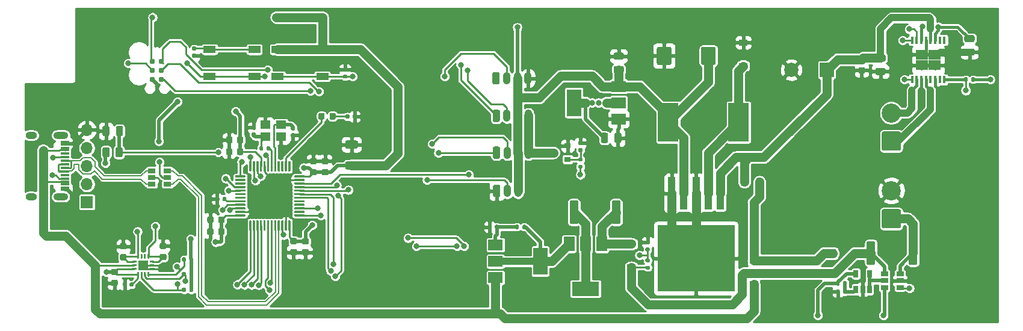
<source format=gbr>
%TF.GenerationSoftware,KiCad,Pcbnew,(5.1.9)-1*%
%TF.CreationDate,2022-06-19T13:41:10+03:00*%
%TF.ProjectId,jantteri-motor-pwr,6a616e74-7465-4726-992d-6d6f746f722d,rev?*%
%TF.SameCoordinates,Original*%
%TF.FileFunction,Copper,L1,Top*%
%TF.FilePolarity,Positive*%
%FSLAX46Y46*%
G04 Gerber Fmt 4.6, Leading zero omitted, Abs format (unit mm)*
G04 Created by KiCad (PCBNEW (5.1.9)-1) date 2022-06-19 13:41:10*
%MOMM*%
%LPD*%
G01*
G04 APERTURE LIST*
%TA.AperFunction,ComponentPad*%
%ADD10R,1.700000X1.700000*%
%TD*%
%TA.AperFunction,ComponentPad*%
%ADD11O,1.700000X1.700000*%
%TD*%
%TA.AperFunction,SMDPad,CuDef*%
%ADD12R,0.900000X1.200000*%
%TD*%
%TA.AperFunction,SMDPad,CuDef*%
%ADD13R,1.200000X0.900000*%
%TD*%
%TA.AperFunction,ComponentPad*%
%ADD14O,1.030000X1.730000*%
%TD*%
%TA.AperFunction,ConnectorPad*%
%ADD15C,0.787400*%
%TD*%
%TA.AperFunction,ComponentPad*%
%ADD16O,2.100000X1.000000*%
%TD*%
%TA.AperFunction,ComponentPad*%
%ADD17O,1.600000X1.000000*%
%TD*%
%TA.AperFunction,SMDPad,CuDef*%
%ADD18R,1.150000X0.300000*%
%TD*%
%TA.AperFunction,SMDPad,CuDef*%
%ADD19R,2.900000X5.400000*%
%TD*%
%TA.AperFunction,SMDPad,CuDef*%
%ADD20R,0.900000X0.800000*%
%TD*%
%TA.AperFunction,SMDPad,CuDef*%
%ADD21R,1.060000X0.650000*%
%TD*%
%TA.AperFunction,SMDPad,CuDef*%
%ADD22R,0.650000X1.060000*%
%TD*%
%TA.AperFunction,SMDPad,CuDef*%
%ADD23R,2.000000X1.500000*%
%TD*%
%TA.AperFunction,SMDPad,CuDef*%
%ADD24R,2.000000X3.800000*%
%TD*%
%TA.AperFunction,SMDPad,CuDef*%
%ADD25R,1.450000X1.450000*%
%TD*%
%TA.AperFunction,SMDPad,CuDef*%
%ADD26R,1.100000X4.600000*%
%TD*%
%TA.AperFunction,SMDPad,CuDef*%
%ADD27R,10.800000X9.400000*%
%TD*%
%TA.AperFunction,SMDPad,CuDef*%
%ADD28R,0.450000X1.050000*%
%TD*%
%TA.AperFunction,SMDPad,CuDef*%
%ADD29R,0.895000X1.470000*%
%TD*%
%TA.AperFunction,SMDPad,CuDef*%
%ADD30R,3.800000X2.000000*%
%TD*%
%TA.AperFunction,SMDPad,CuDef*%
%ADD31R,1.500000X2.000000*%
%TD*%
%TA.AperFunction,SMDPad,CuDef*%
%ADD32R,1.400000X1.200000*%
%TD*%
%TA.AperFunction,ComponentPad*%
%ADD33R,2.000000X2.000000*%
%TD*%
%TA.AperFunction,ComponentPad*%
%ADD34C,2.000000*%
%TD*%
%TA.AperFunction,SMDPad,CuDef*%
%ADD35R,1.700000X1.000000*%
%TD*%
%TA.AperFunction,ComponentPad*%
%ADD36C,2.700000*%
%TD*%
%TA.AperFunction,ViaPad*%
%ADD37C,0.800000*%
%TD*%
%TA.AperFunction,Conductor*%
%ADD38C,0.250000*%
%TD*%
%TA.AperFunction,Conductor*%
%ADD39C,0.500000*%
%TD*%
%TA.AperFunction,Conductor*%
%ADD40C,1.270000*%
%TD*%
%TA.AperFunction,Conductor*%
%ADD41C,0.400000*%
%TD*%
%TA.AperFunction,Conductor*%
%ADD42C,1.000000*%
%TD*%
%TA.AperFunction,Conductor*%
%ADD43C,0.200000*%
%TD*%
%TA.AperFunction,Conductor*%
%ADD44C,0.254000*%
%TD*%
%TA.AperFunction,Conductor*%
%ADD45C,0.100000*%
%TD*%
G04 APERTURE END LIST*
D10*
%TO.P,J4,1*%
%TO.N,+3V3*%
X72999600Y-129082800D03*
D11*
%TO.P,J4,2*%
%TO.N,Net-(J4-Pad2)*%
X72999600Y-126542800D03*
%TO.P,J4,3*%
%TO.N,Net-(J4-Pad3)*%
X72999600Y-124002800D03*
%TO.P,J4,4*%
%TO.N,Net-(J4-Pad4)*%
X72999600Y-121462800D03*
%TO.P,J4,5*%
%TO.N,GND*%
X72999600Y-118922800D03*
%TD*%
%TO.P,C1,1*%
%TO.N,+3V3*%
%TA.AperFunction,SMDPad,CuDef*%
G36*
G01*
X110901241Y-124511760D02*
X109601239Y-124511760D01*
G75*
G02*
X109351240Y-124261761I0J249999D01*
G01*
X109351240Y-123611759D01*
G75*
G02*
X109601239Y-123361760I249999J0D01*
G01*
X110901241Y-123361760D01*
G75*
G02*
X111151240Y-123611759I0J-249999D01*
G01*
X111151240Y-124261761D01*
G75*
G02*
X110901241Y-124511760I-249999J0D01*
G01*
G37*
%TD.AperFunction*%
%TO.P,C1,2*%
%TO.N,GND*%
%TA.AperFunction,SMDPad,CuDef*%
G36*
G01*
X110901241Y-121561760D02*
X109601239Y-121561760D01*
G75*
G02*
X109351240Y-121311761I0J249999D01*
G01*
X109351240Y-120661759D01*
G75*
G02*
X109601239Y-120411760I249999J0D01*
G01*
X110901241Y-120411760D01*
G75*
G02*
X111151240Y-120661759I0J-249999D01*
G01*
X111151240Y-121311761D01*
G75*
G02*
X110901241Y-121561760I-249999J0D01*
G01*
G37*
%TD.AperFunction*%
%TD*%
%TO.P,C2,1*%
%TO.N,+3V3*%
%TA.AperFunction,SMDPad,CuDef*%
G36*
G01*
X101842760Y-134124280D02*
X102342760Y-134124280D01*
G75*
G02*
X102567760Y-134349280I0J-225000D01*
G01*
X102567760Y-134799280D01*
G75*
G02*
X102342760Y-135024280I-225000J0D01*
G01*
X101842760Y-135024280D01*
G75*
G02*
X101617760Y-134799280I0J225000D01*
G01*
X101617760Y-134349280D01*
G75*
G02*
X101842760Y-134124280I225000J0D01*
G01*
G37*
%TD.AperFunction*%
%TO.P,C2,2*%
%TO.N,GND*%
%TA.AperFunction,SMDPad,CuDef*%
G36*
G01*
X101842760Y-135674280D02*
X102342760Y-135674280D01*
G75*
G02*
X102567760Y-135899280I0J-225000D01*
G01*
X102567760Y-136349280D01*
G75*
G02*
X102342760Y-136574280I-225000J0D01*
G01*
X101842760Y-136574280D01*
G75*
G02*
X101617760Y-136349280I0J225000D01*
G01*
X101617760Y-135899280D01*
G75*
G02*
X101842760Y-135674280I225000J0D01*
G01*
G37*
%TD.AperFunction*%
%TD*%
%TO.P,C3,2*%
%TO.N,GND*%
%TA.AperFunction,SMDPad,CuDef*%
G36*
G01*
X103503920Y-135704160D02*
X104003920Y-135704160D01*
G75*
G02*
X104228920Y-135929160I0J-225000D01*
G01*
X104228920Y-136379160D01*
G75*
G02*
X104003920Y-136604160I-225000J0D01*
G01*
X103503920Y-136604160D01*
G75*
G02*
X103278920Y-136379160I0J225000D01*
G01*
X103278920Y-135929160D01*
G75*
G02*
X103503920Y-135704160I225000J0D01*
G01*
G37*
%TD.AperFunction*%
%TO.P,C3,1*%
%TO.N,+3V3*%
%TA.AperFunction,SMDPad,CuDef*%
G36*
G01*
X103503920Y-134154160D02*
X104003920Y-134154160D01*
G75*
G02*
X104228920Y-134379160I0J-225000D01*
G01*
X104228920Y-134829160D01*
G75*
G02*
X104003920Y-135054160I-225000J0D01*
G01*
X103503920Y-135054160D01*
G75*
G02*
X103278920Y-134829160I0J225000D01*
G01*
X103278920Y-134379160D01*
G75*
G02*
X103503920Y-134154160I225000J0D01*
G01*
G37*
%TD.AperFunction*%
%TD*%
%TO.P,C4,1*%
%TO.N,+3V3*%
%TA.AperFunction,SMDPad,CuDef*%
G36*
G01*
X105126600Y-125326560D02*
X104626600Y-125326560D01*
G75*
G02*
X104401600Y-125101560I0J225000D01*
G01*
X104401600Y-124651560D01*
G75*
G02*
X104626600Y-124426560I225000J0D01*
G01*
X105126600Y-124426560D01*
G75*
G02*
X105351600Y-124651560I0J-225000D01*
G01*
X105351600Y-125101560D01*
G75*
G02*
X105126600Y-125326560I-225000J0D01*
G01*
G37*
%TD.AperFunction*%
%TO.P,C4,2*%
%TO.N,GND*%
%TA.AperFunction,SMDPad,CuDef*%
G36*
G01*
X105126600Y-123776560D02*
X104626600Y-123776560D01*
G75*
G02*
X104401600Y-123551560I0J225000D01*
G01*
X104401600Y-123101560D01*
G75*
G02*
X104626600Y-122876560I225000J0D01*
G01*
X105126600Y-122876560D01*
G75*
G02*
X105351600Y-123101560I0J-225000D01*
G01*
X105351600Y-123551560D01*
G75*
G02*
X105126600Y-123776560I-225000J0D01*
G01*
G37*
%TD.AperFunction*%
%TD*%
%TO.P,C5,1*%
%TO.N,+3V3*%
%TA.AperFunction,SMDPad,CuDef*%
G36*
G01*
X106772520Y-125324320D02*
X106272520Y-125324320D01*
G75*
G02*
X106047520Y-125099320I0J225000D01*
G01*
X106047520Y-124649320D01*
G75*
G02*
X106272520Y-124424320I225000J0D01*
G01*
X106772520Y-124424320D01*
G75*
G02*
X106997520Y-124649320I0J-225000D01*
G01*
X106997520Y-125099320D01*
G75*
G02*
X106772520Y-125324320I-225000J0D01*
G01*
G37*
%TD.AperFunction*%
%TO.P,C5,2*%
%TO.N,GND*%
%TA.AperFunction,SMDPad,CuDef*%
G36*
G01*
X106772520Y-123774320D02*
X106272520Y-123774320D01*
G75*
G02*
X106047520Y-123549320I0J225000D01*
G01*
X106047520Y-123099320D01*
G75*
G02*
X106272520Y-122874320I225000J0D01*
G01*
X106772520Y-122874320D01*
G75*
G02*
X106997520Y-123099320I0J-225000D01*
G01*
X106997520Y-123549320D01*
G75*
G02*
X106772520Y-123774320I-225000J0D01*
G01*
G37*
%TD.AperFunction*%
%TD*%
%TO.P,C6,2*%
%TO.N,GND*%
%TA.AperFunction,SMDPad,CuDef*%
G36*
G01*
X90837840Y-131316920D02*
X90837840Y-131816920D01*
G75*
G02*
X90612840Y-132041920I-225000J0D01*
G01*
X90162840Y-132041920D01*
G75*
G02*
X89937840Y-131816920I0J225000D01*
G01*
X89937840Y-131316920D01*
G75*
G02*
X90162840Y-131091920I225000J0D01*
G01*
X90612840Y-131091920D01*
G75*
G02*
X90837840Y-131316920I0J-225000D01*
G01*
G37*
%TD.AperFunction*%
%TO.P,C6,1*%
%TO.N,+3V3*%
%TA.AperFunction,SMDPad,CuDef*%
G36*
G01*
X92387840Y-131316920D02*
X92387840Y-131816920D01*
G75*
G02*
X92162840Y-132041920I-225000J0D01*
G01*
X91712840Y-132041920D01*
G75*
G02*
X91487840Y-131816920I0J225000D01*
G01*
X91487840Y-131316920D01*
G75*
G02*
X91712840Y-131091920I225000J0D01*
G01*
X92162840Y-131091920D01*
G75*
G02*
X92387840Y-131316920I0J-225000D01*
G01*
G37*
%TD.AperFunction*%
%TD*%
%TO.P,C7,1*%
%TO.N,+3V3*%
%TA.AperFunction,SMDPad,CuDef*%
G36*
G01*
X92373999Y-132980199D02*
X92373999Y-133480199D01*
G75*
G02*
X92148999Y-133705199I-225000J0D01*
G01*
X91698999Y-133705199D01*
G75*
G02*
X91473999Y-133480199I0J225000D01*
G01*
X91473999Y-132980199D01*
G75*
G02*
X91698999Y-132755199I225000J0D01*
G01*
X92148999Y-132755199D01*
G75*
G02*
X92373999Y-132980199I0J-225000D01*
G01*
G37*
%TD.AperFunction*%
%TO.P,C7,2*%
%TO.N,GND*%
%TA.AperFunction,SMDPad,CuDef*%
G36*
G01*
X90823999Y-132980199D02*
X90823999Y-133480199D01*
G75*
G02*
X90598999Y-133705199I-225000J0D01*
G01*
X90148999Y-133705199D01*
G75*
G02*
X89923999Y-133480199I0J225000D01*
G01*
X89923999Y-132980199D01*
G75*
G02*
X90148999Y-132755199I225000J0D01*
G01*
X90598999Y-132755199D01*
G75*
G02*
X90823999Y-132980199I0J-225000D01*
G01*
G37*
%TD.AperFunction*%
%TD*%
%TO.P,C8,2*%
%TO.N,GND*%
%TA.AperFunction,SMDPad,CuDef*%
G36*
G01*
X93474960Y-120074880D02*
X93474960Y-120574880D01*
G75*
G02*
X93249960Y-120799880I-225000J0D01*
G01*
X92799960Y-120799880D01*
G75*
G02*
X92574960Y-120574880I0J225000D01*
G01*
X92574960Y-120074880D01*
G75*
G02*
X92799960Y-119849880I225000J0D01*
G01*
X93249960Y-119849880D01*
G75*
G02*
X93474960Y-120074880I0J-225000D01*
G01*
G37*
%TD.AperFunction*%
%TO.P,C8,1*%
%TO.N,+3V3*%
%TA.AperFunction,SMDPad,CuDef*%
G36*
G01*
X95024960Y-120074880D02*
X95024960Y-120574880D01*
G75*
G02*
X94799960Y-120799880I-225000J0D01*
G01*
X94349960Y-120799880D01*
G75*
G02*
X94124960Y-120574880I0J225000D01*
G01*
X94124960Y-120074880D01*
G75*
G02*
X94349960Y-119849880I225000J0D01*
G01*
X94799960Y-119849880D01*
G75*
G02*
X95024960Y-120074880I0J-225000D01*
G01*
G37*
%TD.AperFunction*%
%TD*%
%TO.P,C9,2*%
%TO.N,GND*%
%TA.AperFunction,SMDPad,CuDef*%
G36*
G01*
X93474960Y-121741120D02*
X93474960Y-122241120D01*
G75*
G02*
X93249960Y-122466120I-225000J0D01*
G01*
X92799960Y-122466120D01*
G75*
G02*
X92574960Y-122241120I0J225000D01*
G01*
X92574960Y-121741120D01*
G75*
G02*
X92799960Y-121516120I225000J0D01*
G01*
X93249960Y-121516120D01*
G75*
G02*
X93474960Y-121741120I0J-225000D01*
G01*
G37*
%TD.AperFunction*%
%TO.P,C9,1*%
%TO.N,+3V3*%
%TA.AperFunction,SMDPad,CuDef*%
G36*
G01*
X95024960Y-121741120D02*
X95024960Y-122241120D01*
G75*
G02*
X94799960Y-122466120I-225000J0D01*
G01*
X94349960Y-122466120D01*
G75*
G02*
X94124960Y-122241120I0J225000D01*
G01*
X94124960Y-121741120D01*
G75*
G02*
X94349960Y-121516120I225000J0D01*
G01*
X94799960Y-121516120D01*
G75*
G02*
X95024960Y-121741120I0J-225000D01*
G01*
G37*
%TD.AperFunction*%
%TD*%
%TO.P,C10,1*%
%TO.N,/STM32L151C8T6A/HSE_IN*%
%TA.AperFunction,SMDPad,CuDef*%
G36*
G01*
X101821160Y-118426960D02*
X102161160Y-118426960D01*
G75*
G02*
X102301160Y-118566960I0J-140000D01*
G01*
X102301160Y-118846960D01*
G75*
G02*
X102161160Y-118986960I-140000J0D01*
G01*
X101821160Y-118986960D01*
G75*
G02*
X101681160Y-118846960I0J140000D01*
G01*
X101681160Y-118566960D01*
G75*
G02*
X101821160Y-118426960I140000J0D01*
G01*
G37*
%TD.AperFunction*%
%TO.P,C10,2*%
%TO.N,GND*%
%TA.AperFunction,SMDPad,CuDef*%
G36*
G01*
X101821160Y-119386960D02*
X102161160Y-119386960D01*
G75*
G02*
X102301160Y-119526960I0J-140000D01*
G01*
X102301160Y-119806960D01*
G75*
G02*
X102161160Y-119946960I-140000J0D01*
G01*
X101821160Y-119946960D01*
G75*
G02*
X101681160Y-119806960I0J140000D01*
G01*
X101681160Y-119526960D01*
G75*
G02*
X101821160Y-119386960I140000J0D01*
G01*
G37*
%TD.AperFunction*%
%TD*%
%TO.P,C11,2*%
%TO.N,GND*%
%TA.AperFunction,SMDPad,CuDef*%
G36*
G01*
X96613800Y-118877800D02*
X96273800Y-118877800D01*
G75*
G02*
X96133800Y-118737800I0J140000D01*
G01*
X96133800Y-118457800D01*
G75*
G02*
X96273800Y-118317800I140000J0D01*
G01*
X96613800Y-118317800D01*
G75*
G02*
X96753800Y-118457800I0J-140000D01*
G01*
X96753800Y-118737800D01*
G75*
G02*
X96613800Y-118877800I-140000J0D01*
G01*
G37*
%TD.AperFunction*%
%TO.P,C11,1*%
%TO.N,Net-(C11-Pad1)*%
%TA.AperFunction,SMDPad,CuDef*%
G36*
G01*
X96613800Y-119837800D02*
X96273800Y-119837800D01*
G75*
G02*
X96133800Y-119697800I0J140000D01*
G01*
X96133800Y-119417800D01*
G75*
G02*
X96273800Y-119277800I140000J0D01*
G01*
X96613800Y-119277800D01*
G75*
G02*
X96753800Y-119417800I0J-140000D01*
G01*
X96753800Y-119697800D01*
G75*
G02*
X96613800Y-119837800I-140000J0D01*
G01*
G37*
%TD.AperFunction*%
%TD*%
%TO.P,C12,1*%
%TO.N,+5V*%
%TA.AperFunction,SMDPad,CuDef*%
G36*
G01*
X148303000Y-110939200D02*
X147353000Y-110939200D01*
G75*
G02*
X147103000Y-110689200I0J250000D01*
G01*
X147103000Y-110189200D01*
G75*
G02*
X147353000Y-109939200I250000J0D01*
G01*
X148303000Y-109939200D01*
G75*
G02*
X148553000Y-110189200I0J-250000D01*
G01*
X148553000Y-110689200D01*
G75*
G02*
X148303000Y-110939200I-250000J0D01*
G01*
G37*
%TD.AperFunction*%
%TO.P,C12,2*%
%TO.N,GND*%
%TA.AperFunction,SMDPad,CuDef*%
G36*
G01*
X148303000Y-109039200D02*
X147353000Y-109039200D01*
G75*
G02*
X147103000Y-108789200I0J250000D01*
G01*
X147103000Y-108289200D01*
G75*
G02*
X147353000Y-108039200I250000J0D01*
G01*
X148303000Y-108039200D01*
G75*
G02*
X148553000Y-108289200I0J-250000D01*
G01*
X148553000Y-108789200D01*
G75*
G02*
X148303000Y-109039200I-250000J0D01*
G01*
G37*
%TD.AperFunction*%
%TD*%
%TO.P,C13,2*%
%TO.N,GND*%
%TA.AperFunction,SMDPad,CuDef*%
G36*
G01*
X147226400Y-120515400D02*
X147226400Y-119565400D01*
G75*
G02*
X147476400Y-119315400I250000J0D01*
G01*
X147976400Y-119315400D01*
G75*
G02*
X148226400Y-119565400I0J-250000D01*
G01*
X148226400Y-120515400D01*
G75*
G02*
X147976400Y-120765400I-250000J0D01*
G01*
X147476400Y-120765400D01*
G75*
G02*
X147226400Y-120515400I0J250000D01*
G01*
G37*
%TD.AperFunction*%
%TO.P,C13,1*%
%TO.N,+3V3*%
%TA.AperFunction,SMDPad,CuDef*%
G36*
G01*
X145326400Y-120515400D02*
X145326400Y-119565400D01*
G75*
G02*
X145576400Y-119315400I250000J0D01*
G01*
X146076400Y-119315400D01*
G75*
G02*
X146326400Y-119565400I0J-250000D01*
G01*
X146326400Y-120515400D01*
G75*
G02*
X146076400Y-120765400I-250000J0D01*
G01*
X145576400Y-120765400D01*
G75*
G02*
X145326400Y-120515400I0J250000D01*
G01*
G37*
%TD.AperFunction*%
%TD*%
%TO.P,C14,2*%
%TO.N,GND*%
%TA.AperFunction,SMDPad,CuDef*%
G36*
G01*
X83968400Y-135699320D02*
X83468400Y-135699320D01*
G75*
G02*
X83243400Y-135474320I0J225000D01*
G01*
X83243400Y-135024320D01*
G75*
G02*
X83468400Y-134799320I225000J0D01*
G01*
X83968400Y-134799320D01*
G75*
G02*
X84193400Y-135024320I0J-225000D01*
G01*
X84193400Y-135474320D01*
G75*
G02*
X83968400Y-135699320I-225000J0D01*
G01*
G37*
%TD.AperFunction*%
%TO.P,C14,1*%
%TO.N,/usbc/CC1*%
%TA.AperFunction,SMDPad,CuDef*%
G36*
G01*
X83968400Y-137249320D02*
X83468400Y-137249320D01*
G75*
G02*
X83243400Y-137024320I0J225000D01*
G01*
X83243400Y-136574320D01*
G75*
G02*
X83468400Y-136349320I225000J0D01*
G01*
X83968400Y-136349320D01*
G75*
G02*
X84193400Y-136574320I0J-225000D01*
G01*
X84193400Y-137024320D01*
G75*
G02*
X83968400Y-137249320I-225000J0D01*
G01*
G37*
%TD.AperFunction*%
%TD*%
%TO.P,C15,1*%
%TO.N,/usbc/CC2*%
%TA.AperFunction,SMDPad,CuDef*%
G36*
G01*
X78365160Y-137290560D02*
X77865160Y-137290560D01*
G75*
G02*
X77640160Y-137065560I0J225000D01*
G01*
X77640160Y-136615560D01*
G75*
G02*
X77865160Y-136390560I225000J0D01*
G01*
X78365160Y-136390560D01*
G75*
G02*
X78590160Y-136615560I0J-225000D01*
G01*
X78590160Y-137065560D01*
G75*
G02*
X78365160Y-137290560I-225000J0D01*
G01*
G37*
%TD.AperFunction*%
%TO.P,C15,2*%
%TO.N,GND*%
%TA.AperFunction,SMDPad,CuDef*%
G36*
G01*
X78365160Y-135740560D02*
X77865160Y-135740560D01*
G75*
G02*
X77640160Y-135515560I0J225000D01*
G01*
X77640160Y-135065560D01*
G75*
G02*
X77865160Y-134840560I225000J0D01*
G01*
X78365160Y-134840560D01*
G75*
G02*
X78590160Y-135065560I0J-225000D01*
G01*
X78590160Y-135515560D01*
G75*
G02*
X78365160Y-135740560I-225000J0D01*
G01*
G37*
%TD.AperFunction*%
%TD*%
%TO.P,C17,1*%
%TO.N,+5V*%
%TA.AperFunction,SMDPad,CuDef*%
G36*
G01*
X161491300Y-107483800D02*
X161491300Y-109533800D01*
G75*
G02*
X161241300Y-109783800I-250000J0D01*
G01*
X159666300Y-109783800D01*
G75*
G02*
X159416300Y-109533800I0J250000D01*
G01*
X159416300Y-107483800D01*
G75*
G02*
X159666300Y-107233800I250000J0D01*
G01*
X161241300Y-107233800D01*
G75*
G02*
X161491300Y-107483800I0J-250000D01*
G01*
G37*
%TD.AperFunction*%
%TO.P,C17,2*%
%TO.N,GND*%
%TA.AperFunction,SMDPad,CuDef*%
G36*
G01*
X155266300Y-107483800D02*
X155266300Y-109533800D01*
G75*
G02*
X155016300Y-109783800I-250000J0D01*
G01*
X153441300Y-109783800D01*
G75*
G02*
X153191300Y-109533800I0J250000D01*
G01*
X153191300Y-107483800D01*
G75*
G02*
X153441300Y-107233800I250000J0D01*
G01*
X155016300Y-107233800D01*
G75*
G02*
X155266300Y-107483800I0J-250000D01*
G01*
G37*
%TD.AperFunction*%
%TD*%
%TO.P,C18,2*%
%TO.N,GND*%
%TA.AperFunction,SMDPad,CuDef*%
G36*
G01*
X181771480Y-110098720D02*
X182271480Y-110098720D01*
G75*
G02*
X182496480Y-110323720I0J-225000D01*
G01*
X182496480Y-110773720D01*
G75*
G02*
X182271480Y-110998720I-225000J0D01*
G01*
X181771480Y-110998720D01*
G75*
G02*
X181546480Y-110773720I0J225000D01*
G01*
X181546480Y-110323720D01*
G75*
G02*
X181771480Y-110098720I225000J0D01*
G01*
G37*
%TD.AperFunction*%
%TO.P,C18,1*%
%TO.N,VIN*%
%TA.AperFunction,SMDPad,CuDef*%
G36*
G01*
X181771480Y-108548720D02*
X182271480Y-108548720D01*
G75*
G02*
X182496480Y-108773720I0J-225000D01*
G01*
X182496480Y-109223720D01*
G75*
G02*
X182271480Y-109448720I-225000J0D01*
G01*
X181771480Y-109448720D01*
G75*
G02*
X181546480Y-109223720I0J225000D01*
G01*
X181546480Y-108773720D01*
G75*
G02*
X181771480Y-108548720I225000J0D01*
G01*
G37*
%TD.AperFunction*%
%TD*%
%TO.P,C19,2*%
%TO.N,GND*%
%TA.AperFunction,SMDPad,CuDef*%
G36*
G01*
X184188080Y-110203440D02*
X185138080Y-110203440D01*
G75*
G02*
X185388080Y-110453440I0J-250000D01*
G01*
X185388080Y-110953440D01*
G75*
G02*
X185138080Y-111203440I-250000J0D01*
G01*
X184188080Y-111203440D01*
G75*
G02*
X183938080Y-110953440I0J250000D01*
G01*
X183938080Y-110453440D01*
G75*
G02*
X184188080Y-110203440I250000J0D01*
G01*
G37*
%TD.AperFunction*%
%TO.P,C19,1*%
%TO.N,VIN*%
%TA.AperFunction,SMDPad,CuDef*%
G36*
G01*
X184188080Y-108303440D02*
X185138080Y-108303440D01*
G75*
G02*
X185388080Y-108553440I0J-250000D01*
G01*
X185388080Y-109053440D01*
G75*
G02*
X185138080Y-109303440I-250000J0D01*
G01*
X184188080Y-109303440D01*
G75*
G02*
X183938080Y-109053440I0J250000D01*
G01*
X183938080Y-108553440D01*
G75*
G02*
X184188080Y-108303440I250000J0D01*
G01*
G37*
%TD.AperFunction*%
%TD*%
%TO.P,C20,1*%
%TO.N,GND*%
%TA.AperFunction,SMDPad,CuDef*%
G36*
G01*
X197655200Y-108475480D02*
X196705200Y-108475480D01*
G75*
G02*
X196455200Y-108225480I0J250000D01*
G01*
X196455200Y-107725480D01*
G75*
G02*
X196705200Y-107475480I250000J0D01*
G01*
X197655200Y-107475480D01*
G75*
G02*
X197905200Y-107725480I0J-250000D01*
G01*
X197905200Y-108225480D01*
G75*
G02*
X197655200Y-108475480I-250000J0D01*
G01*
G37*
%TD.AperFunction*%
%TO.P,C20,2*%
%TO.N,/DRV8848/VINT*%
%TA.AperFunction,SMDPad,CuDef*%
G36*
G01*
X197655200Y-106575480D02*
X196705200Y-106575480D01*
G75*
G02*
X196455200Y-106325480I0J250000D01*
G01*
X196455200Y-105825480D01*
G75*
G02*
X196705200Y-105575480I250000J0D01*
G01*
X197655200Y-105575480D01*
G75*
G02*
X197905200Y-105825480I0J-250000D01*
G01*
X197905200Y-106325480D01*
G75*
G02*
X197655200Y-106575480I-250000J0D01*
G01*
G37*
%TD.AperFunction*%
%TD*%
%TO.P,C21,1*%
%TO.N,POT*%
%TA.AperFunction,SMDPad,CuDef*%
G36*
G01*
X78092000Y-118600200D02*
X78092000Y-119550200D01*
G75*
G02*
X77842000Y-119800200I-250000J0D01*
G01*
X77342000Y-119800200D01*
G75*
G02*
X77092000Y-119550200I0J250000D01*
G01*
X77092000Y-118600200D01*
G75*
G02*
X77342000Y-118350200I250000J0D01*
G01*
X77842000Y-118350200D01*
G75*
G02*
X78092000Y-118600200I0J-250000D01*
G01*
G37*
%TD.AperFunction*%
%TO.P,C21,2*%
%TO.N,GND*%
%TA.AperFunction,SMDPad,CuDef*%
G36*
G01*
X76192000Y-118600200D02*
X76192000Y-119550200D01*
G75*
G02*
X75942000Y-119800200I-250000J0D01*
G01*
X75442000Y-119800200D01*
G75*
G02*
X75192000Y-119550200I0J250000D01*
G01*
X75192000Y-118600200D01*
G75*
G02*
X75442000Y-118350200I250000J0D01*
G01*
X75942000Y-118350200D01*
G75*
G02*
X76192000Y-118600200I0J-250000D01*
G01*
G37*
%TD.AperFunction*%
%TD*%
%TO.P,C22,1*%
%TO.N,+3V3*%
%TA.AperFunction,SMDPad,CuDef*%
G36*
G01*
X76630720Y-138454680D02*
X77130720Y-138454680D01*
G75*
G02*
X77355720Y-138679680I0J-225000D01*
G01*
X77355720Y-139129680D01*
G75*
G02*
X77130720Y-139354680I-225000J0D01*
G01*
X76630720Y-139354680D01*
G75*
G02*
X76405720Y-139129680I0J225000D01*
G01*
X76405720Y-138679680D01*
G75*
G02*
X76630720Y-138454680I225000J0D01*
G01*
G37*
%TD.AperFunction*%
%TO.P,C22,2*%
%TO.N,GND*%
%TA.AperFunction,SMDPad,CuDef*%
G36*
G01*
X76630720Y-140004680D02*
X77130720Y-140004680D01*
G75*
G02*
X77355720Y-140229680I0J-225000D01*
G01*
X77355720Y-140679680D01*
G75*
G02*
X77130720Y-140904680I-225000J0D01*
G01*
X76630720Y-140904680D01*
G75*
G02*
X76405720Y-140679680I0J225000D01*
G01*
X76405720Y-140229680D01*
G75*
G02*
X76630720Y-140004680I225000J0D01*
G01*
G37*
%TD.AperFunction*%
%TD*%
D12*
%TO.P,D1,1*%
%TO.N,Net-(D1-Pad1)*%
X177954400Y-136296400D03*
%TO.P,D1,2*%
%TO.N,BAT+*%
X181254400Y-136296400D03*
%TD*%
D13*
%TO.P,D2,1*%
%TO.N,Net-(D2-Pad1)*%
X165354000Y-109931200D03*
%TO.P,D2,2*%
%TO.N,GND*%
X165354000Y-106631200D03*
%TD*%
%TO.P,D3,2*%
%TO.N,VBUS*%
X166827200Y-140614400D03*
%TO.P,D3,1*%
%TO.N,Net-(D1-Pad1)*%
X166827200Y-137314400D03*
%TD*%
%TO.P,D4,1*%
%TO.N,Net-(D4-Pad1)*%
%TA.AperFunction,SMDPad,CuDef*%
G36*
G01*
X108016660Y-116746310D02*
X108016660Y-117258810D01*
G75*
G02*
X107797910Y-117477560I-218750J0D01*
G01*
X107360410Y-117477560D01*
G75*
G02*
X107141660Y-117258810I0J218750D01*
G01*
X107141660Y-116746310D01*
G75*
G02*
X107360410Y-116527560I218750J0D01*
G01*
X107797910Y-116527560D01*
G75*
G02*
X108016660Y-116746310I0J-218750D01*
G01*
G37*
%TD.AperFunction*%
%TO.P,D4,2*%
%TO.N,Net-(D4-Pad2)*%
%TA.AperFunction,SMDPad,CuDef*%
G36*
G01*
X106441660Y-116746310D02*
X106441660Y-117258810D01*
G75*
G02*
X106222910Y-117477560I-218750J0D01*
G01*
X105785410Y-117477560D01*
G75*
G02*
X105566660Y-117258810I0J218750D01*
G01*
X105566660Y-116746310D01*
G75*
G02*
X105785410Y-116527560I218750J0D01*
G01*
X106222910Y-116527560D01*
G75*
G02*
X106441660Y-116746310I0J-218750D01*
G01*
G37*
%TD.AperFunction*%
%TD*%
%TO.P,D5,2*%
%TO.N,Net-(D5-Pad2)*%
X149606000Y-134975600D03*
%TO.P,D5,1*%
%TO.N,BAT+*%
X149606000Y-138275600D03*
%TD*%
%TO.P,FB1,1*%
%TO.N,VIN*%
%TA.AperFunction,SMDPad,CuDef*%
G36*
G01*
X165068900Y-126619250D02*
X165068900Y-125856750D01*
G75*
G02*
X165287650Y-125638000I218750J0D01*
G01*
X165725150Y-125638000D01*
G75*
G02*
X165943900Y-125856750I0J-218750D01*
G01*
X165943900Y-126619250D01*
G75*
G02*
X165725150Y-126838000I-218750J0D01*
G01*
X165287650Y-126838000D01*
G75*
G02*
X165068900Y-126619250I0J218750D01*
G01*
G37*
%TD.AperFunction*%
%TO.P,FB1,2*%
%TO.N,Net-(D1-Pad1)*%
%TA.AperFunction,SMDPad,CuDef*%
G36*
G01*
X167193900Y-126619250D02*
X167193900Y-125856750D01*
G75*
G02*
X167412650Y-125638000I218750J0D01*
G01*
X167850150Y-125638000D01*
G75*
G02*
X168068900Y-125856750I0J-218750D01*
G01*
X168068900Y-126619250D01*
G75*
G02*
X167850150Y-126838000I-218750J0D01*
G01*
X167412650Y-126838000D01*
G75*
G02*
X167193900Y-126619250I0J218750D01*
G01*
G37*
%TD.AperFunction*%
%TD*%
%TO.P,J1,1*%
%TO.N,GND*%
%TA.AperFunction,ComponentPad*%
G36*
G01*
X130139800Y-128123001D02*
X130139800Y-126892999D01*
G75*
G02*
X130389799Y-126643000I249999J0D01*
G01*
X130919801Y-126643000D01*
G75*
G02*
X131169800Y-126892999I0J-249999D01*
G01*
X131169800Y-128123001D01*
G75*
G02*
X130919801Y-128373000I-249999J0D01*
G01*
X130389799Y-128373000D01*
G75*
G02*
X130139800Y-128123001I0J249999D01*
G01*
G37*
%TD.AperFunction*%
D14*
%TO.P,J1,2*%
%TO.N,LED*%
X132154800Y-127508000D03*
%TO.P,J1,3*%
%TO.N,+5V*%
X133654800Y-127508000D03*
%TD*%
%TO.P,J2,1*%
%TO.N,/STM32L151C8T6A/PA2*%
%TA.AperFunction,ComponentPad*%
G36*
G01*
X130091800Y-117556601D02*
X130091800Y-116326599D01*
G75*
G02*
X130341799Y-116076600I249999J0D01*
G01*
X130871801Y-116076600D01*
G75*
G02*
X131121800Y-116326599I0J-249999D01*
G01*
X131121800Y-117556601D01*
G75*
G02*
X130871801Y-117806600I-249999J0D01*
G01*
X130341799Y-117806600D01*
G75*
G02*
X130091800Y-117556601I0J249999D01*
G01*
G37*
%TD.AperFunction*%
%TO.P,J2,2*%
%TO.N,/STM32L151C8T6A/PA3*%
X132106800Y-116941600D03*
%TO.P,J2,3*%
%TO.N,+5V*%
X133606800Y-116941600D03*
%TO.P,J2,4*%
%TO.N,PERIPH_GND*%
X135106800Y-116941600D03*
%TD*%
%TO.P,J3,1*%
%TO.N,/STM32L151C8T6A/PA9*%
%TA.AperFunction,ComponentPad*%
G36*
G01*
X130041000Y-112273401D02*
X130041000Y-111043399D01*
G75*
G02*
X130290999Y-110793400I249999J0D01*
G01*
X130821001Y-110793400D01*
G75*
G02*
X131071000Y-111043399I0J-249999D01*
G01*
X131071000Y-112273401D01*
G75*
G02*
X130821001Y-112523400I-249999J0D01*
G01*
X130290999Y-112523400D01*
G75*
G02*
X130041000Y-112273401I0J249999D01*
G01*
G37*
%TD.AperFunction*%
%TO.P,J3,2*%
%TO.N,/STM32L151C8T6A/PA10*%
X132056000Y-111658400D03*
%TO.P,J3,3*%
%TO.N,+5V*%
X133556000Y-111658400D03*
%TO.P,J3,4*%
%TO.N,GND*%
X135056000Y-111658400D03*
%TD*%
%TO.P,J6,4*%
%TO.N,PERIPH_GND*%
X135130800Y-122123200D03*
%TO.P,J6,3*%
%TO.N,+5V*%
X133630800Y-122123200D03*
%TO.P,J6,2*%
%TO.N,/STM32L151C8T6A/PB11*%
X132130800Y-122123200D03*
%TO.P,J6,1*%
%TO.N,/STM32L151C8T6A/PB10*%
%TA.AperFunction,ComponentPad*%
G36*
G01*
X130115800Y-122738201D02*
X130115800Y-121508199D01*
G75*
G02*
X130365799Y-121258200I249999J0D01*
G01*
X130895801Y-121258200D01*
G75*
G02*
X131145800Y-121508199I0J-249999D01*
G01*
X131145800Y-122738201D01*
G75*
G02*
X130895801Y-122988200I-249999J0D01*
G01*
X130365799Y-122988200D01*
G75*
G02*
X130115800Y-122738201I0J249999D01*
G01*
G37*
%TD.AperFunction*%
%TD*%
D15*
%TO.P,J8,1*%
%TO.N,+3V3*%
X82219800Y-109270800D03*
%TO.P,J8,2*%
%TO.N,/STM32L151C8T6A/SWDIO*%
X83489800Y-109270800D03*
%TO.P,J8,3*%
%TO.N,/STM32L151C8T6A/NRST*%
X82219800Y-110540800D03*
%TO.P,J8,4*%
%TO.N,/STM32L151C8T6A/SWCLK*%
X83489800Y-110540800D03*
%TO.P,J8,5*%
%TO.N,GND*%
X82219800Y-111810800D03*
%TO.P,J8,6*%
%TO.N,/STM32L151C8T6A/SWO*%
X83489800Y-111810800D03*
%TD*%
D16*
%TO.P,J9,S1*%
%TO.N,Net-(J9-PadS1)*%
X69348200Y-119682800D03*
X69348200Y-128322800D03*
D17*
X65168200Y-119682800D03*
X65168200Y-128322800D03*
D18*
%TO.P,J9,B1*%
%TO.N,GND*%
X69913200Y-127052800D03*
%TO.P,J9,B4*%
%TO.N,VBUS*%
X69913200Y-126252800D03*
%TO.P,J9,B5*%
%TO.N,/usbc/CC2*%
X69913200Y-125752800D03*
%TO.P,J9,A8*%
%TO.N,Net-(J9-PadA8)*%
X69913200Y-125252800D03*
%TO.P,J9,B6*%
%TO.N,/usbc/USB_CONN_D+*%
X69913200Y-124752800D03*
%TO.P,J9,A7*%
%TO.N,/usbc/USB_CONN_D-*%
X69913200Y-124252800D03*
%TO.P,J9,A6*%
%TO.N,/usbc/USB_CONN_D+*%
X69913200Y-123752800D03*
%TO.P,J9,B7*%
%TO.N,/usbc/USB_CONN_D-*%
X69913200Y-123252800D03*
%TO.P,J9,A5*%
%TO.N,/usbc/CC1*%
X69913200Y-122752800D03*
%TO.P,J9,B8*%
%TO.N,Net-(J9-PadB8)*%
X69913200Y-122252800D03*
%TO.P,J9,A4*%
%TO.N,VBUS*%
X69913200Y-121452800D03*
%TO.P,J9,A1*%
%TO.N,GND*%
X69913200Y-120652800D03*
%TO.P,J9,B12*%
X69913200Y-120952800D03*
%TO.P,J9,B9*%
%TO.N,VBUS*%
X69913200Y-121752800D03*
%TO.P,J9,A9*%
X69913200Y-126552800D03*
%TO.P,J9,A12*%
%TO.N,GND*%
X69913200Y-127352800D03*
%TD*%
D19*
%TO.P,L1,1*%
%TO.N,Net-(D2-Pad1)*%
X164687600Y-117856000D03*
%TO.P,L1,2*%
%TO.N,+5V*%
X154787600Y-117856000D03*
%TD*%
D20*
%TO.P,Q1,1*%
%TO.N,Net-(Q1-Pad1)*%
X140649200Y-123073200D03*
%TO.P,Q1,2*%
%TO.N,GND*%
X140649200Y-121173200D03*
%TO.P,Q1,3*%
%TO.N,PERIPH_GND*%
X138649200Y-122123200D03*
%TD*%
%TO.P,R1,2*%
%TO.N,BAT+*%
%TA.AperFunction,SMDPad,CuDef*%
G36*
G01*
X151717160Y-138033000D02*
X152087160Y-138033000D01*
G75*
G02*
X152222160Y-138168000I0J-135000D01*
G01*
X152222160Y-138438000D01*
G75*
G02*
X152087160Y-138573000I-135000J0D01*
G01*
X151717160Y-138573000D01*
G75*
G02*
X151582160Y-138438000I0J135000D01*
G01*
X151582160Y-138168000D01*
G75*
G02*
X151717160Y-138033000I135000J0D01*
G01*
G37*
%TD.AperFunction*%
%TO.P,R1,1*%
%TO.N,BATMEAS*%
%TA.AperFunction,SMDPad,CuDef*%
G36*
G01*
X151717160Y-137013000D02*
X152087160Y-137013000D01*
G75*
G02*
X152222160Y-137148000I0J-135000D01*
G01*
X152222160Y-137418000D01*
G75*
G02*
X152087160Y-137553000I-135000J0D01*
G01*
X151717160Y-137553000D01*
G75*
G02*
X151582160Y-137418000I0J135000D01*
G01*
X151582160Y-137148000D01*
G75*
G02*
X151717160Y-137013000I135000J0D01*
G01*
G37*
%TD.AperFunction*%
%TD*%
%TO.P,R2,1*%
%TO.N,GND*%
%TA.AperFunction,SMDPad,CuDef*%
G36*
G01*
X151701920Y-134452680D02*
X152071920Y-134452680D01*
G75*
G02*
X152206920Y-134587680I0J-135000D01*
G01*
X152206920Y-134857680D01*
G75*
G02*
X152071920Y-134992680I-135000J0D01*
G01*
X151701920Y-134992680D01*
G75*
G02*
X151566920Y-134857680I0J135000D01*
G01*
X151566920Y-134587680D01*
G75*
G02*
X151701920Y-134452680I135000J0D01*
G01*
G37*
%TD.AperFunction*%
%TO.P,R2,2*%
%TO.N,BATMEAS*%
%TA.AperFunction,SMDPad,CuDef*%
G36*
G01*
X151701920Y-135472680D02*
X152071920Y-135472680D01*
G75*
G02*
X152206920Y-135607680I0J-135000D01*
G01*
X152206920Y-135877680D01*
G75*
G02*
X152071920Y-136012680I-135000J0D01*
G01*
X151701920Y-136012680D01*
G75*
G02*
X151566920Y-135877680I0J135000D01*
G01*
X151566920Y-135607680D01*
G75*
G02*
X151701920Y-135472680I135000J0D01*
G01*
G37*
%TD.AperFunction*%
%TD*%
%TO.P,R3,2*%
%TO.N,Net-(Q1-Pad1)*%
%TA.AperFunction,SMDPad,CuDef*%
G36*
G01*
X142628200Y-123354400D02*
X142258200Y-123354400D01*
G75*
G02*
X142123200Y-123219400I0J135000D01*
G01*
X142123200Y-122949400D01*
G75*
G02*
X142258200Y-122814400I135000J0D01*
G01*
X142628200Y-122814400D01*
G75*
G02*
X142763200Y-122949400I0J-135000D01*
G01*
X142763200Y-123219400D01*
G75*
G02*
X142628200Y-123354400I-135000J0D01*
G01*
G37*
%TD.AperFunction*%
%TO.P,R3,1*%
%TO.N,PERIPH_EN*%
%TA.AperFunction,SMDPad,CuDef*%
G36*
G01*
X142628200Y-124374400D02*
X142258200Y-124374400D01*
G75*
G02*
X142123200Y-124239400I0J135000D01*
G01*
X142123200Y-123969400D01*
G75*
G02*
X142258200Y-123834400I135000J0D01*
G01*
X142628200Y-123834400D01*
G75*
G02*
X142763200Y-123969400I0J-135000D01*
G01*
X142763200Y-124239400D01*
G75*
G02*
X142628200Y-124374400I-135000J0D01*
G01*
G37*
%TD.AperFunction*%
%TD*%
%TO.P,R4,1*%
%TO.N,GND*%
%TA.AperFunction,SMDPad,CuDef*%
G36*
G01*
X142258200Y-120479600D02*
X142628200Y-120479600D01*
G75*
G02*
X142763200Y-120614600I0J-135000D01*
G01*
X142763200Y-120884600D01*
G75*
G02*
X142628200Y-121019600I-135000J0D01*
G01*
X142258200Y-121019600D01*
G75*
G02*
X142123200Y-120884600I0J135000D01*
G01*
X142123200Y-120614600D01*
G75*
G02*
X142258200Y-120479600I135000J0D01*
G01*
G37*
%TD.AperFunction*%
%TO.P,R4,2*%
%TO.N,Net-(Q1-Pad1)*%
%TA.AperFunction,SMDPad,CuDef*%
G36*
G01*
X142258200Y-121499600D02*
X142628200Y-121499600D01*
G75*
G02*
X142763200Y-121634600I0J-135000D01*
G01*
X142763200Y-121904600D01*
G75*
G02*
X142628200Y-122039600I-135000J0D01*
G01*
X142258200Y-122039600D01*
G75*
G02*
X142123200Y-121904600I0J135000D01*
G01*
X142123200Y-121634600D01*
G75*
G02*
X142258200Y-121499600I135000J0D01*
G01*
G37*
%TD.AperFunction*%
%TD*%
%TO.P,R6,1*%
%TO.N,Net-(R6-Pad1)*%
%TA.AperFunction,SMDPad,CuDef*%
G36*
G01*
X179949600Y-140327800D02*
X179949600Y-140697800D01*
G75*
G02*
X179814600Y-140832800I-135000J0D01*
G01*
X179544600Y-140832800D01*
G75*
G02*
X179409600Y-140697800I0J135000D01*
G01*
X179409600Y-140327800D01*
G75*
G02*
X179544600Y-140192800I135000J0D01*
G01*
X179814600Y-140192800D01*
G75*
G02*
X179949600Y-140327800I0J-135000D01*
G01*
G37*
%TD.AperFunction*%
%TO.P,R6,2*%
%TO.N,+3V3*%
%TA.AperFunction,SMDPad,CuDef*%
G36*
G01*
X178929600Y-140327800D02*
X178929600Y-140697800D01*
G75*
G02*
X178794600Y-140832800I-135000J0D01*
G01*
X178524600Y-140832800D01*
G75*
G02*
X178389600Y-140697800I0J135000D01*
G01*
X178389600Y-140327800D01*
G75*
G02*
X178524600Y-140192800I135000J0D01*
G01*
X178794600Y-140192800D01*
G75*
G02*
X178929600Y-140327800I0J-135000D01*
G01*
G37*
%TD.AperFunction*%
%TD*%
%TO.P,R7,2*%
%TO.N,+3V3*%
%TA.AperFunction,SMDPad,CuDef*%
G36*
G01*
X197417120Y-112011040D02*
X197417120Y-111641040D01*
G75*
G02*
X197552120Y-111506040I135000J0D01*
G01*
X197822120Y-111506040D01*
G75*
G02*
X197957120Y-111641040I0J-135000D01*
G01*
X197957120Y-112011040D01*
G75*
G02*
X197822120Y-112146040I-135000J0D01*
G01*
X197552120Y-112146040D01*
G75*
G02*
X197417120Y-112011040I0J135000D01*
G01*
G37*
%TD.AperFunction*%
%TO.P,R7,1*%
%TO.N,DRV_FAULT*%
%TA.AperFunction,SMDPad,CuDef*%
G36*
G01*
X196397120Y-112011040D02*
X196397120Y-111641040D01*
G75*
G02*
X196532120Y-111506040I135000J0D01*
G01*
X196802120Y-111506040D01*
G75*
G02*
X196937120Y-111641040I0J-135000D01*
G01*
X196937120Y-112011040D01*
G75*
G02*
X196802120Y-112146040I-135000J0D01*
G01*
X196532120Y-112146040D01*
G75*
G02*
X196397120Y-112011040I0J135000D01*
G01*
G37*
%TD.AperFunction*%
%TD*%
%TO.P,R8,1*%
%TO.N,POT*%
%TA.AperFunction,SMDPad,CuDef*%
G36*
G01*
X78029500Y-121621000D02*
X78029500Y-122521002D01*
G75*
G02*
X77779501Y-122771001I-249999J0D01*
G01*
X77254499Y-122771001D01*
G75*
G02*
X77004500Y-122521002I0J249999D01*
G01*
X77004500Y-121621000D01*
G75*
G02*
X77254499Y-121371001I249999J0D01*
G01*
X77779501Y-121371001D01*
G75*
G02*
X78029500Y-121621000I0J-249999D01*
G01*
G37*
%TD.AperFunction*%
%TO.P,R8,2*%
%TO.N,Net-(J4-Pad3)*%
%TA.AperFunction,SMDPad,CuDef*%
G36*
G01*
X76204500Y-121621000D02*
X76204500Y-122521002D01*
G75*
G02*
X75954501Y-122771001I-249999J0D01*
G01*
X75429499Y-122771001D01*
G75*
G02*
X75179500Y-122521002I0J249999D01*
G01*
X75179500Y-121621000D01*
G75*
G02*
X75429499Y-121371001I249999J0D01*
G01*
X75954501Y-121371001D01*
G75*
G02*
X76204500Y-121621000I0J-249999D01*
G01*
G37*
%TD.AperFunction*%
%TD*%
%TO.P,R9,1*%
%TO.N,GND*%
%TA.AperFunction,SMDPad,CuDef*%
G36*
G01*
X178393600Y-141866200D02*
X178393600Y-141496200D01*
G75*
G02*
X178528600Y-141361200I135000J0D01*
G01*
X178798600Y-141361200D01*
G75*
G02*
X178933600Y-141496200I0J-135000D01*
G01*
X178933600Y-141866200D01*
G75*
G02*
X178798600Y-142001200I-135000J0D01*
G01*
X178528600Y-142001200D01*
G75*
G02*
X178393600Y-141866200I0J135000D01*
G01*
G37*
%TD.AperFunction*%
%TO.P,R9,2*%
%TO.N,Net-(R6-Pad1)*%
%TA.AperFunction,SMDPad,CuDef*%
G36*
G01*
X179413600Y-141866200D02*
X179413600Y-141496200D01*
G75*
G02*
X179548600Y-141361200I135000J0D01*
G01*
X179818600Y-141361200D01*
G75*
G02*
X179953600Y-141496200I0J-135000D01*
G01*
X179953600Y-141866200D01*
G75*
G02*
X179818600Y-142001200I-135000J0D01*
G01*
X179548600Y-142001200D01*
G75*
G02*
X179413600Y-141866200I0J135000D01*
G01*
G37*
%TD.AperFunction*%
%TD*%
%TO.P,R10,1*%
%TO.N,/STM32L151C8T6A/HSE_OUT*%
%TA.AperFunction,SMDPad,CuDef*%
G36*
G01*
X98824000Y-121338760D02*
X98824000Y-121708760D01*
G75*
G02*
X98689000Y-121843760I-135000J0D01*
G01*
X98419000Y-121843760D01*
G75*
G02*
X98284000Y-121708760I0J135000D01*
G01*
X98284000Y-121338760D01*
G75*
G02*
X98419000Y-121203760I135000J0D01*
G01*
X98689000Y-121203760D01*
G75*
G02*
X98824000Y-121338760I0J-135000D01*
G01*
G37*
%TD.AperFunction*%
%TO.P,R10,2*%
%TO.N,Net-(C11-Pad1)*%
%TA.AperFunction,SMDPad,CuDef*%
G36*
G01*
X97804000Y-121338760D02*
X97804000Y-121708760D01*
G75*
G02*
X97669000Y-121843760I-135000J0D01*
G01*
X97399000Y-121843760D01*
G75*
G02*
X97264000Y-121708760I0J135000D01*
G01*
X97264000Y-121338760D01*
G75*
G02*
X97399000Y-121203760I135000J0D01*
G01*
X97669000Y-121203760D01*
G75*
G02*
X97804000Y-121338760I0J-135000D01*
G01*
G37*
%TD.AperFunction*%
%TD*%
%TO.P,R11,2*%
%TO.N,GND*%
%TA.AperFunction,SMDPad,CuDef*%
G36*
G01*
X87922520Y-108212320D02*
X88292520Y-108212320D01*
G75*
G02*
X88427520Y-108347320I0J-135000D01*
G01*
X88427520Y-108617320D01*
G75*
G02*
X88292520Y-108752320I-135000J0D01*
G01*
X87922520Y-108752320D01*
G75*
G02*
X87787520Y-108617320I0J135000D01*
G01*
X87787520Y-108347320D01*
G75*
G02*
X87922520Y-108212320I135000J0D01*
G01*
G37*
%TD.AperFunction*%
%TO.P,R11,1*%
%TO.N,Net-(R11-Pad1)*%
%TA.AperFunction,SMDPad,CuDef*%
G36*
G01*
X87922520Y-107192320D02*
X88292520Y-107192320D01*
G75*
G02*
X88427520Y-107327320I0J-135000D01*
G01*
X88427520Y-107597320D01*
G75*
G02*
X88292520Y-107732320I-135000J0D01*
G01*
X87922520Y-107732320D01*
G75*
G02*
X87787520Y-107597320I0J135000D01*
G01*
X87787520Y-107327320D01*
G75*
G02*
X87922520Y-107192320I135000J0D01*
G01*
G37*
%TD.AperFunction*%
%TD*%
%TO.P,R12,1*%
%TO.N,GND*%
%TA.AperFunction,SMDPad,CuDef*%
G36*
G01*
X110960120Y-116863280D02*
X110960120Y-117233280D01*
G75*
G02*
X110825120Y-117368280I-135000J0D01*
G01*
X110555120Y-117368280D01*
G75*
G02*
X110420120Y-117233280I0J135000D01*
G01*
X110420120Y-116863280D01*
G75*
G02*
X110555120Y-116728280I135000J0D01*
G01*
X110825120Y-116728280D01*
G75*
G02*
X110960120Y-116863280I0J-135000D01*
G01*
G37*
%TD.AperFunction*%
%TO.P,R12,2*%
%TO.N,Net-(D4-Pad1)*%
%TA.AperFunction,SMDPad,CuDef*%
G36*
G01*
X109940120Y-116863280D02*
X109940120Y-117233280D01*
G75*
G02*
X109805120Y-117368280I-135000J0D01*
G01*
X109535120Y-117368280D01*
G75*
G02*
X109400120Y-117233280I0J135000D01*
G01*
X109400120Y-116863280D01*
G75*
G02*
X109535120Y-116728280I135000J0D01*
G01*
X109805120Y-116728280D01*
G75*
G02*
X109940120Y-116863280I0J-135000D01*
G01*
G37*
%TD.AperFunction*%
%TD*%
%TO.P,R13,2*%
%TO.N,GND*%
%TA.AperFunction,SMDPad,CuDef*%
G36*
G01*
X109516760Y-110674720D02*
X109146760Y-110674720D01*
G75*
G02*
X109011760Y-110539720I0J135000D01*
G01*
X109011760Y-110269720D01*
G75*
G02*
X109146760Y-110134720I135000J0D01*
G01*
X109516760Y-110134720D01*
G75*
G02*
X109651760Y-110269720I0J-135000D01*
G01*
X109651760Y-110539720D01*
G75*
G02*
X109516760Y-110674720I-135000J0D01*
G01*
G37*
%TD.AperFunction*%
%TO.P,R13,1*%
%TO.N,/STM32L151C8T6A/BOOT0*%
%TA.AperFunction,SMDPad,CuDef*%
G36*
G01*
X109516760Y-111694720D02*
X109146760Y-111694720D01*
G75*
G02*
X109011760Y-111559720I0J135000D01*
G01*
X109011760Y-111289720D01*
G75*
G02*
X109146760Y-111154720I135000J0D01*
G01*
X109516760Y-111154720D01*
G75*
G02*
X109651760Y-111289720I0J-135000D01*
G01*
X109651760Y-111559720D01*
G75*
G02*
X109516760Y-111694720I-135000J0D01*
G01*
G37*
%TD.AperFunction*%
%TD*%
%TO.P,R14,1*%
%TO.N,/STM32L151C8T6A/BOOT1*%
%TA.AperFunction,SMDPad,CuDef*%
G36*
G01*
X92624400Y-128450760D02*
X92624400Y-128820760D01*
G75*
G02*
X92489400Y-128955760I-135000J0D01*
G01*
X92219400Y-128955760D01*
G75*
G02*
X92084400Y-128820760I0J135000D01*
G01*
X92084400Y-128450760D01*
G75*
G02*
X92219400Y-128315760I135000J0D01*
G01*
X92489400Y-128315760D01*
G75*
G02*
X92624400Y-128450760I0J-135000D01*
G01*
G37*
%TD.AperFunction*%
%TO.P,R14,2*%
%TO.N,GND*%
%TA.AperFunction,SMDPad,CuDef*%
G36*
G01*
X91604400Y-128450760D02*
X91604400Y-128820760D01*
G75*
G02*
X91469400Y-128955760I-135000J0D01*
G01*
X91199400Y-128955760D01*
G75*
G02*
X91064400Y-128820760I0J135000D01*
G01*
X91064400Y-128450760D01*
G75*
G02*
X91199400Y-128315760I135000J0D01*
G01*
X91469400Y-128315760D01*
G75*
G02*
X91604400Y-128450760I0J-135000D01*
G01*
G37*
%TD.AperFunction*%
%TD*%
%TO.P,R15,2*%
%TO.N,USB_SDA*%
%TA.AperFunction,SMDPad,CuDef*%
G36*
G01*
X86929720Y-136969920D02*
X86929720Y-137339920D01*
G75*
G02*
X86794720Y-137474920I-135000J0D01*
G01*
X86524720Y-137474920D01*
G75*
G02*
X86389720Y-137339920I0J135000D01*
G01*
X86389720Y-136969920D01*
G75*
G02*
X86524720Y-136834920I135000J0D01*
G01*
X86794720Y-136834920D01*
G75*
G02*
X86929720Y-136969920I0J-135000D01*
G01*
G37*
%TD.AperFunction*%
%TO.P,R15,1*%
%TO.N,+3V3*%
%TA.AperFunction,SMDPad,CuDef*%
G36*
G01*
X87949720Y-136969920D02*
X87949720Y-137339920D01*
G75*
G02*
X87814720Y-137474920I-135000J0D01*
G01*
X87544720Y-137474920D01*
G75*
G02*
X87409720Y-137339920I0J135000D01*
G01*
X87409720Y-136969920D01*
G75*
G02*
X87544720Y-136834920I135000J0D01*
G01*
X87814720Y-136834920D01*
G75*
G02*
X87949720Y-136969920I0J-135000D01*
G01*
G37*
%TD.AperFunction*%
%TD*%
%TO.P,R16,1*%
%TO.N,+3V3*%
%TA.AperFunction,SMDPad,CuDef*%
G36*
G01*
X87949720Y-139027320D02*
X87949720Y-139397320D01*
G75*
G02*
X87814720Y-139532320I-135000J0D01*
G01*
X87544720Y-139532320D01*
G75*
G02*
X87409720Y-139397320I0J135000D01*
G01*
X87409720Y-139027320D01*
G75*
G02*
X87544720Y-138892320I135000J0D01*
G01*
X87814720Y-138892320D01*
G75*
G02*
X87949720Y-139027320I0J-135000D01*
G01*
G37*
%TD.AperFunction*%
%TO.P,R16,2*%
%TO.N,USB_SCL*%
%TA.AperFunction,SMDPad,CuDef*%
G36*
G01*
X86929720Y-139027320D02*
X86929720Y-139397320D01*
G75*
G02*
X86794720Y-139532320I-135000J0D01*
G01*
X86524720Y-139532320D01*
G75*
G02*
X86389720Y-139397320I0J135000D01*
G01*
X86389720Y-139027320D01*
G75*
G02*
X86524720Y-138892320I135000J0D01*
G01*
X86794720Y-138892320D01*
G75*
G02*
X86929720Y-139027320I0J-135000D01*
G01*
G37*
%TD.AperFunction*%
%TD*%
%TO.P,R17,1*%
%TO.N,+3V3*%
%TA.AperFunction,SMDPad,CuDef*%
G36*
G01*
X87949720Y-141242200D02*
X87949720Y-141612200D01*
G75*
G02*
X87814720Y-141747200I-135000J0D01*
G01*
X87544720Y-141747200D01*
G75*
G02*
X87409720Y-141612200I0J135000D01*
G01*
X87409720Y-141242200D01*
G75*
G02*
X87544720Y-141107200I135000J0D01*
G01*
X87814720Y-141107200D01*
G75*
G02*
X87949720Y-141242200I0J-135000D01*
G01*
G37*
%TD.AperFunction*%
%TO.P,R17,2*%
%TO.N,USB_INT*%
%TA.AperFunction,SMDPad,CuDef*%
G36*
G01*
X86929720Y-141242200D02*
X86929720Y-141612200D01*
G75*
G02*
X86794720Y-141747200I-135000J0D01*
G01*
X86524720Y-141747200D01*
G75*
G02*
X86389720Y-141612200I0J135000D01*
G01*
X86389720Y-141242200D01*
G75*
G02*
X86524720Y-141107200I135000J0D01*
G01*
X86794720Y-141107200D01*
G75*
G02*
X86929720Y-141242200I0J-135000D01*
G01*
G37*
%TD.AperFunction*%
%TD*%
%TO.P,R18,1*%
%TO.N,Net-(D5-Pad2)*%
%TA.AperFunction,SMDPad,CuDef*%
G36*
G01*
X148084900Y-129080200D02*
X148084900Y-131930200D01*
G75*
G02*
X147834900Y-132180200I-250000J0D01*
G01*
X147109900Y-132180200D01*
G75*
G02*
X146859900Y-131930200I0J250000D01*
G01*
X146859900Y-129080200D01*
G75*
G02*
X147109900Y-128830200I250000J0D01*
G01*
X147834900Y-128830200D01*
G75*
G02*
X148084900Y-129080200I0J-250000D01*
G01*
G37*
%TD.AperFunction*%
%TO.P,R18,2*%
%TO.N,Net-(R18-Pad2)*%
%TA.AperFunction,SMDPad,CuDef*%
G36*
G01*
X142159900Y-129080200D02*
X142159900Y-131930200D01*
G75*
G02*
X141909900Y-132180200I-250000J0D01*
G01*
X141184900Y-132180200D01*
G75*
G02*
X140934900Y-131930200I0J250000D01*
G01*
X140934900Y-129080200D01*
G75*
G02*
X141184900Y-128830200I250000J0D01*
G01*
X141909900Y-128830200D01*
G75*
G02*
X142159900Y-129080200I0J-250000D01*
G01*
G37*
%TD.AperFunction*%
%TD*%
%TO.P,R20,2*%
%TO.N,Net-(R20-Pad2)*%
%TA.AperFunction,SMDPad,CuDef*%
G36*
G01*
X133800880Y-132392840D02*
X133800880Y-132762840D01*
G75*
G02*
X133665880Y-132897840I-135000J0D01*
G01*
X133395880Y-132897840D01*
G75*
G02*
X133260880Y-132762840I0J135000D01*
G01*
X133260880Y-132392840D01*
G75*
G02*
X133395880Y-132257840I135000J0D01*
G01*
X133665880Y-132257840D01*
G75*
G02*
X133800880Y-132392840I0J-135000D01*
G01*
G37*
%TD.AperFunction*%
%TO.P,R20,1*%
%TO.N,Net-(R20-Pad1)*%
%TA.AperFunction,SMDPad,CuDef*%
G36*
G01*
X134820880Y-132392840D02*
X134820880Y-132762840D01*
G75*
G02*
X134685880Y-132897840I-135000J0D01*
G01*
X134415880Y-132897840D01*
G75*
G02*
X134280880Y-132762840I0J135000D01*
G01*
X134280880Y-132392840D01*
G75*
G02*
X134415880Y-132257840I135000J0D01*
G01*
X134685880Y-132257840D01*
G75*
G02*
X134820880Y-132392840I0J-135000D01*
G01*
G37*
%TD.AperFunction*%
%TD*%
%TO.P,R21,2*%
%TO.N,GND*%
%TA.AperFunction,SMDPad,CuDef*%
G36*
G01*
X129927920Y-132392840D02*
X129927920Y-132762840D01*
G75*
G02*
X129792920Y-132897840I-135000J0D01*
G01*
X129522920Y-132897840D01*
G75*
G02*
X129387920Y-132762840I0J135000D01*
G01*
X129387920Y-132392840D01*
G75*
G02*
X129522920Y-132257840I135000J0D01*
G01*
X129792920Y-132257840D01*
G75*
G02*
X129927920Y-132392840I0J-135000D01*
G01*
G37*
%TD.AperFunction*%
%TO.P,R21,1*%
%TO.N,Net-(R20-Pad2)*%
%TA.AperFunction,SMDPad,CuDef*%
G36*
G01*
X130947920Y-132392840D02*
X130947920Y-132762840D01*
G75*
G02*
X130812920Y-132897840I-135000J0D01*
G01*
X130542920Y-132897840D01*
G75*
G02*
X130407920Y-132762840I0J135000D01*
G01*
X130407920Y-132392840D01*
G75*
G02*
X130542920Y-132257840I135000J0D01*
G01*
X130812920Y-132257840D01*
G75*
G02*
X130947920Y-132392840I0J-135000D01*
G01*
G37*
%TD.AperFunction*%
%TD*%
D21*
%TO.P,U1,1*%
%TO.N,CURMEAS*%
X187401200Y-141092000D03*
%TO.P,U1,2*%
%TO.N,GND*%
X187401200Y-140142000D03*
%TO.P,U1,3*%
%TO.N,Net-(J5-Pad1)*%
X187401200Y-139192000D03*
%TO.P,U1,4*%
%TO.N,BAT+*%
X185201200Y-139192000D03*
%TO.P,U1,6*%
%TO.N,+3V3*%
X185201200Y-141092000D03*
%TO.P,U1,5*%
%TO.N,Net-(U1-Pad5)*%
X185201200Y-140142000D03*
%TD*%
D22*
%TO.P,U2,1*%
%TO.N,Net-(R6-Pad1)*%
X181218800Y-141358800D03*
%TO.P,U2,2*%
%TO.N,GND*%
X182168800Y-141358800D03*
%TO.P,U2,3*%
%TO.N,Net-(U1-Pad5)*%
X183118800Y-141358800D03*
%TO.P,U2,4*%
X183118800Y-139158800D03*
%TO.P,U2,5*%
%TO.N,+3V3*%
X181218800Y-139158800D03*
%TD*%
%TO.P,U3,1*%
%TO.N,Net-(U3-Pad1)*%
%TA.AperFunction,SMDPad,CuDef*%
G36*
G01*
X101423601Y-123307401D02*
X101573601Y-123307401D01*
G75*
G02*
X101648601Y-123382401I0J-75000D01*
G01*
X101648601Y-124707401D01*
G75*
G02*
X101573601Y-124782401I-75000J0D01*
G01*
X101423601Y-124782401D01*
G75*
G02*
X101348601Y-124707401I0J75000D01*
G01*
X101348601Y-123382401D01*
G75*
G02*
X101423601Y-123307401I75000J0D01*
G01*
G37*
%TD.AperFunction*%
%TO.P,U3,2*%
%TO.N,Net-(D4-Pad2)*%
%TA.AperFunction,SMDPad,CuDef*%
G36*
G01*
X100923601Y-123307401D02*
X101073601Y-123307401D01*
G75*
G02*
X101148601Y-123382401I0J-75000D01*
G01*
X101148601Y-124707401D01*
G75*
G02*
X101073601Y-124782401I-75000J0D01*
G01*
X100923601Y-124782401D01*
G75*
G02*
X100848601Y-124707401I0J75000D01*
G01*
X100848601Y-123382401D01*
G75*
G02*
X100923601Y-123307401I75000J0D01*
G01*
G37*
%TD.AperFunction*%
%TO.P,U3,3*%
%TO.N,Net-(U3-Pad3)*%
%TA.AperFunction,SMDPad,CuDef*%
G36*
G01*
X100423601Y-123307401D02*
X100573601Y-123307401D01*
G75*
G02*
X100648601Y-123382401I0J-75000D01*
G01*
X100648601Y-124707401D01*
G75*
G02*
X100573601Y-124782401I-75000J0D01*
G01*
X100423601Y-124782401D01*
G75*
G02*
X100348601Y-124707401I0J75000D01*
G01*
X100348601Y-123382401D01*
G75*
G02*
X100423601Y-123307401I75000J0D01*
G01*
G37*
%TD.AperFunction*%
%TO.P,U3,4*%
%TO.N,Net-(U3-Pad4)*%
%TA.AperFunction,SMDPad,CuDef*%
G36*
G01*
X99923601Y-123307401D02*
X100073601Y-123307401D01*
G75*
G02*
X100148601Y-123382401I0J-75000D01*
G01*
X100148601Y-124707401D01*
G75*
G02*
X100073601Y-124782401I-75000J0D01*
G01*
X99923601Y-124782401D01*
G75*
G02*
X99848601Y-124707401I0J75000D01*
G01*
X99848601Y-123382401D01*
G75*
G02*
X99923601Y-123307401I75000J0D01*
G01*
G37*
%TD.AperFunction*%
%TO.P,U3,5*%
%TO.N,/STM32L151C8T6A/HSE_IN*%
%TA.AperFunction,SMDPad,CuDef*%
G36*
G01*
X99423601Y-123307401D02*
X99573601Y-123307401D01*
G75*
G02*
X99648601Y-123382401I0J-75000D01*
G01*
X99648601Y-124707401D01*
G75*
G02*
X99573601Y-124782401I-75000J0D01*
G01*
X99423601Y-124782401D01*
G75*
G02*
X99348601Y-124707401I0J75000D01*
G01*
X99348601Y-123382401D01*
G75*
G02*
X99423601Y-123307401I75000J0D01*
G01*
G37*
%TD.AperFunction*%
%TO.P,U3,6*%
%TO.N,/STM32L151C8T6A/HSE_OUT*%
%TA.AperFunction,SMDPad,CuDef*%
G36*
G01*
X98923601Y-123307401D02*
X99073601Y-123307401D01*
G75*
G02*
X99148601Y-123382401I0J-75000D01*
G01*
X99148601Y-124707401D01*
G75*
G02*
X99073601Y-124782401I-75000J0D01*
G01*
X98923601Y-124782401D01*
G75*
G02*
X98848601Y-124707401I0J75000D01*
G01*
X98848601Y-123382401D01*
G75*
G02*
X98923601Y-123307401I75000J0D01*
G01*
G37*
%TD.AperFunction*%
%TO.P,U3,7*%
%TO.N,/STM32L151C8T6A/NRST*%
%TA.AperFunction,SMDPad,CuDef*%
G36*
G01*
X98423601Y-123307401D02*
X98573601Y-123307401D01*
G75*
G02*
X98648601Y-123382401I0J-75000D01*
G01*
X98648601Y-124707401D01*
G75*
G02*
X98573601Y-124782401I-75000J0D01*
G01*
X98423601Y-124782401D01*
G75*
G02*
X98348601Y-124707401I0J75000D01*
G01*
X98348601Y-123382401D01*
G75*
G02*
X98423601Y-123307401I75000J0D01*
G01*
G37*
%TD.AperFunction*%
%TO.P,U3,8*%
%TO.N,GND*%
%TA.AperFunction,SMDPad,CuDef*%
G36*
G01*
X97923601Y-123307401D02*
X98073601Y-123307401D01*
G75*
G02*
X98148601Y-123382401I0J-75000D01*
G01*
X98148601Y-124707401D01*
G75*
G02*
X98073601Y-124782401I-75000J0D01*
G01*
X97923601Y-124782401D01*
G75*
G02*
X97848601Y-124707401I0J75000D01*
G01*
X97848601Y-123382401D01*
G75*
G02*
X97923601Y-123307401I75000J0D01*
G01*
G37*
%TD.AperFunction*%
%TO.P,U3,9*%
%TO.N,+3V3*%
%TA.AperFunction,SMDPad,CuDef*%
G36*
G01*
X97423601Y-123307401D02*
X97573601Y-123307401D01*
G75*
G02*
X97648601Y-123382401I0J-75000D01*
G01*
X97648601Y-124707401D01*
G75*
G02*
X97573601Y-124782401I-75000J0D01*
G01*
X97423601Y-124782401D01*
G75*
G02*
X97348601Y-124707401I0J75000D01*
G01*
X97348601Y-123382401D01*
G75*
G02*
X97423601Y-123307401I75000J0D01*
G01*
G37*
%TD.AperFunction*%
%TO.P,U3,10*%
%TO.N,POT*%
%TA.AperFunction,SMDPad,CuDef*%
G36*
G01*
X96923601Y-123307401D02*
X97073601Y-123307401D01*
G75*
G02*
X97148601Y-123382401I0J-75000D01*
G01*
X97148601Y-124707401D01*
G75*
G02*
X97073601Y-124782401I-75000J0D01*
G01*
X96923601Y-124782401D01*
G75*
G02*
X96848601Y-124707401I0J75000D01*
G01*
X96848601Y-123382401D01*
G75*
G02*
X96923601Y-123307401I75000J0D01*
G01*
G37*
%TD.AperFunction*%
%TO.P,U3,11*%
%TO.N,BATMEAS*%
%TA.AperFunction,SMDPad,CuDef*%
G36*
G01*
X96423601Y-123307401D02*
X96573601Y-123307401D01*
G75*
G02*
X96648601Y-123382401I0J-75000D01*
G01*
X96648601Y-124707401D01*
G75*
G02*
X96573601Y-124782401I-75000J0D01*
G01*
X96423601Y-124782401D01*
G75*
G02*
X96348601Y-124707401I0J75000D01*
G01*
X96348601Y-123382401D01*
G75*
G02*
X96423601Y-123307401I75000J0D01*
G01*
G37*
%TD.AperFunction*%
%TO.P,U3,12*%
%TO.N,/STM32L151C8T6A/PA2*%
%TA.AperFunction,SMDPad,CuDef*%
G36*
G01*
X95923601Y-123307401D02*
X96073601Y-123307401D01*
G75*
G02*
X96148601Y-123382401I0J-75000D01*
G01*
X96148601Y-124707401D01*
G75*
G02*
X96073601Y-124782401I-75000J0D01*
G01*
X95923601Y-124782401D01*
G75*
G02*
X95848601Y-124707401I0J75000D01*
G01*
X95848601Y-123382401D01*
G75*
G02*
X95923601Y-123307401I75000J0D01*
G01*
G37*
%TD.AperFunction*%
%TO.P,U3,13*%
%TO.N,/STM32L151C8T6A/PA3*%
%TA.AperFunction,SMDPad,CuDef*%
G36*
G01*
X93923601Y-125307401D02*
X95248601Y-125307401D01*
G75*
G02*
X95323601Y-125382401I0J-75000D01*
G01*
X95323601Y-125532401D01*
G75*
G02*
X95248601Y-125607401I-75000J0D01*
G01*
X93923601Y-125607401D01*
G75*
G02*
X93848601Y-125532401I0J75000D01*
G01*
X93848601Y-125382401D01*
G75*
G02*
X93923601Y-125307401I75000J0D01*
G01*
G37*
%TD.AperFunction*%
%TO.P,U3,14*%
%TO.N,/STM32L151C8T6A/PA4*%
%TA.AperFunction,SMDPad,CuDef*%
G36*
G01*
X93923601Y-125807401D02*
X95248601Y-125807401D01*
G75*
G02*
X95323601Y-125882401I0J-75000D01*
G01*
X95323601Y-126032401D01*
G75*
G02*
X95248601Y-126107401I-75000J0D01*
G01*
X93923601Y-126107401D01*
G75*
G02*
X93848601Y-126032401I0J75000D01*
G01*
X93848601Y-125882401D01*
G75*
G02*
X93923601Y-125807401I75000J0D01*
G01*
G37*
%TD.AperFunction*%
%TO.P,U3,15*%
%TO.N,/STM32L151C8T6A/PA5*%
%TA.AperFunction,SMDPad,CuDef*%
G36*
G01*
X93923601Y-126307401D02*
X95248601Y-126307401D01*
G75*
G02*
X95323601Y-126382401I0J-75000D01*
G01*
X95323601Y-126532401D01*
G75*
G02*
X95248601Y-126607401I-75000J0D01*
G01*
X93923601Y-126607401D01*
G75*
G02*
X93848601Y-126532401I0J75000D01*
G01*
X93848601Y-126382401D01*
G75*
G02*
X93923601Y-126307401I75000J0D01*
G01*
G37*
%TD.AperFunction*%
%TO.P,U3,16*%
%TO.N,CURMEAS*%
%TA.AperFunction,SMDPad,CuDef*%
G36*
G01*
X93923601Y-126807401D02*
X95248601Y-126807401D01*
G75*
G02*
X95323601Y-126882401I0J-75000D01*
G01*
X95323601Y-127032401D01*
G75*
G02*
X95248601Y-127107401I-75000J0D01*
G01*
X93923601Y-127107401D01*
G75*
G02*
X93848601Y-127032401I0J75000D01*
G01*
X93848601Y-126882401D01*
G75*
G02*
X93923601Y-126807401I75000J0D01*
G01*
G37*
%TD.AperFunction*%
%TO.P,U3,17*%
%TO.N,LED*%
%TA.AperFunction,SMDPad,CuDef*%
G36*
G01*
X93923601Y-127307401D02*
X95248601Y-127307401D01*
G75*
G02*
X95323601Y-127382401I0J-75000D01*
G01*
X95323601Y-127532401D01*
G75*
G02*
X95248601Y-127607401I-75000J0D01*
G01*
X93923601Y-127607401D01*
G75*
G02*
X93848601Y-127532401I0J75000D01*
G01*
X93848601Y-127382401D01*
G75*
G02*
X93923601Y-127307401I75000J0D01*
G01*
G37*
%TD.AperFunction*%
%TO.P,U3,18*%
%TO.N,/STM32L151C8T6A/PB0*%
%TA.AperFunction,SMDPad,CuDef*%
G36*
G01*
X93923601Y-127807401D02*
X95248601Y-127807401D01*
G75*
G02*
X95323601Y-127882401I0J-75000D01*
G01*
X95323601Y-128032401D01*
G75*
G02*
X95248601Y-128107401I-75000J0D01*
G01*
X93923601Y-128107401D01*
G75*
G02*
X93848601Y-128032401I0J75000D01*
G01*
X93848601Y-127882401D01*
G75*
G02*
X93923601Y-127807401I75000J0D01*
G01*
G37*
%TD.AperFunction*%
%TO.P,U3,19*%
%TO.N,/STM32L151C8T6A/PB1*%
%TA.AperFunction,SMDPad,CuDef*%
G36*
G01*
X93923601Y-128307401D02*
X95248601Y-128307401D01*
G75*
G02*
X95323601Y-128382401I0J-75000D01*
G01*
X95323601Y-128532401D01*
G75*
G02*
X95248601Y-128607401I-75000J0D01*
G01*
X93923601Y-128607401D01*
G75*
G02*
X93848601Y-128532401I0J75000D01*
G01*
X93848601Y-128382401D01*
G75*
G02*
X93923601Y-128307401I75000J0D01*
G01*
G37*
%TD.AperFunction*%
%TO.P,U3,20*%
%TO.N,/STM32L151C8T6A/BOOT1*%
%TA.AperFunction,SMDPad,CuDef*%
G36*
G01*
X93923601Y-128807401D02*
X95248601Y-128807401D01*
G75*
G02*
X95323601Y-128882401I0J-75000D01*
G01*
X95323601Y-129032401D01*
G75*
G02*
X95248601Y-129107401I-75000J0D01*
G01*
X93923601Y-129107401D01*
G75*
G02*
X93848601Y-129032401I0J75000D01*
G01*
X93848601Y-128882401D01*
G75*
G02*
X93923601Y-128807401I75000J0D01*
G01*
G37*
%TD.AperFunction*%
%TO.P,U3,21*%
%TO.N,/STM32L151C8T6A/PB10*%
%TA.AperFunction,SMDPad,CuDef*%
G36*
G01*
X93923601Y-129307401D02*
X95248601Y-129307401D01*
G75*
G02*
X95323601Y-129382401I0J-75000D01*
G01*
X95323601Y-129532401D01*
G75*
G02*
X95248601Y-129607401I-75000J0D01*
G01*
X93923601Y-129607401D01*
G75*
G02*
X93848601Y-129532401I0J75000D01*
G01*
X93848601Y-129382401D01*
G75*
G02*
X93923601Y-129307401I75000J0D01*
G01*
G37*
%TD.AperFunction*%
%TO.P,U3,22*%
%TO.N,/STM32L151C8T6A/PB11*%
%TA.AperFunction,SMDPad,CuDef*%
G36*
G01*
X93923601Y-129807401D02*
X95248601Y-129807401D01*
G75*
G02*
X95323601Y-129882401I0J-75000D01*
G01*
X95323601Y-130032401D01*
G75*
G02*
X95248601Y-130107401I-75000J0D01*
G01*
X93923601Y-130107401D01*
G75*
G02*
X93848601Y-130032401I0J75000D01*
G01*
X93848601Y-129882401D01*
G75*
G02*
X93923601Y-129807401I75000J0D01*
G01*
G37*
%TD.AperFunction*%
%TO.P,U3,23*%
%TO.N,GND*%
%TA.AperFunction,SMDPad,CuDef*%
G36*
G01*
X93923601Y-130307401D02*
X95248601Y-130307401D01*
G75*
G02*
X95323601Y-130382401I0J-75000D01*
G01*
X95323601Y-130532401D01*
G75*
G02*
X95248601Y-130607401I-75000J0D01*
G01*
X93923601Y-130607401D01*
G75*
G02*
X93848601Y-130532401I0J75000D01*
G01*
X93848601Y-130382401D01*
G75*
G02*
X93923601Y-130307401I75000J0D01*
G01*
G37*
%TD.AperFunction*%
%TO.P,U3,24*%
%TO.N,+3V3*%
%TA.AperFunction,SMDPad,CuDef*%
G36*
G01*
X93923601Y-130807401D02*
X95248601Y-130807401D01*
G75*
G02*
X95323601Y-130882401I0J-75000D01*
G01*
X95323601Y-131032401D01*
G75*
G02*
X95248601Y-131107401I-75000J0D01*
G01*
X93923601Y-131107401D01*
G75*
G02*
X93848601Y-131032401I0J75000D01*
G01*
X93848601Y-130882401D01*
G75*
G02*
X93923601Y-130807401I75000J0D01*
G01*
G37*
%TD.AperFunction*%
%TO.P,U3,25*%
%TO.N,DRV_FAULT*%
%TA.AperFunction,SMDPad,CuDef*%
G36*
G01*
X95923601Y-131632401D02*
X96073601Y-131632401D01*
G75*
G02*
X96148601Y-131707401I0J-75000D01*
G01*
X96148601Y-133032401D01*
G75*
G02*
X96073601Y-133107401I-75000J0D01*
G01*
X95923601Y-133107401D01*
G75*
G02*
X95848601Y-133032401I0J75000D01*
G01*
X95848601Y-131707401D01*
G75*
G02*
X95923601Y-131632401I75000J0D01*
G01*
G37*
%TD.AperFunction*%
%TO.P,U3,26*%
%TO.N,DRV_SLEEP*%
%TA.AperFunction,SMDPad,CuDef*%
G36*
G01*
X96423601Y-131632401D02*
X96573601Y-131632401D01*
G75*
G02*
X96648601Y-131707401I0J-75000D01*
G01*
X96648601Y-133032401D01*
G75*
G02*
X96573601Y-133107401I-75000J0D01*
G01*
X96423601Y-133107401D01*
G75*
G02*
X96348601Y-133032401I0J75000D01*
G01*
X96348601Y-131707401D01*
G75*
G02*
X96423601Y-131632401I75000J0D01*
G01*
G37*
%TD.AperFunction*%
%TO.P,U3,27*%
%TO.N,MOTOR_A*%
%TA.AperFunction,SMDPad,CuDef*%
G36*
G01*
X96923601Y-131632401D02*
X97073601Y-131632401D01*
G75*
G02*
X97148601Y-131707401I0J-75000D01*
G01*
X97148601Y-133032401D01*
G75*
G02*
X97073601Y-133107401I-75000J0D01*
G01*
X96923601Y-133107401D01*
G75*
G02*
X96848601Y-133032401I0J75000D01*
G01*
X96848601Y-131707401D01*
G75*
G02*
X96923601Y-131632401I75000J0D01*
G01*
G37*
%TD.AperFunction*%
%TO.P,U3,28*%
%TO.N,MOTOR_B*%
%TA.AperFunction,SMDPad,CuDef*%
G36*
G01*
X97423601Y-131632401D02*
X97573601Y-131632401D01*
G75*
G02*
X97648601Y-131707401I0J-75000D01*
G01*
X97648601Y-133032401D01*
G75*
G02*
X97573601Y-133107401I-75000J0D01*
G01*
X97423601Y-133107401D01*
G75*
G02*
X97348601Y-133032401I0J75000D01*
G01*
X97348601Y-131707401D01*
G75*
G02*
X97423601Y-131632401I75000J0D01*
G01*
G37*
%TD.AperFunction*%
%TO.P,U3,29*%
%TO.N,/STM32L151C8T6A/PA8*%
%TA.AperFunction,SMDPad,CuDef*%
G36*
G01*
X97923601Y-131632401D02*
X98073601Y-131632401D01*
G75*
G02*
X98148601Y-131707401I0J-75000D01*
G01*
X98148601Y-133032401D01*
G75*
G02*
X98073601Y-133107401I-75000J0D01*
G01*
X97923601Y-133107401D01*
G75*
G02*
X97848601Y-133032401I0J75000D01*
G01*
X97848601Y-131707401D01*
G75*
G02*
X97923601Y-131632401I75000J0D01*
G01*
G37*
%TD.AperFunction*%
%TO.P,U3,30*%
%TO.N,/STM32L151C8T6A/PA9*%
%TA.AperFunction,SMDPad,CuDef*%
G36*
G01*
X98423601Y-131632401D02*
X98573601Y-131632401D01*
G75*
G02*
X98648601Y-131707401I0J-75000D01*
G01*
X98648601Y-133032401D01*
G75*
G02*
X98573601Y-133107401I-75000J0D01*
G01*
X98423601Y-133107401D01*
G75*
G02*
X98348601Y-133032401I0J75000D01*
G01*
X98348601Y-131707401D01*
G75*
G02*
X98423601Y-131632401I75000J0D01*
G01*
G37*
%TD.AperFunction*%
%TO.P,U3,31*%
%TO.N,/STM32L151C8T6A/PA10*%
%TA.AperFunction,SMDPad,CuDef*%
G36*
G01*
X98923601Y-131632401D02*
X99073601Y-131632401D01*
G75*
G02*
X99148601Y-131707401I0J-75000D01*
G01*
X99148601Y-133032401D01*
G75*
G02*
X99073601Y-133107401I-75000J0D01*
G01*
X98923601Y-133107401D01*
G75*
G02*
X98848601Y-133032401I0J75000D01*
G01*
X98848601Y-131707401D01*
G75*
G02*
X98923601Y-131632401I75000J0D01*
G01*
G37*
%TD.AperFunction*%
%TO.P,U3,32*%
%TO.N,USB_D-*%
%TA.AperFunction,SMDPad,CuDef*%
G36*
G01*
X99423601Y-131632401D02*
X99573601Y-131632401D01*
G75*
G02*
X99648601Y-131707401I0J-75000D01*
G01*
X99648601Y-133032401D01*
G75*
G02*
X99573601Y-133107401I-75000J0D01*
G01*
X99423601Y-133107401D01*
G75*
G02*
X99348601Y-133032401I0J75000D01*
G01*
X99348601Y-131707401D01*
G75*
G02*
X99423601Y-131632401I75000J0D01*
G01*
G37*
%TD.AperFunction*%
%TO.P,U3,33*%
%TO.N,USB_D+*%
%TA.AperFunction,SMDPad,CuDef*%
G36*
G01*
X99923601Y-131632401D02*
X100073601Y-131632401D01*
G75*
G02*
X100148601Y-131707401I0J-75000D01*
G01*
X100148601Y-133032401D01*
G75*
G02*
X100073601Y-133107401I-75000J0D01*
G01*
X99923601Y-133107401D01*
G75*
G02*
X99848601Y-133032401I0J75000D01*
G01*
X99848601Y-131707401D01*
G75*
G02*
X99923601Y-131632401I75000J0D01*
G01*
G37*
%TD.AperFunction*%
%TO.P,U3,34*%
%TO.N,/STM32L151C8T6A/SWDIO*%
%TA.AperFunction,SMDPad,CuDef*%
G36*
G01*
X100423601Y-131632401D02*
X100573601Y-131632401D01*
G75*
G02*
X100648601Y-131707401I0J-75000D01*
G01*
X100648601Y-133032401D01*
G75*
G02*
X100573601Y-133107401I-75000J0D01*
G01*
X100423601Y-133107401D01*
G75*
G02*
X100348601Y-133032401I0J75000D01*
G01*
X100348601Y-131707401D01*
G75*
G02*
X100423601Y-131632401I75000J0D01*
G01*
G37*
%TD.AperFunction*%
%TO.P,U3,35*%
%TO.N,GND*%
%TA.AperFunction,SMDPad,CuDef*%
G36*
G01*
X100923601Y-131632401D02*
X101073601Y-131632401D01*
G75*
G02*
X101148601Y-131707401I0J-75000D01*
G01*
X101148601Y-133032401D01*
G75*
G02*
X101073601Y-133107401I-75000J0D01*
G01*
X100923601Y-133107401D01*
G75*
G02*
X100848601Y-133032401I0J75000D01*
G01*
X100848601Y-131707401D01*
G75*
G02*
X100923601Y-131632401I75000J0D01*
G01*
G37*
%TD.AperFunction*%
%TO.P,U3,36*%
%TO.N,+3V3*%
%TA.AperFunction,SMDPad,CuDef*%
G36*
G01*
X101423601Y-131632401D02*
X101573601Y-131632401D01*
G75*
G02*
X101648601Y-131707401I0J-75000D01*
G01*
X101648601Y-133032401D01*
G75*
G02*
X101573601Y-133107401I-75000J0D01*
G01*
X101423601Y-133107401D01*
G75*
G02*
X101348601Y-133032401I0J75000D01*
G01*
X101348601Y-131707401D01*
G75*
G02*
X101423601Y-131632401I75000J0D01*
G01*
G37*
%TD.AperFunction*%
%TO.P,U3,37*%
%TO.N,/STM32L151C8T6A/SWCLK*%
%TA.AperFunction,SMDPad,CuDef*%
G36*
G01*
X102248601Y-130807401D02*
X103573601Y-130807401D01*
G75*
G02*
X103648601Y-130882401I0J-75000D01*
G01*
X103648601Y-131032401D01*
G75*
G02*
X103573601Y-131107401I-75000J0D01*
G01*
X102248601Y-131107401D01*
G75*
G02*
X102173601Y-131032401I0J75000D01*
G01*
X102173601Y-130882401D01*
G75*
G02*
X102248601Y-130807401I75000J0D01*
G01*
G37*
%TD.AperFunction*%
%TO.P,U3,38*%
%TO.N,/STM32L151C8T6A/PA15*%
%TA.AperFunction,SMDPad,CuDef*%
G36*
G01*
X102248601Y-130307401D02*
X103573601Y-130307401D01*
G75*
G02*
X103648601Y-130382401I0J-75000D01*
G01*
X103648601Y-130532401D01*
G75*
G02*
X103573601Y-130607401I-75000J0D01*
G01*
X102248601Y-130607401D01*
G75*
G02*
X102173601Y-130532401I0J75000D01*
G01*
X102173601Y-130382401D01*
G75*
G02*
X102248601Y-130307401I75000J0D01*
G01*
G37*
%TD.AperFunction*%
%TO.P,U3,39*%
%TO.N,/STM32L151C8T6A/SWO*%
%TA.AperFunction,SMDPad,CuDef*%
G36*
G01*
X102248601Y-129807401D02*
X103573601Y-129807401D01*
G75*
G02*
X103648601Y-129882401I0J-75000D01*
G01*
X103648601Y-130032401D01*
G75*
G02*
X103573601Y-130107401I-75000J0D01*
G01*
X102248601Y-130107401D01*
G75*
G02*
X102173601Y-130032401I0J75000D01*
G01*
X102173601Y-129882401D01*
G75*
G02*
X102248601Y-129807401I75000J0D01*
G01*
G37*
%TD.AperFunction*%
%TO.P,U3,40*%
%TO.N,/STM32L151C8T6A/PB4*%
%TA.AperFunction,SMDPad,CuDef*%
G36*
G01*
X102248601Y-129307401D02*
X103573601Y-129307401D01*
G75*
G02*
X103648601Y-129382401I0J-75000D01*
G01*
X103648601Y-129532401D01*
G75*
G02*
X103573601Y-129607401I-75000J0D01*
G01*
X102248601Y-129607401D01*
G75*
G02*
X102173601Y-129532401I0J75000D01*
G01*
X102173601Y-129382401D01*
G75*
G02*
X102248601Y-129307401I75000J0D01*
G01*
G37*
%TD.AperFunction*%
%TO.P,U3,41*%
%TO.N,/STM32L151C8T6A/PB5*%
%TA.AperFunction,SMDPad,CuDef*%
G36*
G01*
X102248601Y-128807401D02*
X103573601Y-128807401D01*
G75*
G02*
X103648601Y-128882401I0J-75000D01*
G01*
X103648601Y-129032401D01*
G75*
G02*
X103573601Y-129107401I-75000J0D01*
G01*
X102248601Y-129107401D01*
G75*
G02*
X102173601Y-129032401I0J75000D01*
G01*
X102173601Y-128882401D01*
G75*
G02*
X102248601Y-128807401I75000J0D01*
G01*
G37*
%TD.AperFunction*%
%TO.P,U3,42*%
%TO.N,USB_SCL*%
%TA.AperFunction,SMDPad,CuDef*%
G36*
G01*
X102248601Y-128307401D02*
X103573601Y-128307401D01*
G75*
G02*
X103648601Y-128382401I0J-75000D01*
G01*
X103648601Y-128532401D01*
G75*
G02*
X103573601Y-128607401I-75000J0D01*
G01*
X102248601Y-128607401D01*
G75*
G02*
X102173601Y-128532401I0J75000D01*
G01*
X102173601Y-128382401D01*
G75*
G02*
X102248601Y-128307401I75000J0D01*
G01*
G37*
%TD.AperFunction*%
%TO.P,U3,43*%
%TO.N,USB_SDA*%
%TA.AperFunction,SMDPad,CuDef*%
G36*
G01*
X102248601Y-127807401D02*
X103573601Y-127807401D01*
G75*
G02*
X103648601Y-127882401I0J-75000D01*
G01*
X103648601Y-128032401D01*
G75*
G02*
X103573601Y-128107401I-75000J0D01*
G01*
X102248601Y-128107401D01*
G75*
G02*
X102173601Y-128032401I0J75000D01*
G01*
X102173601Y-127882401D01*
G75*
G02*
X102248601Y-127807401I75000J0D01*
G01*
G37*
%TD.AperFunction*%
%TO.P,U3,44*%
%TO.N,/STM32L151C8T6A/BOOT0*%
%TA.AperFunction,SMDPad,CuDef*%
G36*
G01*
X102248601Y-127307401D02*
X103573601Y-127307401D01*
G75*
G02*
X103648601Y-127382401I0J-75000D01*
G01*
X103648601Y-127532401D01*
G75*
G02*
X103573601Y-127607401I-75000J0D01*
G01*
X102248601Y-127607401D01*
G75*
G02*
X102173601Y-127532401I0J75000D01*
G01*
X102173601Y-127382401D01*
G75*
G02*
X102248601Y-127307401I75000J0D01*
G01*
G37*
%TD.AperFunction*%
%TO.P,U3,45*%
%TO.N,USB_INT*%
%TA.AperFunction,SMDPad,CuDef*%
G36*
G01*
X102248601Y-126807401D02*
X103573601Y-126807401D01*
G75*
G02*
X103648601Y-126882401I0J-75000D01*
G01*
X103648601Y-127032401D01*
G75*
G02*
X103573601Y-127107401I-75000J0D01*
G01*
X102248601Y-127107401D01*
G75*
G02*
X102173601Y-127032401I0J75000D01*
G01*
X102173601Y-126882401D01*
G75*
G02*
X102248601Y-126807401I75000J0D01*
G01*
G37*
%TD.AperFunction*%
%TO.P,U3,46*%
%TO.N,PERIPH_EN*%
%TA.AperFunction,SMDPad,CuDef*%
G36*
G01*
X102248601Y-126307401D02*
X103573601Y-126307401D01*
G75*
G02*
X103648601Y-126382401I0J-75000D01*
G01*
X103648601Y-126532401D01*
G75*
G02*
X103573601Y-126607401I-75000J0D01*
G01*
X102248601Y-126607401D01*
G75*
G02*
X102173601Y-126532401I0J75000D01*
G01*
X102173601Y-126382401D01*
G75*
G02*
X102248601Y-126307401I75000J0D01*
G01*
G37*
%TD.AperFunction*%
%TO.P,U3,47*%
%TO.N,GND*%
%TA.AperFunction,SMDPad,CuDef*%
G36*
G01*
X102248601Y-125807401D02*
X103573601Y-125807401D01*
G75*
G02*
X103648601Y-125882401I0J-75000D01*
G01*
X103648601Y-126032401D01*
G75*
G02*
X103573601Y-126107401I-75000J0D01*
G01*
X102248601Y-126107401D01*
G75*
G02*
X102173601Y-126032401I0J75000D01*
G01*
X102173601Y-125882401D01*
G75*
G02*
X102248601Y-125807401I75000J0D01*
G01*
G37*
%TD.AperFunction*%
%TO.P,U3,48*%
%TO.N,+3V3*%
%TA.AperFunction,SMDPad,CuDef*%
G36*
G01*
X102248601Y-125307401D02*
X103573601Y-125307401D01*
G75*
G02*
X103648601Y-125382401I0J-75000D01*
G01*
X103648601Y-125532401D01*
G75*
G02*
X103573601Y-125607401I-75000J0D01*
G01*
X102248601Y-125607401D01*
G75*
G02*
X102173601Y-125532401I0J75000D01*
G01*
X102173601Y-125382401D01*
G75*
G02*
X102248601Y-125307401I75000J0D01*
G01*
G37*
%TD.AperFunction*%
%TD*%
D23*
%TO.P,U4,1*%
%TO.N,GND*%
X147828000Y-117398800D03*
%TO.P,U4,3*%
%TO.N,+5V*%
X147828000Y-112798800D03*
%TO.P,U4,2*%
%TO.N,+3V3*%
X147828000Y-115098800D03*
D24*
X141528000Y-115098800D03*
%TD*%
%TO.P,U5,1*%
%TO.N,/usbc/CC2*%
%TA.AperFunction,SMDPad,CuDef*%
G36*
G01*
X79331199Y-137520901D02*
X79331199Y-137395901D01*
G75*
G02*
X79393699Y-137333401I62500J0D01*
G01*
X79943699Y-137333401D01*
G75*
G02*
X80006199Y-137395901I0J-62500D01*
G01*
X80006199Y-137520901D01*
G75*
G02*
X79943699Y-137583401I-62500J0D01*
G01*
X79393699Y-137583401D01*
G75*
G02*
X79331199Y-137520901I0J62500D01*
G01*
G37*
%TD.AperFunction*%
%TO.P,U5,2*%
%TO.N,VBUS*%
%TA.AperFunction,SMDPad,CuDef*%
G36*
G01*
X79331199Y-138020901D02*
X79331199Y-137895901D01*
G75*
G02*
X79393699Y-137833401I62500J0D01*
G01*
X79943699Y-137833401D01*
G75*
G02*
X80006199Y-137895901I0J-62500D01*
G01*
X80006199Y-138020901D01*
G75*
G02*
X79943699Y-138083401I-62500J0D01*
G01*
X79393699Y-138083401D01*
G75*
G02*
X79331199Y-138020901I0J62500D01*
G01*
G37*
%TD.AperFunction*%
%TO.P,U5,3*%
%TO.N,+3V3*%
%TA.AperFunction,SMDPad,CuDef*%
G36*
G01*
X79331199Y-138520901D02*
X79331199Y-138395901D01*
G75*
G02*
X79393699Y-138333401I62500J0D01*
G01*
X79943699Y-138333401D01*
G75*
G02*
X80006199Y-138395901I0J-62500D01*
G01*
X80006199Y-138520901D01*
G75*
G02*
X79943699Y-138583401I-62500J0D01*
G01*
X79393699Y-138583401D01*
G75*
G02*
X79331199Y-138520901I0J62500D01*
G01*
G37*
%TD.AperFunction*%
%TO.P,U5,4*%
%TA.AperFunction,SMDPad,CuDef*%
G36*
G01*
X80056199Y-139495901D02*
X80056199Y-138945901D01*
G75*
G02*
X80118699Y-138883401I62500J0D01*
G01*
X80243699Y-138883401D01*
G75*
G02*
X80306199Y-138945901I0J-62500D01*
G01*
X80306199Y-139495901D01*
G75*
G02*
X80243699Y-139558401I-62500J0D01*
G01*
X80118699Y-139558401D01*
G75*
G02*
X80056199Y-139495901I0J62500D01*
G01*
G37*
%TD.AperFunction*%
%TO.P,U5,5*%
%TO.N,USB_INT*%
%TA.AperFunction,SMDPad,CuDef*%
G36*
G01*
X80556199Y-139495901D02*
X80556199Y-138945901D01*
G75*
G02*
X80618699Y-138883401I62500J0D01*
G01*
X80743699Y-138883401D01*
G75*
G02*
X80806199Y-138945901I0J-62500D01*
G01*
X80806199Y-139495901D01*
G75*
G02*
X80743699Y-139558401I-62500J0D01*
G01*
X80618699Y-139558401D01*
G75*
G02*
X80556199Y-139495901I0J62500D01*
G01*
G37*
%TD.AperFunction*%
%TO.P,U5,6*%
%TO.N,USB_SCL*%
%TA.AperFunction,SMDPad,CuDef*%
G36*
G01*
X81056199Y-139495901D02*
X81056199Y-138945901D01*
G75*
G02*
X81118699Y-138883401I62500J0D01*
G01*
X81243699Y-138883401D01*
G75*
G02*
X81306199Y-138945901I0J-62500D01*
G01*
X81306199Y-139495901D01*
G75*
G02*
X81243699Y-139558401I-62500J0D01*
G01*
X81118699Y-139558401D01*
G75*
G02*
X81056199Y-139495901I0J62500D01*
G01*
G37*
%TD.AperFunction*%
%TO.P,U5,7*%
%TO.N,USB_SDA*%
%TA.AperFunction,SMDPad,CuDef*%
G36*
G01*
X81556199Y-139495901D02*
X81556199Y-138945901D01*
G75*
G02*
X81618699Y-138883401I62500J0D01*
G01*
X81743699Y-138883401D01*
G75*
G02*
X81806199Y-138945901I0J-62500D01*
G01*
X81806199Y-139495901D01*
G75*
G02*
X81743699Y-139558401I-62500J0D01*
G01*
X81618699Y-139558401D01*
G75*
G02*
X81556199Y-139495901I0J62500D01*
G01*
G37*
%TD.AperFunction*%
%TO.P,U5,8*%
%TO.N,GND*%
%TA.AperFunction,SMDPad,CuDef*%
G36*
G01*
X81856199Y-138520901D02*
X81856199Y-138395901D01*
G75*
G02*
X81918699Y-138333401I62500J0D01*
G01*
X82468699Y-138333401D01*
G75*
G02*
X82531199Y-138395901I0J-62500D01*
G01*
X82531199Y-138520901D01*
G75*
G02*
X82468699Y-138583401I-62500J0D01*
G01*
X81918699Y-138583401D01*
G75*
G02*
X81856199Y-138520901I0J62500D01*
G01*
G37*
%TD.AperFunction*%
%TO.P,U5,9*%
%TA.AperFunction,SMDPad,CuDef*%
G36*
G01*
X81856199Y-138020901D02*
X81856199Y-137895901D01*
G75*
G02*
X81918699Y-137833401I62500J0D01*
G01*
X82468699Y-137833401D01*
G75*
G02*
X82531199Y-137895901I0J-62500D01*
G01*
X82531199Y-138020901D01*
G75*
G02*
X82468699Y-138083401I-62500J0D01*
G01*
X81918699Y-138083401D01*
G75*
G02*
X81856199Y-138020901I0J62500D01*
G01*
G37*
%TD.AperFunction*%
%TO.P,U5,10*%
%TO.N,/usbc/CC1*%
%TA.AperFunction,SMDPad,CuDef*%
G36*
G01*
X81856199Y-137520901D02*
X81856199Y-137395901D01*
G75*
G02*
X81918699Y-137333401I62500J0D01*
G01*
X82468699Y-137333401D01*
G75*
G02*
X82531199Y-137395901I0J-62500D01*
G01*
X82531199Y-137520901D01*
G75*
G02*
X82468699Y-137583401I-62500J0D01*
G01*
X81918699Y-137583401D01*
G75*
G02*
X81856199Y-137520901I0J62500D01*
G01*
G37*
%TD.AperFunction*%
%TO.P,U5,11*%
%TA.AperFunction,SMDPad,CuDef*%
G36*
G01*
X81556199Y-136970901D02*
X81556199Y-136420901D01*
G75*
G02*
X81618699Y-136358401I62500J0D01*
G01*
X81743699Y-136358401D01*
G75*
G02*
X81806199Y-136420901I0J-62500D01*
G01*
X81806199Y-136970901D01*
G75*
G02*
X81743699Y-137033401I-62500J0D01*
G01*
X81618699Y-137033401D01*
G75*
G02*
X81556199Y-136970901I0J62500D01*
G01*
G37*
%TD.AperFunction*%
%TO.P,U5,12*%
%TO.N,Net-(U5-Pad12)*%
%TA.AperFunction,SMDPad,CuDef*%
G36*
G01*
X81056199Y-136970901D02*
X81056199Y-136420901D01*
G75*
G02*
X81118699Y-136358401I62500J0D01*
G01*
X81243699Y-136358401D01*
G75*
G02*
X81306199Y-136420901I0J-62500D01*
G01*
X81306199Y-136970901D01*
G75*
G02*
X81243699Y-137033401I-62500J0D01*
G01*
X81118699Y-137033401D01*
G75*
G02*
X81056199Y-136970901I0J62500D01*
G01*
G37*
%TD.AperFunction*%
%TO.P,U5,13*%
%TO.N,Net-(U5-Pad13)*%
%TA.AperFunction,SMDPad,CuDef*%
G36*
G01*
X80556199Y-136970901D02*
X80556199Y-136420901D01*
G75*
G02*
X80618699Y-136358401I62500J0D01*
G01*
X80743699Y-136358401D01*
G75*
G02*
X80806199Y-136420901I0J-62500D01*
G01*
X80806199Y-136970901D01*
G75*
G02*
X80743699Y-137033401I-62500J0D01*
G01*
X80618699Y-137033401D01*
G75*
G02*
X80556199Y-136970901I0J62500D01*
G01*
G37*
%TD.AperFunction*%
%TO.P,U5,14*%
%TO.N,/usbc/CC2*%
%TA.AperFunction,SMDPad,CuDef*%
G36*
G01*
X80056199Y-136970901D02*
X80056199Y-136420901D01*
G75*
G02*
X80118699Y-136358401I62500J0D01*
G01*
X80243699Y-136358401D01*
G75*
G02*
X80306199Y-136420901I0J-62500D01*
G01*
X80306199Y-136970901D01*
G75*
G02*
X80243699Y-137033401I-62500J0D01*
G01*
X80118699Y-137033401D01*
G75*
G02*
X80056199Y-136970901I0J62500D01*
G01*
G37*
%TD.AperFunction*%
D25*
%TO.P,U5,15*%
%TO.N,GND*%
X80931199Y-137958401D03*
%TD*%
D26*
%TO.P,U6,1*%
%TO.N,VIN*%
X162099200Y-127829000D03*
%TO.P,U6,2*%
%TO.N,Net-(D2-Pad1)*%
X160399200Y-127829000D03*
%TO.P,U6,3*%
%TO.N,GND*%
X158699200Y-127829000D03*
%TO.P,U6,4*%
%TO.N,+5V*%
X156999200Y-127829000D03*
%TO.P,U6,5*%
%TO.N,GND*%
X155299200Y-127829000D03*
D27*
%TO.P,U6,3*%
X158699200Y-136979000D03*
%TD*%
D28*
%TO.P,U7,1*%
%TO.N,DRV_SLEEP*%
X189108460Y-111844200D03*
%TO.P,U7,2*%
%TO.N,M-*%
X189758460Y-111844200D03*
%TO.P,U7,3*%
%TO.N,GND*%
X190408460Y-111844200D03*
%TO.P,U7,4*%
%TO.N,M+*%
X191058460Y-111844200D03*
%TO.P,U7,5*%
%TO.N,Net-(U7-Pad5)*%
X191708460Y-111844200D03*
%TO.P,U7,6*%
%TO.N,GND*%
X192358460Y-111844200D03*
%TO.P,U7,7*%
%TO.N,Net-(U7-Pad7)*%
X193008460Y-111844200D03*
%TO.P,U7,8*%
%TO.N,DRV_FAULT*%
X193658460Y-111844200D03*
%TO.P,U7,9*%
%TO.N,Net-(U7-Pad9)*%
X193658460Y-106294200D03*
%TO.P,U7,10*%
%TO.N,Net-(U7-Pad10)*%
X193008460Y-106294200D03*
%TO.P,U7,11*%
%TO.N,/DRV8848/VINT*%
X192358460Y-106294200D03*
%TO.P,U7,12*%
%TO.N,VIN*%
X191708460Y-106294200D03*
%TO.P,U7,13*%
%TO.N,GND*%
X191058460Y-106294200D03*
%TO.P,U7,14*%
%TO.N,/DRV8848/VINT*%
X190408460Y-106294200D03*
%TO.P,U7,15*%
%TO.N,MOTOR_B*%
X189758460Y-106294200D03*
%TO.P,U7,16*%
%TO.N,MOTOR_A*%
X189108460Y-106294200D03*
D29*
%TO.P,U7,17*%
%TO.N,GND*%
X192725960Y-108334200D03*
X191830960Y-108334200D03*
X190935960Y-108334200D03*
X190040960Y-108334200D03*
X192725960Y-109804200D03*
X191830960Y-109804200D03*
X190935960Y-109804200D03*
X190040960Y-109804200D03*
%TD*%
D21*
%TO.P,U8,5*%
%TO.N,+5V*%
X84328000Y-125613200D03*
%TO.P,U8,6*%
%TO.N,USB_D-*%
X84328000Y-124663200D03*
%TO.P,U8,4*%
%TO.N,USB_D+*%
X84328000Y-126563200D03*
%TO.P,U8,3*%
%TO.N,/usbc/USB_CONN_D+*%
X82128000Y-126563200D03*
%TO.P,U8,2*%
%TO.N,GND*%
X82128000Y-125613200D03*
%TO.P,U8,1*%
%TO.N,/usbc/USB_CONN_D-*%
X82128000Y-124663200D03*
%TD*%
D24*
%TO.P,U9,2*%
%TO.N,Net-(R20-Pad1)*%
X136804800Y-137414000D03*
D23*
X130504800Y-137414000D03*
%TO.P,U9,3*%
%TO.N,VBUS*%
X130504800Y-139714000D03*
%TO.P,U9,1*%
%TO.N,Net-(R20-Pad2)*%
X130504800Y-135114000D03*
%TD*%
D30*
%TO.P,U10,2*%
%TO.N,Net-(R18-Pad2)*%
X143154400Y-141275200D03*
D31*
X143154400Y-134975200D03*
%TO.P,U10,3*%
%TO.N,Net-(R20-Pad1)*%
X140854400Y-134975200D03*
%TO.P,U10,1*%
%TO.N,Net-(D5-Pad2)*%
X145454400Y-134975200D03*
%TD*%
D32*
%TO.P,Y1,1*%
%TO.N,/STM32L151C8T6A/HSE_IN*%
X100309680Y-118198160D03*
%TO.P,Y1,2*%
%TO.N,GND*%
X98109680Y-118198160D03*
%TO.P,Y1,3*%
%TO.N,Net-(C11-Pad1)*%
X98109680Y-119898160D03*
%TO.P,Y1,4*%
%TO.N,GND*%
X100309680Y-119898160D03*
%TD*%
D33*
%TO.P,C16,1*%
%TO.N,VIN*%
X177110400Y-110490000D03*
D34*
%TO.P,C16,2*%
%TO.N,GND*%
X172110400Y-110490000D03*
%TD*%
%TO.P,C23,1*%
%TO.N,+3V3*%
%TA.AperFunction,SMDPad,CuDef*%
G36*
G01*
X79568520Y-140510440D02*
X79568520Y-140850440D01*
G75*
G02*
X79428520Y-140990440I-140000J0D01*
G01*
X79148520Y-140990440D01*
G75*
G02*
X79008520Y-140850440I0J140000D01*
G01*
X79008520Y-140510440D01*
G75*
G02*
X79148520Y-140370440I140000J0D01*
G01*
X79428520Y-140370440D01*
G75*
G02*
X79568520Y-140510440I0J-140000D01*
G01*
G37*
%TD.AperFunction*%
%TO.P,C23,2*%
%TO.N,GND*%
%TA.AperFunction,SMDPad,CuDef*%
G36*
G01*
X78608520Y-140510440D02*
X78608520Y-140850440D01*
G75*
G02*
X78468520Y-140990440I-140000J0D01*
G01*
X78188520Y-140990440D01*
G75*
G02*
X78048520Y-140850440I0J140000D01*
G01*
X78048520Y-140510440D01*
G75*
G02*
X78188520Y-140370440I140000J0D01*
G01*
X78468520Y-140370440D01*
G75*
G02*
X78608520Y-140510440I0J-140000D01*
G01*
G37*
%TD.AperFunction*%
%TD*%
D35*
%TO.P,SW1,2*%
%TO.N,/STM32L151C8T6A/NRST*%
X96579001Y-111401801D03*
X90279001Y-111401801D03*
%TO.P,SW1,1*%
%TO.N,Net-(R11-Pad1)*%
X96579001Y-107601801D03*
X90279001Y-107601801D03*
%TD*%
%TO.P,SW2,1*%
%TO.N,+3V3*%
X99829001Y-107601801D03*
X106129001Y-107601801D03*
%TO.P,SW2,2*%
%TO.N,/STM32L151C8T6A/BOOT0*%
X99829001Y-111401801D03*
X106129001Y-111401801D03*
%TD*%
D36*
%TO.P,J5,2*%
%TO.N,GND*%
X186182000Y-127457200D03*
%TO.P,J5,1*%
%TO.N,Net-(J5-Pad1)*%
%TA.AperFunction,ComponentPad*%
G36*
G01*
X187281999Y-132767200D02*
X185082001Y-132767200D01*
G75*
G02*
X184832000Y-132517199I0J250001D01*
G01*
X184832000Y-130317201D01*
G75*
G02*
X185082001Y-130067200I250001J0D01*
G01*
X187281999Y-130067200D01*
G75*
G02*
X187532000Y-130317201I0J-250001D01*
G01*
X187532000Y-132517199D01*
G75*
G02*
X187281999Y-132767200I-250001J0D01*
G01*
G37*
%TD.AperFunction*%
%TD*%
%TO.P,J7,1*%
%TO.N,M+*%
%TA.AperFunction,ComponentPad*%
G36*
G01*
X187281999Y-121847600D02*
X185082001Y-121847600D01*
G75*
G02*
X184832000Y-121597599I0J250001D01*
G01*
X184832000Y-119397601D01*
G75*
G02*
X185082001Y-119147600I250001J0D01*
G01*
X187281999Y-119147600D01*
G75*
G02*
X187532000Y-119397601I0J-250001D01*
G01*
X187532000Y-121597599D01*
G75*
G02*
X187281999Y-121847600I-250001J0D01*
G01*
G37*
%TD.AperFunction*%
%TO.P,J7,2*%
%TO.N,M-*%
X186182000Y-116537600D03*
%TD*%
%TO.P,R5,1*%
%TO.N,Net-(J5-Pad1)*%
%TA.AperFunction,SMDPad,CuDef*%
G36*
G01*
X189842500Y-134820600D02*
X189842500Y-137670600D01*
G75*
G02*
X189592500Y-137920600I-250000J0D01*
G01*
X188867500Y-137920600D01*
G75*
G02*
X188617500Y-137670600I0J250000D01*
G01*
X188617500Y-134820600D01*
G75*
G02*
X188867500Y-134570600I250000J0D01*
G01*
X189592500Y-134570600D01*
G75*
G02*
X189842500Y-134820600I0J-250000D01*
G01*
G37*
%TD.AperFunction*%
%TO.P,R5,2*%
%TO.N,BAT+*%
%TA.AperFunction,SMDPad,CuDef*%
G36*
G01*
X183917500Y-134820600D02*
X183917500Y-137670600D01*
G75*
G02*
X183667500Y-137920600I-250000J0D01*
G01*
X182942500Y-137920600D01*
G75*
G02*
X182692500Y-137670600I0J250000D01*
G01*
X182692500Y-134820600D01*
G75*
G02*
X182942500Y-134570600I250000J0D01*
G01*
X183667500Y-134570600D01*
G75*
G02*
X183917500Y-134820600I0J-250000D01*
G01*
G37*
%TD.AperFunction*%
%TD*%
D37*
%TO.N,+3V3*%
X145007360Y-115098800D03*
X144087880Y-115098800D03*
X143158240Y-115098800D03*
X146102040Y-115098800D03*
X75727560Y-138927840D03*
X87609680Y-134269480D03*
X91125040Y-134716520D03*
X93934280Y-116316760D03*
X99684840Y-103078280D03*
X82244092Y-103078280D03*
X106126280Y-103078280D03*
X104693720Y-132328920D03*
X103499920Y-124241560D03*
X101208840Y-103098600D03*
X102844600Y-103083360D03*
X104607360Y-103083360D03*
X185089800Y-144998440D03*
X175844200Y-144998440D03*
X200111360Y-111831120D03*
%TO.N,GND*%
X190342520Y-113568480D03*
X192948560Y-113502440D03*
X67086480Y-114721640D03*
X70398640Y-115824000D03*
X67396360Y-117332760D03*
X69021960Y-131805680D03*
X80487520Y-141427200D03*
X80487520Y-142890240D03*
X76347320Y-143002000D03*
X86075520Y-129301240D03*
X79354680Y-130835400D03*
X85318600Y-118623080D03*
X76316840Y-108696760D03*
X89225120Y-105156000D03*
X92847160Y-108981240D03*
X91653360Y-114493040D03*
X100015040Y-127492760D03*
X97114360Y-129042160D03*
X99522280Y-129560320D03*
X98145600Y-127584200D03*
X113776760Y-129143760D03*
X112222280Y-131561840D03*
X115407440Y-131236720D03*
X114101880Y-115067080D03*
X114081560Y-119806720D03*
X119263160Y-115183920D03*
X119283480Y-120248680D03*
X84129880Y-138160760D03*
X83896200Y-128483360D03*
%TO.N,+5V*%
X133563360Y-104490520D03*
X85775800Y-114935000D03*
X83144360Y-120512840D03*
X83220560Y-123454160D03*
%TO.N,/usbc/CC1*%
X68254880Y-122829320D03*
X82646520Y-132486400D03*
%TO.N,/usbc/CC2*%
X80126840Y-133211400D03*
X68173600Y-125272800D03*
%TO.N,/DRV8848/VINT*%
X192809040Y-104419400D03*
X190609040Y-104409240D03*
%TO.N,POT*%
X97481902Y-125419441D03*
X91480640Y-122082560D03*
%TO.N,LED*%
X92953840Y-127457200D03*
X120854640Y-125984000D03*
%TO.N,/STM32L151C8T6A/SWDIO*%
X100673601Y-133710680D03*
X98440240Y-110483480D03*
%TO.N,/STM32L151C8T6A/NRST*%
X98049080Y-111414560D03*
X98201480Y-122504200D03*
X87106760Y-109499400D03*
X78831440Y-109555280D03*
%TO.N,/STM32L151C8T6A/SWCLK*%
X105919440Y-130952240D03*
X105661566Y-113503848D03*
%TO.N,/STM32L151C8T6A/SWO*%
X105469430Y-129946400D03*
X104449880Y-113451640D03*
%TO.N,BATMEAS*%
X96715086Y-126061311D03*
X118191280Y-134127240D03*
X126076681Y-135275720D03*
X150754080Y-136545320D03*
%TO.N,PERIPH_EN*%
X126740920Y-125227080D03*
X142438120Y-125227080D03*
%TO.N,DRV_FAULT*%
X94176920Y-140671751D03*
X196641720Y-113380520D03*
%TO.N,/STM32L151C8T6A/BOOT0*%
X109773720Y-127355600D03*
X110403640Y-111424720D03*
%TO.N,USB_SDA*%
X107665520Y-137825480D03*
X85664040Y-138145520D03*
%TO.N,USB_SCL*%
X107309281Y-138759877D03*
X86857840Y-140197840D03*
%TO.N,USB_INT*%
X108158280Y-126732401D03*
X108362572Y-128182401D03*
X107964627Y-139515208D03*
X85755480Y-140639800D03*
%TO.N,CURMEAS*%
X92516960Y-125755400D03*
X119359680Y-135295640D03*
X125076877Y-135295640D03*
X188747400Y-141218920D03*
%TO.N,DRV_SLEEP*%
X95175678Y-140721604D03*
X188026040Y-111836200D03*
%TO.N,MOTOR_A*%
X96175678Y-140719644D03*
X187787280Y-106309160D03*
%TO.N,MOTOR_B*%
X97175320Y-140746480D03*
X188696600Y-104744520D03*
%TO.N,/STM32L151C8T6A/PA2*%
X96001840Y-122716120D03*
X125613160Y-109758480D03*
%TO.N,/STM32L151C8T6A/PA3*%
X94787720Y-123444000D03*
X126527560Y-110576360D03*
%TO.N,/STM32L151C8T6A/PA9*%
X98709480Y-141483080D03*
%TO.N,/STM32L151C8T6A/PA10*%
X98823601Y-140462000D03*
X123352560Y-111394240D03*
%TO.N,Net-(J4-Pad3)*%
X75620880Y-123591320D03*
%TO.N,/STM32L151C8T6A/PB11*%
X93085920Y-130232401D03*
X121579640Y-120904000D03*
%TO.N,/STM32L151C8T6A/PB10*%
X92087399Y-130177988D03*
X122473720Y-122123200D03*
%TD*%
D38*
%TO.N,+3V3*%
X77326999Y-138458401D02*
X76880720Y-138904680D01*
X79668699Y-138458401D02*
X77326999Y-138458401D01*
X77196941Y-139220901D02*
X76880720Y-138904680D01*
X80181199Y-139220901D02*
X77196941Y-139220901D01*
X92547359Y-130957401D02*
X91937840Y-131566920D01*
X94586101Y-130957401D02*
X92547359Y-130957401D01*
X101498601Y-133980121D02*
X102092760Y-134574280D01*
X101498601Y-132369901D02*
X101498601Y-133980121D01*
X104295759Y-125457401D02*
X104876600Y-124876560D01*
X102911101Y-125457401D02*
X104295759Y-125457401D01*
D39*
X94574960Y-121991120D02*
X94574960Y-120324880D01*
X106520280Y-124876560D02*
X106522520Y-124874320D01*
X104876600Y-124876560D02*
X106520280Y-124876560D01*
X103724040Y-134574280D02*
X103753920Y-134604160D01*
X102092760Y-134574280D02*
X103724040Y-134574280D01*
X91923999Y-131580761D02*
X91937840Y-131566920D01*
X91923999Y-133230199D02*
X91923999Y-131580761D01*
D38*
X96248022Y-121991120D02*
X94574960Y-121991120D01*
X96652886Y-121991120D02*
X96248022Y-121991120D01*
X97498601Y-122836835D02*
X96652886Y-121991120D01*
X97498601Y-124044901D02*
X97498601Y-122836835D01*
X80181199Y-139787761D02*
X79288520Y-140680440D01*
X80181199Y-139220901D02*
X80181199Y-139787761D01*
D40*
X143158240Y-115098800D02*
X141528000Y-115098800D01*
X147828000Y-115098800D02*
X146102040Y-115098800D01*
D39*
X76857560Y-138927840D02*
X76880720Y-138904680D01*
X75727560Y-138927840D02*
X76857560Y-138927840D01*
X87609680Y-137084880D02*
X87679720Y-137154920D01*
X87609680Y-134269480D02*
X87609680Y-137084880D01*
X87679720Y-137154920D02*
X87679720Y-139212320D01*
X87707841Y-141399079D02*
X87679720Y-141427200D01*
X87707841Y-139240441D02*
X87707841Y-141399079D01*
X87679720Y-139212320D02*
X87707841Y-139240441D01*
X91125040Y-134716520D02*
X91770200Y-134716520D01*
X91923999Y-134562721D02*
X91923999Y-133230199D01*
X91770200Y-134716520D02*
X91923999Y-134562721D01*
X93934280Y-116316760D02*
X94584520Y-116967000D01*
X94584520Y-120315320D02*
X94574960Y-120324880D01*
X94584520Y-116967000D02*
X94584520Y-120315320D01*
X99684840Y-107457640D02*
X99829001Y-107601801D01*
D38*
X82034499Y-103287873D02*
X82244092Y-103078280D01*
X82034499Y-109085499D02*
X82034499Y-103287873D01*
X82219800Y-109270800D02*
X82034499Y-109085499D01*
D39*
X106522520Y-124874320D02*
X107383280Y-124874320D01*
X108320840Y-123936760D02*
X110251240Y-123936760D01*
X107383280Y-124874320D02*
X108320840Y-123936760D01*
X106129001Y-103081001D02*
X106126280Y-103078280D01*
D40*
X99829001Y-107601801D02*
X106129001Y-107601801D01*
X106129001Y-107601801D02*
X111482921Y-107601801D01*
X111482921Y-107601801D02*
X116763800Y-112882680D01*
X116763800Y-112882680D02*
X116763800Y-122224800D01*
X115051840Y-123936760D02*
X110251240Y-123936760D01*
X116763800Y-122224800D02*
X115051840Y-123936760D01*
D39*
X103753920Y-133268720D02*
X104693720Y-132328920D01*
X103753920Y-134604160D02*
X103753920Y-133268720D01*
X104241600Y-124241560D02*
X104876600Y-124876560D01*
X103499920Y-124241560D02*
X104241600Y-124241560D01*
X143158240Y-117372240D02*
X145826400Y-120040400D01*
X143158240Y-115098800D02*
X143158240Y-117372240D01*
D40*
X99684840Y-103078280D02*
X100792280Y-103078280D01*
X106126280Y-107599080D02*
X106129001Y-107601801D01*
X106126280Y-103078280D02*
X106126280Y-107599080D01*
X100792280Y-103078280D02*
X101854000Y-103078280D01*
X101854000Y-103078280D02*
X102946200Y-103078280D01*
X102946200Y-103078280D02*
X104693720Y-103078280D01*
X104693720Y-103078280D02*
X106126280Y-103078280D01*
D39*
X185201200Y-144887040D02*
X185089800Y-144998440D01*
X185201200Y-141092000D02*
X185201200Y-144887040D01*
X178659600Y-140385470D02*
X178659600Y-140512800D01*
X179886270Y-139158800D02*
X178659600Y-140385470D01*
X181218800Y-139158800D02*
X179886270Y-139158800D01*
X175844200Y-144998440D02*
X175844200Y-141472920D01*
X176804320Y-140512800D02*
X178659600Y-140512800D01*
X175844200Y-141472920D02*
X176804320Y-140512800D01*
D41*
X197687120Y-111826040D02*
X200106280Y-111826040D01*
X200106280Y-111826040D02*
X200111360Y-111831120D01*
D40*
%TO.N,GND*%
X158699200Y-127829000D02*
X158699200Y-136979000D01*
X155299200Y-133579000D02*
X158699200Y-136979000D01*
X155299200Y-127829000D02*
X155299200Y-133579000D01*
D38*
X82193699Y-137958401D02*
X80931199Y-137958401D01*
X81431199Y-138458401D02*
X80931199Y-137958401D01*
X82193699Y-138458401D02*
X81431199Y-138458401D01*
D41*
X192358460Y-110331700D02*
X191830960Y-109804200D01*
X190408460Y-110331700D02*
X190935960Y-109804200D01*
X190408460Y-113502540D02*
X190342520Y-113568480D01*
X190408460Y-111844200D02*
X190408460Y-113502540D01*
X192948560Y-113367554D02*
X192948560Y-113502440D01*
X192358460Y-112777454D02*
X192948560Y-113367554D01*
X192358460Y-111844200D02*
X192358460Y-112777454D01*
X191058460Y-108211700D02*
X190935960Y-108334200D01*
X191058460Y-106294200D02*
X191058460Y-108211700D01*
D42*
X193084680Y-107975480D02*
X192725960Y-108334200D01*
X197180200Y-107975480D02*
X193084680Y-107975480D01*
D38*
X95699119Y-130457401D02*
X97114360Y-129042160D01*
X94586101Y-130457401D02*
X95699119Y-130457401D01*
X98545599Y-127184201D02*
X98145600Y-127584200D01*
X98545599Y-125410136D02*
X98545599Y-127184201D01*
X98023591Y-124888128D02*
X98545599Y-125410136D01*
X98023591Y-124058591D02*
X98023591Y-124888128D01*
X98009901Y-124044901D02*
X98023591Y-124058591D01*
X97998601Y-124044901D02*
X98009901Y-124044901D01*
X101550399Y-125957401D02*
X102911101Y-125957401D01*
X100015040Y-127492760D02*
X101550399Y-125957401D01*
X100998601Y-131036641D02*
X100998601Y-132369901D01*
X99522280Y-129560320D02*
X100998601Y-131036641D01*
X83927521Y-137958401D02*
X84129880Y-138160760D01*
X82193699Y-137958401D02*
X83927521Y-137958401D01*
X83832239Y-138458401D02*
X84129880Y-138160760D01*
X82193699Y-138458401D02*
X83832239Y-138458401D01*
X82908000Y-125613200D02*
X83215480Y-125920680D01*
X82128000Y-125613200D02*
X82908000Y-125613200D01*
X83215480Y-127802640D02*
X83896200Y-128483360D01*
X83215480Y-125920680D02*
X83215480Y-127802640D01*
D39*
X70848210Y-129979430D02*
X69021960Y-131805680D01*
X70848210Y-127929293D02*
X70848210Y-129979430D01*
X70271717Y-127352800D02*
X70848210Y-127929293D01*
X69913200Y-127352800D02*
X70271717Y-127352800D01*
X71069601Y-120852799D02*
X69913200Y-120852799D01*
X72999600Y-118922800D02*
X71069601Y-120852799D01*
D38*
X69913200Y-127052800D02*
X69913200Y-127352800D01*
X69913200Y-120652800D02*
X69913200Y-120952800D01*
%TO.N,/STM32L151C8T6A/HSE_IN*%
X99359680Y-118198160D02*
X99284679Y-118273161D01*
X100309680Y-118198160D02*
X99359680Y-118198160D01*
X99284679Y-118273161D02*
X99284679Y-121240439D01*
X99498601Y-121454361D02*
X99498601Y-124044901D01*
X99284679Y-121240439D02*
X99498601Y-121454361D01*
D39*
X101991160Y-118706960D02*
X101991160Y-118491000D01*
X101698320Y-118198160D02*
X100309680Y-118198160D01*
X101991160Y-118491000D02*
X101698320Y-118198160D01*
%TO.N,Net-(C11-Pad1)*%
X96443800Y-119557800D02*
X96443800Y-119689880D01*
X96652080Y-119898160D02*
X98109680Y-119898160D01*
X96443800Y-119689880D02*
X96652080Y-119898160D01*
D38*
X97534000Y-120473840D02*
X98109680Y-119898160D01*
X97534000Y-121523760D02*
X97534000Y-120473840D01*
D40*
%TO.N,+5V*%
X133606800Y-122099200D02*
X133630800Y-122123200D01*
X133606800Y-116941600D02*
X133606800Y-122099200D01*
X133556000Y-116890800D02*
X133606800Y-116941600D01*
X133654800Y-122147200D02*
X133630800Y-122123200D01*
X133654800Y-127508000D02*
X133654800Y-122147200D01*
X147828000Y-110439200D02*
X147828000Y-112798800D01*
X154787600Y-117856000D02*
X154787600Y-116840000D01*
X150746400Y-112798800D02*
X147828000Y-112798800D01*
X154787600Y-116840000D02*
X150746400Y-112798800D01*
X147828000Y-112798800D02*
X145514000Y-112798800D01*
X145514000Y-112798800D02*
X144068800Y-111353600D01*
X144068800Y-111353600D02*
X139700000Y-111353600D01*
X136654800Y-114398800D02*
X133556000Y-114398800D01*
X139700000Y-111353600D02*
X136654800Y-114398800D01*
X133556000Y-114398800D02*
X133556000Y-116890800D01*
X133556000Y-111658400D02*
X133556000Y-114398800D01*
X160453800Y-112189800D02*
X154787600Y-117856000D01*
X160453800Y-108508800D02*
X160453800Y-112189800D01*
X156999200Y-120067600D02*
X154787600Y-117856000D01*
X156999200Y-127829000D02*
X156999200Y-120067600D01*
D39*
X133556000Y-104497880D02*
X133563360Y-104490520D01*
X133556000Y-111658400D02*
X133556000Y-104497880D01*
X83144360Y-117566440D02*
X83144360Y-120512840D01*
X85775800Y-114935000D02*
X83144360Y-117566440D01*
D38*
X83612998Y-125613200D02*
X84328000Y-125613200D01*
X83220560Y-125220762D02*
X83612998Y-125613200D01*
X83220560Y-123454160D02*
X83220560Y-125220762D01*
%TO.N,/usbc/CC1*%
X83059319Y-137458401D02*
X83718400Y-136799320D01*
X82193699Y-137458401D02*
X83059319Y-137458401D01*
X83614981Y-136695901D02*
X83718400Y-136799320D01*
X81681199Y-136695901D02*
X83614981Y-136695901D01*
X68331400Y-122752800D02*
X68254880Y-122829320D01*
X69913200Y-122752800D02*
X68331400Y-122752800D01*
X82646520Y-132486400D02*
X82646520Y-134518400D01*
X81681199Y-135483721D02*
X81681199Y-136695901D01*
X82646520Y-134518400D02*
X81681199Y-135483721D01*
%TO.N,/usbc/CC2*%
X78733001Y-137458401D02*
X78115160Y-136840560D01*
X79668699Y-137458401D02*
X78733001Y-137458401D01*
X78259819Y-136695901D02*
X78115160Y-136840560D01*
X80181199Y-136695901D02*
X78259819Y-136695901D01*
X80181199Y-133265759D02*
X80126840Y-133211400D01*
X80181199Y-136695901D02*
X80181199Y-133265759D01*
X68173600Y-125272800D02*
X68183760Y-125282960D01*
X69100640Y-125752800D02*
X69913200Y-125752800D01*
X68630800Y-125282960D02*
X69100640Y-125752800D01*
X68183760Y-125282960D02*
X68630800Y-125282960D01*
D40*
%TO.N,VIN*%
X162099200Y-127829000D02*
X162099200Y-125022400D01*
X162099200Y-125022400D02*
X164338000Y-122783600D01*
X177110400Y-113922800D02*
X177110400Y-110490000D01*
X168249600Y-122783600D02*
X177110400Y-113922800D01*
X165506400Y-123393200D02*
X166116000Y-122783600D01*
X165506400Y-126238000D02*
X165506400Y-123393200D01*
X166116000Y-122783600D02*
X168249600Y-122783600D01*
X164338000Y-122783600D02*
X166116000Y-122783600D01*
D42*
X177110400Y-110490000D02*
X177110400Y-109945160D01*
X184663080Y-108803440D02*
X184663080Y-104673400D01*
X184663080Y-104673400D02*
X186207400Y-103129080D01*
X186207400Y-103129080D02*
X191475360Y-103129080D01*
X191475360Y-103129080D02*
X191709040Y-103362760D01*
X191709040Y-103362760D02*
X191709040Y-104734360D01*
D41*
X191708460Y-104734940D02*
X191709040Y-104734360D01*
X191708460Y-106294200D02*
X191708460Y-104734940D01*
D40*
X177110400Y-110490000D02*
X177159920Y-110490000D01*
X178651200Y-108998720D02*
X182021480Y-108998720D01*
X177159920Y-110490000D02*
X178651200Y-108998720D01*
X182216760Y-108803440D02*
X182021480Y-108998720D01*
X184663080Y-108803440D02*
X182216760Y-108803440D01*
D41*
%TO.N,/DRV8848/VINT*%
X192359000Y-106294200D02*
X192369440Y-106283760D01*
X192358460Y-106294200D02*
X192359000Y-106294200D01*
X192809040Y-104907166D02*
X192809040Y-104419400D01*
X192358460Y-105357746D02*
X192809040Y-104907166D01*
X192358460Y-106294200D02*
X192358460Y-105357746D01*
X190408460Y-104609820D02*
X190609040Y-104409240D01*
X190408460Y-106294200D02*
X190408460Y-104609820D01*
X195524120Y-104419400D02*
X197180200Y-106075480D01*
X192809040Y-104419400D02*
X195524120Y-104419400D01*
D39*
%TO.N,POT*%
X77517000Y-119150200D02*
X77592000Y-119075200D01*
X77517000Y-122071001D02*
X77517000Y-119150200D01*
D38*
X96998601Y-124936140D02*
X97481902Y-125419441D01*
X96998601Y-124044901D02*
X96998601Y-124936140D01*
X77528559Y-122082560D02*
X77517000Y-122071001D01*
X91480640Y-122082560D02*
X77528559Y-122082560D01*
D40*
%TO.N,Net-(D1-Pad1)*%
X166827200Y-137314400D02*
X166827200Y-129133600D01*
X167631400Y-128329400D02*
X167631400Y-126238000D01*
X166827200Y-129133600D02*
X167631400Y-128329400D01*
X166827200Y-137314400D02*
X175664400Y-137314400D01*
X176682400Y-136296400D02*
X177954400Y-136296400D01*
X175664400Y-137314400D02*
X176682400Y-136296400D01*
D39*
%TO.N,BAT+*%
X185201200Y-138141800D02*
X183305000Y-136245600D01*
X185201200Y-139192000D02*
X185201200Y-138141800D01*
D40*
X183254200Y-136296400D02*
X183305000Y-136245600D01*
X181254400Y-136296400D02*
X183254200Y-136296400D01*
X149606000Y-141152880D02*
X149606000Y-138275600D01*
X151927560Y-143474440D02*
X149606000Y-141152880D01*
X163806762Y-143474440D02*
X151927560Y-143474440D01*
X165191440Y-142089762D02*
X163806762Y-143474440D01*
X165191440Y-139339320D02*
X165191440Y-142089762D01*
X165470840Y-139059920D02*
X165191440Y-139339320D01*
X178231800Y-139059920D02*
X165470840Y-139059920D01*
X180995320Y-136296400D02*
X178231800Y-139059920D01*
X181254400Y-136296400D02*
X180995320Y-136296400D01*
D38*
X149606000Y-138275600D02*
X149606000Y-138181080D01*
X151874760Y-138275600D02*
X151902160Y-138303000D01*
X149606000Y-138275600D02*
X151874760Y-138275600D01*
D40*
%TO.N,Net-(D2-Pad1)*%
X160399200Y-122144400D02*
X164687600Y-117856000D01*
X160399200Y-127829000D02*
X160399200Y-122144400D01*
X164687600Y-110597600D02*
X165354000Y-109931200D01*
X164687600Y-117856000D02*
X164687600Y-110597600D01*
D38*
%TO.N,VBUS*%
X69913200Y-121755200D02*
X69913200Y-121752800D01*
X69890601Y-121777799D02*
X69913200Y-121755200D01*
X69913200Y-126552800D02*
X69603199Y-126242799D01*
D40*
X74148521Y-137971728D02*
X70039873Y-133863080D01*
X74148521Y-139457001D02*
X74148521Y-137971728D01*
X70039873Y-133863080D02*
X67269360Y-133863080D01*
X67269360Y-133863080D02*
X66847720Y-133441440D01*
D38*
X69130002Y-121793000D02*
X66847720Y-121793000D01*
X69170202Y-121752800D02*
X69130002Y-121793000D01*
X69913200Y-121752800D02*
X69170202Y-121752800D01*
X69073400Y-126238000D02*
X66847720Y-126238000D01*
X69088200Y-126252800D02*
X69073400Y-126238000D01*
D40*
X66847720Y-126238000D02*
X66847720Y-121793000D01*
D38*
X69913200Y-126252800D02*
X69088200Y-126252800D01*
D40*
X66847720Y-133441440D02*
X66847720Y-126238000D01*
X130504800Y-144789760D02*
X130504800Y-139714000D01*
X130510280Y-144795240D02*
X130504800Y-144789760D01*
X74808080Y-144795240D02*
X130510280Y-144795240D01*
X74148521Y-144135681D02*
X74808080Y-144795240D01*
X74148521Y-139457001D02*
X74148521Y-144135681D01*
X131135120Y-144795240D02*
X131809670Y-145469790D01*
X130510280Y-144795240D02*
X131135120Y-144795240D01*
X131809670Y-145469790D02*
X165817370Y-145469790D01*
X166827200Y-144459960D02*
X166827200Y-140614400D01*
X165817370Y-145469790D02*
X166827200Y-144459960D01*
D38*
X74161848Y-137958401D02*
X74148521Y-137971728D01*
X79668699Y-137958401D02*
X74161848Y-137958401D01*
X69913200Y-121452800D02*
X69913200Y-121752800D01*
%TO.N,Net-(D4-Pad1)*%
X109624400Y-117002560D02*
X109670120Y-117048280D01*
X107579160Y-117002560D02*
X109624400Y-117002560D01*
%TO.N,Net-(D4-Pad2)*%
X101023591Y-123934049D02*
X101023591Y-122831689D01*
X100998601Y-123959039D02*
X101023591Y-123934049D01*
X100998601Y-124044901D02*
X100998601Y-123959039D01*
X106004160Y-117851120D02*
X106004160Y-117002560D01*
X101023591Y-122831689D02*
X106004160Y-117851120D01*
D40*
%TO.N,Net-(D5-Pad2)*%
X145454400Y-132523200D02*
X147472400Y-130505200D01*
X145454400Y-134975200D02*
X145454400Y-132523200D01*
X145454800Y-134975600D02*
X145454400Y-134975200D01*
X149606000Y-134975600D02*
X145454800Y-134975600D01*
D38*
%TO.N,LED*%
X92954041Y-127457401D02*
X92953840Y-127457200D01*
X94586101Y-127457401D02*
X92954041Y-127457401D01*
X132154800Y-126393000D02*
X132154800Y-127508000D01*
X131745800Y-125984000D02*
X132154800Y-126393000D01*
X120854640Y-125984000D02*
X131745800Y-125984000D01*
D40*
%TO.N,PERIPH_GND*%
X135130800Y-116965600D02*
X135106800Y-116941600D01*
X135130800Y-122123200D02*
X135130800Y-116965600D01*
X138649200Y-122123200D02*
X135130800Y-122123200D01*
D39*
%TO.N,Net-(J5-Pad1)*%
X187401200Y-138074400D02*
X189230000Y-136245600D01*
X187401200Y-139192000D02*
X187401200Y-138074400D01*
D40*
X186182000Y-131417200D02*
X188516400Y-131417200D01*
X189230000Y-132130800D02*
X189230000Y-136245600D01*
X188516400Y-131417200D02*
X189230000Y-132130800D01*
D42*
%TO.N,M-*%
X186182000Y-116537600D02*
X188460520Y-116537600D01*
X188460520Y-116537600D02*
X189077600Y-115920520D01*
X189077600Y-115920520D02*
X189077600Y-113350040D01*
D41*
X189758460Y-112669180D02*
X189077600Y-113350040D01*
X189758460Y-111844200D02*
X189758460Y-112669180D01*
D42*
%TO.N,M+*%
X186182000Y-120497600D02*
X187203080Y-120497600D01*
X187203080Y-120497600D02*
X191673480Y-116027200D01*
X191673480Y-116027200D02*
X191673480Y-113365280D01*
D41*
X191058460Y-112750260D02*
X191673480Y-113365280D01*
X191058460Y-111844200D02*
X191058460Y-112750260D01*
D38*
%TO.N,/STM32L151C8T6A/SWDIO*%
X100498601Y-133535680D02*
X100673601Y-133710680D01*
X100498601Y-132369901D02*
X100498601Y-133535680D01*
X83732251Y-109513251D02*
X83489800Y-109270800D01*
X83675101Y-109085499D02*
X83489800Y-109270800D01*
X83675101Y-107482071D02*
X83675101Y-109085499D01*
X84668823Y-106488349D02*
X83675101Y-107482071D01*
X86120777Y-106488349D02*
X84668823Y-106488349D01*
X86907251Y-107274823D02*
X86120777Y-106488349D01*
X86907251Y-108252605D02*
X86907251Y-107274823D01*
X89138126Y-110483480D02*
X86907251Y-108252605D01*
X98440240Y-110483480D02*
X89138126Y-110483480D01*
%TO.N,/STM32L151C8T6A/NRST*%
X96591760Y-111414560D02*
X96579001Y-111401801D01*
X98049080Y-111414560D02*
X96591760Y-111414560D01*
X90279001Y-111401801D02*
X96579001Y-111401801D01*
X98498601Y-122801321D02*
X98201480Y-122504200D01*
X98498601Y-124044901D02*
X98498601Y-122801321D01*
X89009161Y-111401801D02*
X87106760Y-109499400D01*
X90279001Y-111401801D02*
X89009161Y-111401801D01*
X81234280Y-109555280D02*
X82219800Y-110540800D01*
X78831440Y-109555280D02*
X81234280Y-109555280D01*
%TO.N,/STM32L151C8T6A/SWCLK*%
X105914279Y-130957401D02*
X105919440Y-130952240D01*
X102911101Y-130957401D02*
X105914279Y-130957401D01*
X86120777Y-109663349D02*
X84367251Y-109663349D01*
X88684230Y-112226802D02*
X86120777Y-109663349D01*
X104298044Y-112226802D02*
X88684230Y-112226802D01*
X84367251Y-109663349D02*
X83489800Y-110540800D01*
X105575090Y-113503848D02*
X104298044Y-112226802D01*
X105661566Y-113503848D02*
X105575090Y-113503848D01*
%TO.N,/STM32L151C8T6A/SWO*%
X105458429Y-129957401D02*
X105469430Y-129946400D01*
X102911101Y-129957401D02*
X105458429Y-129957401D01*
X83791372Y-111810800D02*
X83489800Y-111810800D01*
X85432212Y-113451640D02*
X83791372Y-111810800D01*
X104449880Y-113451640D02*
X85432212Y-113451640D01*
%TO.N,/usbc/USB_CONN_D+*%
X69103198Y-123752800D02*
X69913200Y-123752800D01*
X69013199Y-124677799D02*
X69013199Y-123842799D01*
X69088200Y-124752800D02*
X69013199Y-124677799D01*
X69013199Y-123842799D02*
X69103198Y-123752800D01*
X69913200Y-124752800D02*
X69088200Y-124752800D01*
D43*
X69913200Y-123752800D02*
X69148198Y-123752800D01*
X71238211Y-124338845D02*
X71238211Y-123727800D01*
X69148198Y-123752800D02*
X69038199Y-123862799D01*
X69038199Y-123862799D02*
X69038199Y-124642801D01*
X70874255Y-124702801D02*
X71238211Y-124338845D01*
X69038199Y-124642801D02*
X69098199Y-124702801D01*
X69098199Y-124702801D02*
X70874255Y-124702801D01*
X71238211Y-123727800D02*
X71849599Y-123727800D01*
X73551601Y-125152801D02*
X74039481Y-124664921D01*
X71849599Y-123727800D02*
X71849599Y-124554801D01*
X71849599Y-124554801D02*
X72447599Y-125152801D01*
X72447599Y-125152801D02*
X73551601Y-125152801D01*
X81332999Y-126563200D02*
X82128000Y-126563200D01*
X80607999Y-125838200D02*
X81332999Y-126563200D01*
X75212760Y-125838200D02*
X80607999Y-125838200D01*
X74039481Y-124664921D02*
X75212760Y-125838200D01*
D38*
%TO.N,/usbc/USB_CONN_D-*%
X70723202Y-123252800D02*
X69913200Y-123252800D01*
X70813201Y-124162801D02*
X70813201Y-123342799D01*
X70813201Y-123342799D02*
X70723202Y-123252800D01*
X70723202Y-124252800D02*
X70813201Y-124162801D01*
X69913200Y-124252800D02*
X70723202Y-124252800D01*
D43*
X74149601Y-123450799D02*
X74149601Y-124138641D01*
X73551601Y-122852799D02*
X74149601Y-123450799D01*
X72022598Y-123277800D02*
X72447599Y-122852799D01*
X70800701Y-123277800D02*
X72022598Y-123277800D01*
X72447599Y-122852799D02*
X73551601Y-122852799D01*
X70775701Y-123252800D02*
X70800701Y-123277800D01*
X69913200Y-123252800D02*
X70775701Y-123252800D01*
X81332999Y-124663200D02*
X82128000Y-124663200D01*
X75399160Y-125388200D02*
X80607999Y-125388200D01*
X74149601Y-124138641D02*
X75399160Y-125388200D01*
X80607999Y-125388200D02*
X81332999Y-124663200D01*
D38*
%TO.N,Net-(Q1-Pad1)*%
X142432000Y-123073200D02*
X142443200Y-123084400D01*
X140649200Y-123073200D02*
X142432000Y-123073200D01*
X142443200Y-121769600D02*
X142443200Y-123084400D01*
%TO.N,BATMEAS*%
X96498601Y-125844826D02*
X96715086Y-126061311D01*
X96498601Y-124044901D02*
X96498601Y-125844826D01*
X151902160Y-135757920D02*
X151886920Y-135742680D01*
X126076681Y-135222442D02*
X126076681Y-135275720D01*
X124981479Y-134127240D02*
X126076681Y-135222442D01*
X118191280Y-134127240D02*
X124981479Y-134127240D01*
X151820880Y-136545320D02*
X151902160Y-136464040D01*
X150754080Y-136545320D02*
X151820880Y-136545320D01*
X151902160Y-136464040D02*
X151902160Y-135757920D01*
X151902160Y-137283000D02*
X151902160Y-136464040D01*
%TO.N,PERIPH_EN*%
X107360278Y-126457401D02*
X108590599Y-125227080D01*
X102911101Y-126457401D02*
X107360278Y-126457401D01*
X108590599Y-125227080D02*
X126740920Y-125227080D01*
X142438120Y-124109480D02*
X142443200Y-124104400D01*
X142438120Y-125227080D02*
X142438120Y-124109480D01*
D39*
%TO.N,Net-(R6-Pad1)*%
X180896400Y-141681200D02*
X181218800Y-141358800D01*
X179683600Y-141681200D02*
X180896400Y-141681200D01*
X179679600Y-141677200D02*
X179683600Y-141681200D01*
X179679600Y-140512800D02*
X179679600Y-141677200D01*
D38*
%TO.N,DRV_FAULT*%
X95998601Y-138844719D02*
X94176920Y-140666400D01*
X95998601Y-132369901D02*
X95998601Y-138844719D01*
X94176920Y-140666400D02*
X94176920Y-140671751D01*
D41*
X196648960Y-111844200D02*
X196667120Y-111826040D01*
X193658460Y-111844200D02*
X196648960Y-111844200D01*
D38*
X196641720Y-111851440D02*
X196667120Y-111826040D01*
X196641720Y-113380520D02*
X196641720Y-111851440D01*
%TO.N,/STM32L151C8T6A/HSE_OUT*%
X98554000Y-121523760D02*
X98679000Y-121523760D01*
X98998601Y-121843361D02*
X98998601Y-124044901D01*
X98679000Y-121523760D02*
X98998601Y-121843361D01*
%TO.N,Net-(R11-Pad1)*%
X90139520Y-107462320D02*
X90279001Y-107601801D01*
X88107520Y-107462320D02*
X90139520Y-107462320D01*
X90279001Y-107601801D02*
X96579001Y-107601801D01*
%TO.N,/STM32L151C8T6A/BOOT0*%
X99829001Y-111401801D02*
X106129001Y-111401801D01*
X109308841Y-111401801D02*
X109331760Y-111424720D01*
X106129001Y-111401801D02*
X109308841Y-111401801D01*
X109671919Y-127457401D02*
X109773720Y-127355600D01*
X102911101Y-127457401D02*
X109671919Y-127457401D01*
X110403640Y-111424720D02*
X109331760Y-111424720D01*
%TO.N,/STM32L151C8T6A/BOOT1*%
X92676041Y-128957401D02*
X92354400Y-128635760D01*
X94586101Y-128957401D02*
X92676041Y-128957401D01*
%TO.N,USB_SDA*%
X102911101Y-127957401D02*
X107241161Y-127957401D01*
X107241161Y-127957401D02*
X107665520Y-128381760D01*
X107665520Y-128381760D02*
X107665520Y-137825480D01*
X86659720Y-138084560D02*
X86659720Y-137154920D01*
X81681199Y-139220901D02*
X85523379Y-139220901D01*
X86121240Y-138602720D02*
X86141560Y-138602720D01*
X85664040Y-138145520D02*
X86121240Y-138602720D01*
X86141560Y-138602720D02*
X86659720Y-138084560D01*
X85523379Y-139220901D02*
X86141560Y-138602720D01*
%TO.N,USB_SCL*%
X81181199Y-139606423D02*
X81458187Y-139883411D01*
X81181199Y-139220901D02*
X81181199Y-139606423D01*
X106940519Y-138391115D02*
X107309281Y-138759877D01*
X106940519Y-128621633D02*
X106940519Y-138391115D01*
X86537269Y-139334771D02*
X86659720Y-139212320D01*
X85988629Y-139883411D02*
X86659720Y-139212320D01*
X81458187Y-139883411D02*
X85988629Y-139883411D01*
X86857840Y-139410440D02*
X86659720Y-139212320D01*
X86857840Y-140197840D02*
X86857840Y-139410440D01*
X106776287Y-128457401D02*
X106940519Y-128621633D01*
X102911101Y-128457401D02*
X106776287Y-128457401D01*
%TO.N,USB_INT*%
X80681199Y-139742833D02*
X80681199Y-139220901D01*
X82365566Y-141427200D02*
X80681199Y-139742833D01*
X107933280Y-126957401D02*
X108158280Y-126732401D01*
X102911101Y-126957401D02*
X107933280Y-126957401D01*
X108762571Y-138717264D02*
X107964627Y-139515208D01*
X108762571Y-128582400D02*
X108762571Y-138717264D01*
X108362572Y-128182401D02*
X108762571Y-128582400D01*
X85755480Y-141356080D02*
X85826600Y-141427200D01*
X85755480Y-140639800D02*
X85755480Y-141356080D01*
X85826600Y-141427200D02*
X82365566Y-141427200D01*
X86659720Y-141427200D02*
X85826600Y-141427200D01*
D40*
%TO.N,Net-(R18-Pad2)*%
X143154400Y-132112200D02*
X141547400Y-130505200D01*
X143154400Y-134975200D02*
X143154400Y-132112200D01*
X143154400Y-134975200D02*
X143154400Y-141275200D01*
D39*
%TO.N,Net-(R20-Pad2)*%
X130504800Y-135114000D02*
X130504800Y-133817760D01*
X130677920Y-133644640D02*
X130677920Y-132577840D01*
X130504800Y-133817760D02*
X130677920Y-133644640D01*
X130677920Y-132577840D02*
X133530880Y-132577840D01*
D40*
%TO.N,Net-(R20-Pad1)*%
X138415600Y-137414000D02*
X140854400Y-134975200D01*
X136804800Y-137414000D02*
X138415600Y-137414000D01*
D42*
X130504800Y-137414000D02*
X136804800Y-137414000D01*
D39*
X134550880Y-132577840D02*
X134716520Y-132577840D01*
X136804800Y-134666120D02*
X136804800Y-137414000D01*
X134716520Y-132577840D02*
X136804800Y-134666120D01*
D38*
%TO.N,CURMEAS*%
X92580898Y-125755400D02*
X92516960Y-125755400D01*
X93782899Y-126957401D02*
X92580898Y-125755400D01*
X94586101Y-126957401D02*
X93782899Y-126957401D01*
X119359680Y-135295640D02*
X124896880Y-135295640D01*
X124896880Y-135295640D02*
X125076877Y-135295640D01*
X187528120Y-141218920D02*
X187401200Y-141092000D01*
X188747400Y-141218920D02*
X187528120Y-141218920D01*
D39*
%TO.N,Net-(U1-Pad5)*%
X185201200Y-140142000D02*
X183118800Y-140142000D01*
X183118800Y-140142000D02*
X183118800Y-139158800D01*
X183118800Y-141358800D02*
X183118800Y-140142000D01*
D38*
%TO.N,DRV_SLEEP*%
X95175678Y-140646642D02*
X95175678Y-140721604D01*
X96498601Y-132369901D02*
X96498601Y-139323719D01*
X96498601Y-139323719D02*
X95175678Y-140646642D01*
X189100460Y-111836200D02*
X189108460Y-111844200D01*
X188026040Y-111836200D02*
X189100460Y-111836200D01*
%TO.N,MOTOR_A*%
X96998601Y-139850197D02*
X96175678Y-140673120D01*
X96175678Y-140673120D02*
X96175678Y-140719644D01*
X96998601Y-132369901D02*
X96998601Y-139850197D01*
X189093500Y-106309160D02*
X189108460Y-106294200D01*
X187787280Y-106309160D02*
X189093500Y-106309160D01*
%TO.N,MOTOR_B*%
X97498601Y-140423199D02*
X97175320Y-140746480D01*
X97498601Y-132369901D02*
X97498601Y-140423199D01*
X188696600Y-104744520D02*
X189357000Y-104744520D01*
X189758460Y-105145980D02*
X189758460Y-106294200D01*
X189357000Y-104744520D02*
X189758460Y-105145980D01*
D43*
%TO.N,USB_D-*%
X89155480Y-128136160D02*
X89155480Y-142207760D01*
X85848001Y-125388200D02*
X86407520Y-125388200D01*
X89155480Y-142207760D02*
X90039680Y-143091960D01*
X86407520Y-125388200D02*
X89155480Y-128136160D01*
X85123001Y-124663200D02*
X85848001Y-125388200D01*
X84328000Y-124663200D02*
X85123001Y-124663200D01*
X90039680Y-143091960D02*
X98133680Y-143091960D01*
X99523601Y-132394901D02*
X99498601Y-132369901D01*
X99523601Y-141702039D02*
X99523601Y-132394901D01*
X98133680Y-143091960D02*
X99523601Y-141702039D01*
%TO.N,USB_D+*%
X88705480Y-142394160D02*
X89853280Y-143541960D01*
X88705480Y-128322560D02*
X88705480Y-142394160D01*
X86221120Y-125838200D02*
X88705480Y-128322560D01*
X85848001Y-125838200D02*
X86221120Y-125838200D01*
X85123001Y-126563200D02*
X85848001Y-125838200D01*
X84328000Y-126563200D02*
X85123001Y-126563200D01*
X89853280Y-143541960D02*
X98320080Y-143541960D01*
X99973601Y-132394901D02*
X99998601Y-132369901D01*
X99973601Y-141888439D02*
X99973601Y-132394901D01*
X98320080Y-143541960D02*
X99973601Y-141888439D01*
D38*
%TO.N,/STM32L151C8T6A/PA2*%
X95998601Y-122719359D02*
X96001840Y-122716120D01*
X95998601Y-124044901D02*
X95998601Y-122719359D01*
X125613160Y-111947960D02*
X130606800Y-116941600D01*
X125613160Y-109758480D02*
X125613160Y-111947960D01*
%TO.N,/STM32L151C8T6A/PA3*%
X94586101Y-123645619D02*
X94787720Y-123444000D01*
X94586101Y-125457401D02*
X94586101Y-123645619D01*
X132106800Y-115826600D02*
X132106800Y-116941600D01*
X131580960Y-115300760D02*
X132106800Y-115826600D01*
X129875280Y-115300760D02*
X131580960Y-115300760D01*
X126527560Y-111953040D02*
X129875280Y-115300760D01*
X126527560Y-110576360D02*
X126527560Y-111953040D01*
%TO.N,/STM32L151C8T6A/PA9*%
X98098600Y-140872200D02*
X98709480Y-141483080D01*
X98098600Y-140137000D02*
X98098600Y-140872200D01*
X98498601Y-139736999D02*
X98098600Y-140137000D01*
X98498601Y-132369901D02*
X98498601Y-139736999D01*
X130328851Y-111431251D02*
X130556000Y-111658400D01*
%TO.N,/STM32L151C8T6A/PA10*%
X98998601Y-140287000D02*
X98823601Y-140462000D01*
X98998601Y-132369901D02*
X98998601Y-140287000D01*
X123352560Y-111394240D02*
X123352560Y-110429040D01*
X123352560Y-110429040D02*
X125603000Y-108178600D01*
X125603000Y-108178600D02*
X130225800Y-108178600D01*
X132056000Y-110008800D02*
X132056000Y-111658400D01*
X130225800Y-108178600D02*
X132056000Y-110008800D01*
D39*
%TO.N,Net-(J4-Pad3)*%
X75620880Y-122142121D02*
X75692000Y-122071001D01*
X75620880Y-123591320D02*
X75620880Y-122142121D01*
D38*
%TO.N,/STM32L151C8T6A/PB11*%
X93360920Y-129957401D02*
X93085920Y-130232401D01*
X94586101Y-129957401D02*
X93360920Y-129957401D01*
X121579640Y-120904000D02*
X122529600Y-119954040D01*
X122529600Y-119954040D02*
X131521200Y-119954040D01*
X132130800Y-120563640D02*
X132130800Y-122123200D01*
X131521200Y-119954040D02*
X132130800Y-120563640D01*
%TO.N,/STM32L151C8T6A/PB10*%
X92087399Y-130157920D02*
X92087399Y-130177988D01*
X92787918Y-129457401D02*
X92087399Y-130157920D01*
X94586101Y-129457401D02*
X92787918Y-129457401D01*
X122473720Y-122123200D02*
X130630800Y-122123200D01*
%TD*%
D44*
%TO.N,GND*%
X201194200Y-145923800D02*
X166800200Y-145923800D01*
X167510333Y-145213668D01*
X167549096Y-145181856D01*
X167676060Y-145027150D01*
X167770402Y-144850647D01*
X167828498Y-144659131D01*
X167843200Y-144509862D01*
X167843200Y-144509855D01*
X167848114Y-144459961D01*
X167843200Y-144410067D01*
X167843200Y-140564498D01*
X167828498Y-140415229D01*
X167810043Y-140354391D01*
X167810043Y-140164400D01*
X167802687Y-140089711D01*
X167798504Y-140075920D01*
X176346569Y-140075920D01*
X176336219Y-140088532D01*
X175419933Y-141004819D01*
X175395858Y-141024577D01*
X175376100Y-141048652D01*
X175376097Y-141048655D01*
X175317004Y-141120660D01*
X175258411Y-141230279D01*
X175222330Y-141349223D01*
X175210148Y-141472920D01*
X175213201Y-141503920D01*
X175213200Y-144537035D01*
X175152087Y-144628498D01*
X175093213Y-144770631D01*
X175063200Y-144921518D01*
X175063200Y-145075362D01*
X175093213Y-145226249D01*
X175152087Y-145368382D01*
X175237558Y-145496299D01*
X175346341Y-145605082D01*
X175474258Y-145690553D01*
X175616391Y-145749427D01*
X175767278Y-145779440D01*
X175921122Y-145779440D01*
X176072009Y-145749427D01*
X176214142Y-145690553D01*
X176342059Y-145605082D01*
X176450842Y-145496299D01*
X176536313Y-145368382D01*
X176595187Y-145226249D01*
X176625200Y-145075362D01*
X176625200Y-144921518D01*
X176595187Y-144770631D01*
X176536313Y-144628498D01*
X176475200Y-144537035D01*
X176475200Y-141993319D01*
X177755577Y-141993319D01*
X177766299Y-142117942D01*
X177801127Y-142238079D01*
X177858724Y-142349114D01*
X177936876Y-142446778D01*
X178032580Y-142527318D01*
X178142158Y-142587641D01*
X178261398Y-142625426D01*
X178377850Y-142636200D01*
X178536600Y-142477450D01*
X178536600Y-141808200D01*
X177917350Y-141808200D01*
X177758600Y-141966950D01*
X177755577Y-141993319D01*
X176475200Y-141993319D01*
X176475200Y-141734288D01*
X177065689Y-141143800D01*
X177795480Y-141143800D01*
X177766299Y-141244458D01*
X177755577Y-141369081D01*
X177758600Y-141395450D01*
X177917350Y-141554200D01*
X178536600Y-141554200D01*
X178536600Y-141534200D01*
X178790600Y-141534200D01*
X178790600Y-141554200D01*
X178810600Y-141554200D01*
X178810600Y-141808200D01*
X178790600Y-141808200D01*
X178790600Y-142477450D01*
X178949350Y-142636200D01*
X179065802Y-142625426D01*
X179185042Y-142587641D01*
X179294620Y-142527318D01*
X179390324Y-142446778D01*
X179448421Y-142374176D01*
X179548600Y-142384043D01*
X179818600Y-142384043D01*
X179919626Y-142374093D01*
X180016770Y-142344625D01*
X180077433Y-142312200D01*
X180865410Y-142312200D01*
X180896400Y-142315252D01*
X180927390Y-142312200D01*
X180927398Y-142312200D01*
X181020098Y-142303070D01*
X181123700Y-142271643D01*
X181336528Y-142271643D01*
X181392615Y-142339985D01*
X181489306Y-142419337D01*
X181599620Y-142478302D01*
X181719318Y-142514612D01*
X181843800Y-142526872D01*
X181883050Y-142523800D01*
X182041800Y-142365050D01*
X182041800Y-141485800D01*
X182021800Y-141485800D01*
X182021800Y-141231800D01*
X182041800Y-141231800D01*
X182041800Y-140352550D01*
X181883050Y-140193800D01*
X181843800Y-140190728D01*
X181719318Y-140202988D01*
X181599620Y-140239298D01*
X181489306Y-140298263D01*
X181392615Y-140377615D01*
X181336528Y-140445957D01*
X180893800Y-140445957D01*
X180819111Y-140453313D01*
X180747292Y-140475099D01*
X180681104Y-140510478D01*
X180623089Y-140558089D01*
X180575478Y-140616104D01*
X180540099Y-140682292D01*
X180518313Y-140754111D01*
X180510957Y-140828800D01*
X180510957Y-141050200D01*
X180310600Y-141050200D01*
X180310600Y-140838032D01*
X180322493Y-140798826D01*
X180332443Y-140697800D01*
X180332443Y-140327800D01*
X180322493Y-140226774D01*
X180293025Y-140129630D01*
X180245171Y-140040102D01*
X180180770Y-139961630D01*
X180102298Y-139897229D01*
X180061837Y-139875602D01*
X180147639Y-139789800D01*
X180526294Y-139789800D01*
X180540099Y-139835308D01*
X180575478Y-139901496D01*
X180623089Y-139959511D01*
X180681104Y-140007122D01*
X180747292Y-140042501D01*
X180819111Y-140064287D01*
X180893800Y-140071643D01*
X181543800Y-140071643D01*
X181618489Y-140064287D01*
X181690308Y-140042501D01*
X181756496Y-140007122D01*
X181814511Y-139959511D01*
X181862122Y-139901496D01*
X181897501Y-139835308D01*
X181919287Y-139763489D01*
X181926643Y-139688800D01*
X181926643Y-138628800D01*
X181919287Y-138554111D01*
X181897501Y-138482292D01*
X181862122Y-138416104D01*
X181814511Y-138358089D01*
X181756496Y-138310478D01*
X181690308Y-138275099D01*
X181618489Y-138253313D01*
X181543800Y-138245957D01*
X180893800Y-138245957D01*
X180819111Y-138253313D01*
X180747292Y-138275099D01*
X180681104Y-138310478D01*
X180623089Y-138358089D01*
X180575478Y-138416104D01*
X180540099Y-138482292D01*
X180526294Y-138527800D01*
X180200760Y-138527800D01*
X181416161Y-137312400D01*
X182309657Y-137312400D01*
X182309657Y-137670600D01*
X182321817Y-137794062D01*
X182357829Y-137912779D01*
X182416310Y-138022189D01*
X182495012Y-138118088D01*
X182590911Y-138196790D01*
X182700321Y-138255271D01*
X182706489Y-138257142D01*
X182647292Y-138275099D01*
X182581104Y-138310478D01*
X182523089Y-138358089D01*
X182475478Y-138416104D01*
X182440099Y-138482292D01*
X182418313Y-138554111D01*
X182410957Y-138628800D01*
X182410957Y-139688800D01*
X182418313Y-139763489D01*
X182440099Y-139835308D01*
X182475478Y-139901496D01*
X182487800Y-139916511D01*
X182487800Y-140111001D01*
X182484747Y-140142000D01*
X182487801Y-140173008D01*
X182487801Y-140191198D01*
X182454550Y-140193800D01*
X182295800Y-140352550D01*
X182295800Y-141231800D01*
X182315800Y-141231800D01*
X182315800Y-141485800D01*
X182295800Y-141485800D01*
X182295800Y-142365050D01*
X182454550Y-142523800D01*
X182493800Y-142526872D01*
X182618282Y-142514612D01*
X182737980Y-142478302D01*
X182848294Y-142419337D01*
X182944985Y-142339985D01*
X183001072Y-142271643D01*
X183443800Y-142271643D01*
X183518489Y-142264287D01*
X183590308Y-142242501D01*
X183656496Y-142207122D01*
X183714511Y-142159511D01*
X183762122Y-142101496D01*
X183797501Y-142035308D01*
X183819287Y-141963489D01*
X183826643Y-141888800D01*
X183826643Y-140828800D01*
X183821147Y-140773000D01*
X184288357Y-140773000D01*
X184288357Y-141417000D01*
X184295713Y-141491689D01*
X184317499Y-141563508D01*
X184352878Y-141629696D01*
X184400489Y-141687711D01*
X184458504Y-141735322D01*
X184524692Y-141770701D01*
X184570200Y-141784506D01*
X184570201Y-144413538D01*
X184483158Y-144500581D01*
X184397687Y-144628498D01*
X184338813Y-144770631D01*
X184308800Y-144921518D01*
X184308800Y-145075362D01*
X184338813Y-145226249D01*
X184397687Y-145368382D01*
X184483158Y-145496299D01*
X184591941Y-145605082D01*
X184719858Y-145690553D01*
X184861991Y-145749427D01*
X185012878Y-145779440D01*
X185166722Y-145779440D01*
X185317609Y-145749427D01*
X185459742Y-145690553D01*
X185587659Y-145605082D01*
X185696442Y-145496299D01*
X185781913Y-145368382D01*
X185840787Y-145226249D01*
X185870800Y-145075362D01*
X185870800Y-144921518D01*
X185840787Y-144770631D01*
X185832200Y-144749900D01*
X185832200Y-141784506D01*
X185877708Y-141770701D01*
X185943896Y-141735322D01*
X186001911Y-141687711D01*
X186049522Y-141629696D01*
X186084901Y-141563508D01*
X186106687Y-141491689D01*
X186114043Y-141417000D01*
X186114043Y-140767000D01*
X186106687Y-140692311D01*
X186084901Y-140620492D01*
X186083034Y-140617000D01*
X186084901Y-140613508D01*
X186106687Y-140541689D01*
X186114043Y-140467000D01*
X186233128Y-140467000D01*
X186245388Y-140591482D01*
X186281698Y-140711180D01*
X186340663Y-140821494D01*
X186420015Y-140918185D01*
X186488357Y-140974272D01*
X186488357Y-141417000D01*
X186495713Y-141491689D01*
X186517499Y-141563508D01*
X186552878Y-141629696D01*
X186600489Y-141687711D01*
X186658504Y-141735322D01*
X186724692Y-141770701D01*
X186796511Y-141792487D01*
X186871200Y-141799843D01*
X187931200Y-141799843D01*
X188005889Y-141792487D01*
X188077708Y-141770701D01*
X188143896Y-141735322D01*
X188152357Y-141728378D01*
X188249541Y-141825562D01*
X188377458Y-141911033D01*
X188519591Y-141969907D01*
X188670478Y-141999920D01*
X188824322Y-141999920D01*
X188975209Y-141969907D01*
X189117342Y-141911033D01*
X189245259Y-141825562D01*
X189354042Y-141716779D01*
X189439513Y-141588862D01*
X189498387Y-141446729D01*
X189528400Y-141295842D01*
X189528400Y-141141998D01*
X189498387Y-140991111D01*
X189439513Y-140848978D01*
X189354042Y-140721061D01*
X189245259Y-140612278D01*
X189117342Y-140526807D01*
X188975209Y-140467933D01*
X188824322Y-140437920D01*
X188670478Y-140437920D01*
X188568582Y-140458188D01*
X188566200Y-140427750D01*
X188407450Y-140269000D01*
X187528200Y-140269000D01*
X187528200Y-140289000D01*
X187274200Y-140289000D01*
X187274200Y-140269000D01*
X186394950Y-140269000D01*
X186236200Y-140427750D01*
X186233128Y-140467000D01*
X186114043Y-140467000D01*
X186114043Y-139817000D01*
X186106687Y-139742311D01*
X186084901Y-139670492D01*
X186083034Y-139667000D01*
X186084901Y-139663508D01*
X186106687Y-139591689D01*
X186114043Y-139517000D01*
X186114043Y-138867000D01*
X186106687Y-138792311D01*
X186084901Y-138720492D01*
X186049522Y-138654304D01*
X186001911Y-138596289D01*
X185943896Y-138548678D01*
X185877708Y-138513299D01*
X185832200Y-138499494D01*
X185832200Y-138172790D01*
X185835252Y-138141800D01*
X185832200Y-138110809D01*
X185832200Y-138110802D01*
X185823070Y-138018102D01*
X185786989Y-137899158D01*
X185728396Y-137789539D01*
X185702776Y-137758321D01*
X185669303Y-137717534D01*
X185669301Y-137717532D01*
X185649543Y-137693457D01*
X185625468Y-137673699D01*
X184314389Y-136362621D01*
X184325915Y-136245601D01*
X184306298Y-136046430D01*
X184300343Y-136026799D01*
X184300343Y-134820600D01*
X184288183Y-134697138D01*
X184252171Y-134578421D01*
X184193690Y-134469011D01*
X184114988Y-134373112D01*
X184019089Y-134294410D01*
X183909679Y-134235929D01*
X183790962Y-134199917D01*
X183667500Y-134187757D01*
X182942500Y-134187757D01*
X182819038Y-134199917D01*
X182700321Y-134235929D01*
X182590911Y-134294410D01*
X182495012Y-134373112D01*
X182416310Y-134469011D01*
X182357829Y-134578421D01*
X182321817Y-134697138D01*
X182309657Y-134820600D01*
X182309657Y-135280400D01*
X181045213Y-135280400D01*
X180995319Y-135275486D01*
X180945425Y-135280400D01*
X180945418Y-135280400D01*
X180815497Y-135293196D01*
X180796148Y-135295102D01*
X180738052Y-135312726D01*
X180604633Y-135353198D01*
X180428130Y-135447540D01*
X180273424Y-135574504D01*
X180241613Y-135613266D01*
X177810960Y-138043920D01*
X176377006Y-138043920D01*
X176386296Y-138036296D01*
X176418112Y-137997528D01*
X177103241Y-137312400D01*
X178004302Y-137312400D01*
X178153571Y-137297698D01*
X178214409Y-137279243D01*
X178404400Y-137279243D01*
X178479089Y-137271887D01*
X178550908Y-137250101D01*
X178617096Y-137214722D01*
X178675111Y-137167111D01*
X178722722Y-137109096D01*
X178758101Y-137042908D01*
X178779887Y-136971089D01*
X178787243Y-136896400D01*
X178787243Y-136883107D01*
X178803260Y-136863590D01*
X178897602Y-136687087D01*
X178955698Y-136495571D01*
X178975315Y-136296400D01*
X178955698Y-136097229D01*
X178897602Y-135905713D01*
X178803260Y-135729210D01*
X178787243Y-135709693D01*
X178787243Y-135696400D01*
X178779887Y-135621711D01*
X178758101Y-135549892D01*
X178722722Y-135483704D01*
X178675111Y-135425689D01*
X178617096Y-135378078D01*
X178550908Y-135342699D01*
X178479089Y-135320913D01*
X178404400Y-135313557D01*
X178214409Y-135313557D01*
X178153571Y-135295102D01*
X178004302Y-135280400D01*
X176732293Y-135280400D01*
X176682399Y-135275486D01*
X176632505Y-135280400D01*
X176632498Y-135280400D01*
X176502577Y-135293196D01*
X176483228Y-135295102D01*
X176425132Y-135312726D01*
X176291713Y-135353198D01*
X176115210Y-135447540D01*
X175960504Y-135574504D01*
X175928693Y-135613266D01*
X175243560Y-136298400D01*
X167843200Y-136298400D01*
X167843200Y-130317201D01*
X184449157Y-130317201D01*
X184449157Y-132517199D01*
X184461317Y-132640661D01*
X184497329Y-132759378D01*
X184555810Y-132868788D01*
X184634513Y-132964687D01*
X184730412Y-133043390D01*
X184839822Y-133101871D01*
X184958539Y-133137883D01*
X185082001Y-133150043D01*
X187281999Y-133150043D01*
X187405461Y-133137883D01*
X187524178Y-133101871D01*
X187633588Y-133043390D01*
X187729487Y-132964687D01*
X187808190Y-132868788D01*
X187866671Y-132759378D01*
X187902683Y-132640661D01*
X187914843Y-132517199D01*
X187914843Y-132433200D01*
X188095560Y-132433200D01*
X188214000Y-132551641D01*
X188214001Y-136295502D01*
X188220612Y-136362620D01*
X186976933Y-137606299D01*
X186952858Y-137626057D01*
X186933100Y-137650132D01*
X186933097Y-137650135D01*
X186874004Y-137722140D01*
X186815411Y-137831759D01*
X186779330Y-137950703D01*
X186767148Y-138074400D01*
X186770201Y-138105400D01*
X186770201Y-138499494D01*
X186724692Y-138513299D01*
X186658504Y-138548678D01*
X186600489Y-138596289D01*
X186552878Y-138654304D01*
X186517499Y-138720492D01*
X186495713Y-138792311D01*
X186488357Y-138867000D01*
X186488357Y-139309728D01*
X186420015Y-139365815D01*
X186340663Y-139462506D01*
X186281698Y-139572820D01*
X186245388Y-139692518D01*
X186233128Y-139817000D01*
X186236200Y-139856250D01*
X186394950Y-140015000D01*
X187274200Y-140015000D01*
X187274200Y-139995000D01*
X187528200Y-139995000D01*
X187528200Y-140015000D01*
X188407450Y-140015000D01*
X188566200Y-139856250D01*
X188569272Y-139817000D01*
X188557012Y-139692518D01*
X188520702Y-139572820D01*
X188461737Y-139462506D01*
X188382385Y-139365815D01*
X188314043Y-139309728D01*
X188314043Y-138867000D01*
X188306687Y-138792311D01*
X188284901Y-138720492D01*
X188249522Y-138654304D01*
X188201911Y-138596289D01*
X188143896Y-138548678D01*
X188077708Y-138513299D01*
X188032200Y-138499494D01*
X188032200Y-138335768D01*
X188343325Y-138024644D01*
X188420012Y-138118088D01*
X188515911Y-138196790D01*
X188625321Y-138255271D01*
X188744038Y-138291283D01*
X188867500Y-138303443D01*
X189592500Y-138303443D01*
X189715962Y-138291283D01*
X189834679Y-138255271D01*
X189944089Y-138196790D01*
X190039988Y-138118088D01*
X190118690Y-138022189D01*
X190177171Y-137912779D01*
X190213183Y-137794062D01*
X190225343Y-137670600D01*
X190225343Y-136464402D01*
X190231298Y-136444771D01*
X190246000Y-136295502D01*
X190246000Y-132180702D01*
X190250915Y-132130800D01*
X190231298Y-131931629D01*
X190173202Y-131740113D01*
X190155717Y-131707401D01*
X190078860Y-131563610D01*
X189951896Y-131408904D01*
X189913133Y-131377092D01*
X189270112Y-130734072D01*
X189238296Y-130695304D01*
X189083590Y-130568340D01*
X188907087Y-130473998D01*
X188715571Y-130415902D01*
X188566302Y-130401200D01*
X188516400Y-130396285D01*
X188466498Y-130401200D01*
X187914843Y-130401200D01*
X187914843Y-130317201D01*
X187902683Y-130193739D01*
X187866671Y-130075022D01*
X187808190Y-129965612D01*
X187729487Y-129869713D01*
X187633588Y-129791010D01*
X187524178Y-129732529D01*
X187405461Y-129696517D01*
X187281999Y-129684357D01*
X185082001Y-129684357D01*
X184958539Y-129696517D01*
X184839822Y-129732529D01*
X184730412Y-129791010D01*
X184634513Y-129869713D01*
X184555810Y-129965612D01*
X184497329Y-130075022D01*
X184461317Y-130193739D01*
X184449157Y-130317201D01*
X167843200Y-130317201D01*
X167843200Y-129554440D01*
X168314533Y-129083108D01*
X168353296Y-129051296D01*
X168480260Y-128896590D01*
X168509418Y-128842038D01*
X184976767Y-128842038D01*
X185114724Y-129142244D01*
X185463967Y-129318082D01*
X185840804Y-129422407D01*
X186230753Y-129451209D01*
X186618828Y-129403384D01*
X186990116Y-129280768D01*
X187249276Y-129142244D01*
X187387233Y-128842038D01*
X186182000Y-127636805D01*
X184976767Y-128842038D01*
X168509418Y-128842038D01*
X168574602Y-128720087D01*
X168632698Y-128528571D01*
X168647400Y-128379302D01*
X168647400Y-128379301D01*
X168652315Y-128329400D01*
X168647400Y-128279498D01*
X168647400Y-127505953D01*
X184187991Y-127505953D01*
X184235816Y-127894028D01*
X184358432Y-128265316D01*
X184496956Y-128524476D01*
X184797162Y-128662433D01*
X186002395Y-127457200D01*
X186361605Y-127457200D01*
X187566838Y-128662433D01*
X187867044Y-128524476D01*
X188042882Y-128175233D01*
X188147207Y-127798396D01*
X188176009Y-127408447D01*
X188128184Y-127020372D01*
X188005568Y-126649084D01*
X187867044Y-126389924D01*
X187566838Y-126251967D01*
X186361605Y-127457200D01*
X186002395Y-127457200D01*
X184797162Y-126251967D01*
X184496956Y-126389924D01*
X184321118Y-126739167D01*
X184216793Y-127116004D01*
X184187991Y-127505953D01*
X168647400Y-127505953D01*
X168647400Y-126188098D01*
X168636001Y-126072362D01*
X184976767Y-126072362D01*
X186182000Y-127277595D01*
X187387233Y-126072362D01*
X187249276Y-125772156D01*
X186900033Y-125596318D01*
X186523196Y-125491993D01*
X186133247Y-125463191D01*
X185745172Y-125511016D01*
X185373884Y-125633632D01*
X185114724Y-125772156D01*
X184976767Y-126072362D01*
X168636001Y-126072362D01*
X168632698Y-126038829D01*
X168574602Y-125847313D01*
X168480260Y-125670810D01*
X168353296Y-125516104D01*
X168328155Y-125495472D01*
X168275540Y-125431360D01*
X168184377Y-125356544D01*
X168080370Y-125300951D01*
X167967515Y-125266716D01*
X167911244Y-125261174D01*
X167830571Y-125236702D01*
X167631400Y-125217085D01*
X167432230Y-125236702D01*
X167351557Y-125261174D01*
X167295285Y-125266716D01*
X167182430Y-125300951D01*
X167078423Y-125356544D01*
X166987260Y-125431360D01*
X166934643Y-125495474D01*
X166909505Y-125516104D01*
X166782541Y-125670810D01*
X166688199Y-125847313D01*
X166630103Y-126038829D01*
X166615401Y-126188098D01*
X166615400Y-127908559D01*
X166144067Y-128379892D01*
X166105305Y-128411704D01*
X165978341Y-128566410D01*
X165912388Y-128689801D01*
X165883999Y-128742913D01*
X165825902Y-128934430D01*
X165806285Y-129133600D01*
X165811201Y-129183512D01*
X165811200Y-137264498D01*
X165806285Y-137314400D01*
X165825902Y-137513571D01*
X165844357Y-137574409D01*
X165844357Y-137764400D01*
X165851713Y-137839089D01*
X165873499Y-137910908D01*
X165908878Y-137977096D01*
X165956489Y-138035111D01*
X165967223Y-138043920D01*
X165520733Y-138043920D01*
X165470839Y-138039006D01*
X165420945Y-138043920D01*
X165420938Y-138043920D01*
X165271669Y-138058622D01*
X165080153Y-138116718D01*
X164903650Y-138211060D01*
X164748944Y-138338024D01*
X164734959Y-138355065D01*
X164734200Y-137264750D01*
X164575450Y-137106000D01*
X158826200Y-137106000D01*
X158826200Y-142155250D01*
X158984950Y-142314000D01*
X163527633Y-142316729D01*
X163385922Y-142458440D01*
X152348401Y-142458440D01*
X151568961Y-141679000D01*
X152661128Y-141679000D01*
X152673388Y-141803482D01*
X152709698Y-141923180D01*
X152768663Y-142033494D01*
X152848015Y-142130185D01*
X152944706Y-142209537D01*
X153055020Y-142268502D01*
X153174718Y-142304812D01*
X153299200Y-142317072D01*
X158413450Y-142314000D01*
X158572200Y-142155250D01*
X158572200Y-137106000D01*
X152822950Y-137106000D01*
X152664200Y-137264750D01*
X152661128Y-141679000D01*
X151568961Y-141679000D01*
X150622000Y-140732040D01*
X150622000Y-138781600D01*
X151332467Y-138781600D01*
X151350990Y-138804170D01*
X151429462Y-138868571D01*
X151518990Y-138916425D01*
X151616134Y-138945893D01*
X151717160Y-138955843D01*
X152087160Y-138955843D01*
X152188186Y-138945893D01*
X152285330Y-138916425D01*
X152374858Y-138868571D01*
X152453330Y-138804170D01*
X152517731Y-138725698D01*
X152565585Y-138636170D01*
X152595053Y-138539026D01*
X152605003Y-138438000D01*
X152605003Y-138168000D01*
X152595053Y-138066974D01*
X152565585Y-137969830D01*
X152517731Y-137880302D01*
X152453330Y-137801830D01*
X152442571Y-137793000D01*
X152453330Y-137784170D01*
X152517731Y-137705698D01*
X152565585Y-137616170D01*
X152595053Y-137519026D01*
X152605003Y-137418000D01*
X152605003Y-137148000D01*
X152595053Y-137046974D01*
X152565585Y-136949830D01*
X152517731Y-136860302D01*
X152453330Y-136781830D01*
X152408160Y-136744760D01*
X152408160Y-136488887D01*
X152410607Y-136464041D01*
X152408160Y-136439195D01*
X152408160Y-136268413D01*
X152438090Y-136243850D01*
X152502491Y-136165378D01*
X152550345Y-136075850D01*
X152579813Y-135978706D01*
X152589763Y-135877680D01*
X152589763Y-135607680D01*
X152579896Y-135507501D01*
X152652498Y-135449404D01*
X152663325Y-135436538D01*
X152664200Y-136693250D01*
X152822950Y-136852000D01*
X158572200Y-136852000D01*
X158572200Y-131802750D01*
X158826200Y-131802750D01*
X158826200Y-136852000D01*
X164575450Y-136852000D01*
X164734200Y-136693250D01*
X164737272Y-132279000D01*
X164725012Y-132154518D01*
X164688702Y-132034820D01*
X164629737Y-131924506D01*
X164550385Y-131827815D01*
X164453694Y-131748463D01*
X164343380Y-131689498D01*
X164223682Y-131653188D01*
X164099200Y-131640928D01*
X158984950Y-131644000D01*
X158826200Y-131802750D01*
X158572200Y-131802750D01*
X158413450Y-131644000D01*
X153299200Y-131640928D01*
X153174718Y-131653188D01*
X153055020Y-131689498D01*
X152944706Y-131748463D01*
X152848015Y-131827815D01*
X152768663Y-131924506D01*
X152709698Y-132034820D01*
X152673388Y-132154518D01*
X152661128Y-132279000D01*
X152662331Y-134007640D01*
X152652498Y-133995956D01*
X152554834Y-133917804D01*
X152443799Y-133860207D01*
X152323662Y-133825379D01*
X152199039Y-133814657D01*
X152172670Y-133817680D01*
X152013920Y-133976430D01*
X152013920Y-134595680D01*
X152033920Y-134595680D01*
X152033920Y-134849680D01*
X152013920Y-134849680D01*
X152013920Y-134869680D01*
X151759920Y-134869680D01*
X151759920Y-134849680D01*
X151090670Y-134849680D01*
X150931920Y-135008430D01*
X150942694Y-135124882D01*
X150980479Y-135244122D01*
X151040802Y-135353700D01*
X151121342Y-135449404D01*
X151193944Y-135507501D01*
X151184077Y-135607680D01*
X151184077Y-135877680D01*
X151185727Y-135894437D01*
X151124022Y-135853207D01*
X150981889Y-135794333D01*
X150831002Y-135764320D01*
X150677158Y-135764320D01*
X150526271Y-135794333D01*
X150384138Y-135853207D01*
X150256221Y-135938678D01*
X150147438Y-136047461D01*
X150061967Y-136175378D01*
X150003093Y-136317511D01*
X149973080Y-136468398D01*
X149973080Y-136622242D01*
X150003093Y-136773129D01*
X150061967Y-136915262D01*
X150147438Y-137043179D01*
X150256221Y-137151962D01*
X150384138Y-137237433D01*
X150526271Y-137296307D01*
X150677158Y-137326320D01*
X150831002Y-137326320D01*
X150981889Y-137296307D01*
X151124022Y-137237433D01*
X151199317Y-137187123D01*
X151199317Y-137418000D01*
X151209267Y-137519026D01*
X151238735Y-137616170D01*
X151286589Y-137705698D01*
X151339033Y-137769600D01*
X150583328Y-137769600D01*
X150581487Y-137750911D01*
X150559701Y-137679092D01*
X150524322Y-137612904D01*
X150476711Y-137554889D01*
X150418696Y-137507278D01*
X150352508Y-137471899D01*
X150280689Y-137450113D01*
X150206000Y-137442757D01*
X150192707Y-137442757D01*
X150173190Y-137426740D01*
X149996687Y-137332398D01*
X149805171Y-137274302D01*
X149606000Y-137254685D01*
X149406830Y-137274302D01*
X149215314Y-137332398D01*
X149038811Y-137426740D01*
X149019294Y-137442757D01*
X149006000Y-137442757D01*
X148931311Y-137450113D01*
X148859492Y-137471899D01*
X148793304Y-137507278D01*
X148735289Y-137554889D01*
X148687678Y-137612904D01*
X148652299Y-137679092D01*
X148630513Y-137750911D01*
X148623157Y-137825600D01*
X148623157Y-138015595D01*
X148604703Y-138076429D01*
X148590001Y-138225698D01*
X148590000Y-141102978D01*
X148585085Y-141152880D01*
X148597447Y-141278393D01*
X148604702Y-141352050D01*
X148662798Y-141543566D01*
X148757140Y-141720070D01*
X148884104Y-141874776D01*
X148922872Y-141906592D01*
X151173852Y-144157573D01*
X151205664Y-144196336D01*
X151339688Y-144306327D01*
X151360370Y-144323300D01*
X151536873Y-144417642D01*
X151656036Y-144453790D01*
X132230510Y-144453790D01*
X131888833Y-144112113D01*
X131857016Y-144073344D01*
X131702310Y-143946380D01*
X131525807Y-143852038D01*
X131520800Y-143850519D01*
X131520800Y-140845267D01*
X131579489Y-140839487D01*
X131651308Y-140817701D01*
X131717496Y-140782322D01*
X131775511Y-140734711D01*
X131823122Y-140676696D01*
X131858501Y-140610508D01*
X131880287Y-140538689D01*
X131887643Y-140464000D01*
X131887643Y-138964000D01*
X131880287Y-138889311D01*
X131858501Y-138817492D01*
X131823122Y-138751304D01*
X131775511Y-138693289D01*
X131717496Y-138645678D01*
X131651308Y-138610299D01*
X131579489Y-138588513D01*
X131504800Y-138581157D01*
X129504800Y-138581157D01*
X129430111Y-138588513D01*
X129358292Y-138610299D01*
X129292104Y-138645678D01*
X129234089Y-138693289D01*
X129186478Y-138751304D01*
X129151099Y-138817492D01*
X129129313Y-138889311D01*
X129121957Y-138964000D01*
X129121957Y-140464000D01*
X129129313Y-140538689D01*
X129151099Y-140610508D01*
X129186478Y-140676696D01*
X129234089Y-140734711D01*
X129292104Y-140782322D01*
X129358292Y-140817701D01*
X129430111Y-140839487D01*
X129488801Y-140845267D01*
X129488800Y-143779240D01*
X98763036Y-143779240D01*
X100297013Y-142245264D01*
X100315365Y-142230203D01*
X100375473Y-142156961D01*
X100420137Y-142073400D01*
X100442427Y-141999920D01*
X100447641Y-141982732D01*
X100456928Y-141888439D01*
X100454601Y-141864813D01*
X100454601Y-136574280D01*
X100979688Y-136574280D01*
X100991948Y-136698762D01*
X101028258Y-136818460D01*
X101087223Y-136928774D01*
X101166575Y-137025465D01*
X101263266Y-137104817D01*
X101373580Y-137163782D01*
X101493278Y-137200092D01*
X101617760Y-137212352D01*
X101807010Y-137209280D01*
X101965760Y-137050530D01*
X101965760Y-136251280D01*
X102219760Y-136251280D01*
X102219760Y-137050530D01*
X102378510Y-137209280D01*
X102567760Y-137212352D01*
X102692242Y-137200092D01*
X102811940Y-137163782D01*
X102901521Y-137115899D01*
X102924426Y-137134697D01*
X103034740Y-137193662D01*
X103154438Y-137229972D01*
X103278920Y-137242232D01*
X103468170Y-137239160D01*
X103626920Y-137080410D01*
X103626920Y-136281160D01*
X103880920Y-136281160D01*
X103880920Y-137080410D01*
X104039670Y-137239160D01*
X104228920Y-137242232D01*
X104353402Y-137229972D01*
X104473100Y-137193662D01*
X104583414Y-137134697D01*
X104680105Y-137055345D01*
X104759457Y-136958654D01*
X104818422Y-136848340D01*
X104854732Y-136728642D01*
X104866992Y-136604160D01*
X104863920Y-136439910D01*
X104705170Y-136281160D01*
X103880920Y-136281160D01*
X103626920Y-136281160D01*
X103073890Y-136281160D01*
X103044010Y-136251280D01*
X102219760Y-136251280D01*
X101965760Y-136251280D01*
X101141510Y-136251280D01*
X100982760Y-136410030D01*
X100979688Y-136574280D01*
X100454601Y-136574280D01*
X100454601Y-134463419D01*
X100596679Y-134491680D01*
X100750523Y-134491680D01*
X100901410Y-134461667D01*
X101043543Y-134402793D01*
X101138711Y-134339204D01*
X101139075Y-134339648D01*
X101158381Y-134355492D01*
X101234917Y-134432028D01*
X101234917Y-134799280D01*
X101246597Y-134917864D01*
X101281186Y-135031891D01*
X101323705Y-135111437D01*
X101263266Y-135143743D01*
X101166575Y-135223095D01*
X101087223Y-135319786D01*
X101028258Y-135430100D01*
X100991948Y-135549798D01*
X100979688Y-135674280D01*
X100982760Y-135838530D01*
X101141510Y-135997280D01*
X101965760Y-135997280D01*
X101965760Y-135977280D01*
X102219760Y-135977280D01*
X102219760Y-135997280D01*
X102772790Y-135997280D01*
X102802670Y-136027160D01*
X103626920Y-136027160D01*
X103626920Y-136007160D01*
X103880920Y-136007160D01*
X103880920Y-136027160D01*
X104705170Y-136027160D01*
X104863920Y-135868410D01*
X104866992Y-135704160D01*
X104854732Y-135579678D01*
X104818422Y-135459980D01*
X104759457Y-135349666D01*
X104680105Y-135252975D01*
X104583414Y-135173623D01*
X104522975Y-135141317D01*
X104565494Y-135061771D01*
X104600083Y-134947744D01*
X104611763Y-134829160D01*
X104611763Y-134379160D01*
X104600083Y-134260576D01*
X104565494Y-134146549D01*
X104509323Y-134041461D01*
X104433730Y-133949350D01*
X104384920Y-133909293D01*
X104384920Y-133530088D01*
X104813642Y-133101367D01*
X104921529Y-133079907D01*
X105063662Y-133021033D01*
X105191579Y-132935562D01*
X105300362Y-132826779D01*
X105385833Y-132698862D01*
X105444707Y-132556729D01*
X105474720Y-132405842D01*
X105474720Y-132251998D01*
X105444707Y-132101111D01*
X105385833Y-131958978D01*
X105300362Y-131831061D01*
X105191579Y-131722278D01*
X105063662Y-131636807D01*
X104921529Y-131577933D01*
X104770642Y-131547920D01*
X104616798Y-131547920D01*
X104465911Y-131577933D01*
X104323778Y-131636807D01*
X104195861Y-131722278D01*
X104087078Y-131831061D01*
X104001607Y-131958978D01*
X103942733Y-132101111D01*
X103921273Y-132208998D01*
X103329653Y-132800619D01*
X103305578Y-132820377D01*
X103285820Y-132844452D01*
X103285817Y-132844455D01*
X103226724Y-132916460D01*
X103168131Y-133026079D01*
X103132050Y-133145023D01*
X103119868Y-133268720D01*
X103122921Y-133299720D01*
X103122921Y-133909293D01*
X103081506Y-133943280D01*
X102792110Y-133943280D01*
X102772570Y-133919470D01*
X102680459Y-133843877D01*
X102575371Y-133787706D01*
X102461344Y-133753117D01*
X102342760Y-133741437D01*
X102004601Y-133741437D01*
X102004601Y-133181211D01*
X102022647Y-133121722D01*
X102031444Y-133032401D01*
X102031444Y-131707401D01*
X102022647Y-131618080D01*
X101996593Y-131532192D01*
X101954284Y-131453037D01*
X101897345Y-131383657D01*
X101827965Y-131326718D01*
X101748810Y-131284409D01*
X101662922Y-131258355D01*
X101662429Y-131258306D01*
X101606523Y-131188055D01*
X101511037Y-131107257D01*
X101401622Y-131046640D01*
X101282484Y-131008533D01*
X101180351Y-130997401D01*
X101021601Y-131156151D01*
X101021601Y-131492919D01*
X101000609Y-131532192D01*
X100998601Y-131538811D01*
X100996593Y-131532192D01*
X100975601Y-131492919D01*
X100975601Y-131156151D01*
X100816851Y-130997401D01*
X100714718Y-131008533D01*
X100595580Y-131046640D01*
X100486165Y-131107257D01*
X100390679Y-131188055D01*
X100334773Y-131258306D01*
X100334280Y-131258355D01*
X100248601Y-131284346D01*
X100162922Y-131258355D01*
X100073601Y-131249558D01*
X99923601Y-131249558D01*
X99834280Y-131258355D01*
X99748601Y-131284346D01*
X99662922Y-131258355D01*
X99573601Y-131249558D01*
X99423601Y-131249558D01*
X99334280Y-131258355D01*
X99248601Y-131284346D01*
X99162922Y-131258355D01*
X99073601Y-131249558D01*
X98923601Y-131249558D01*
X98834280Y-131258355D01*
X98748601Y-131284346D01*
X98662922Y-131258355D01*
X98573601Y-131249558D01*
X98423601Y-131249558D01*
X98334280Y-131258355D01*
X98248601Y-131284346D01*
X98162922Y-131258355D01*
X98073601Y-131249558D01*
X97923601Y-131249558D01*
X97834280Y-131258355D01*
X97748601Y-131284346D01*
X97662922Y-131258355D01*
X97573601Y-131249558D01*
X97423601Y-131249558D01*
X97334280Y-131258355D01*
X97248601Y-131284346D01*
X97162922Y-131258355D01*
X97073601Y-131249558D01*
X96923601Y-131249558D01*
X96834280Y-131258355D01*
X96748601Y-131284346D01*
X96662922Y-131258355D01*
X96573601Y-131249558D01*
X96423601Y-131249558D01*
X96334280Y-131258355D01*
X96248601Y-131284346D01*
X96162922Y-131258355D01*
X96073601Y-131249558D01*
X95923601Y-131249558D01*
X95834280Y-131258355D01*
X95748392Y-131284409D01*
X95669237Y-131326718D01*
X95599857Y-131383657D01*
X95542918Y-131453037D01*
X95500609Y-131532192D01*
X95474555Y-131618080D01*
X95465758Y-131707401D01*
X95465758Y-133032401D01*
X95474555Y-133121722D01*
X95492601Y-133181212D01*
X95492602Y-138635126D01*
X94236978Y-139890751D01*
X94099998Y-139890751D01*
X93949111Y-139920764D01*
X93806978Y-139979638D01*
X93679061Y-140065109D01*
X93570278Y-140173892D01*
X93484807Y-140301809D01*
X93425933Y-140443942D01*
X93395920Y-140594829D01*
X93395920Y-140748673D01*
X93425933Y-140899560D01*
X93484807Y-141041693D01*
X93570278Y-141169610D01*
X93679061Y-141278393D01*
X93806978Y-141363864D01*
X93949111Y-141422738D01*
X94099998Y-141452751D01*
X94253842Y-141452751D01*
X94404729Y-141422738D01*
X94546862Y-141363864D01*
X94646717Y-141297144D01*
X94677819Y-141328246D01*
X94805736Y-141413717D01*
X94947869Y-141472591D01*
X95098756Y-141502604D01*
X95252600Y-141502604D01*
X95403487Y-141472591D01*
X95545620Y-141413717D01*
X95673537Y-141328246D01*
X95676658Y-141325125D01*
X95677819Y-141326286D01*
X95805736Y-141411757D01*
X95947869Y-141470631D01*
X96098756Y-141500644D01*
X96252600Y-141500644D01*
X96403487Y-141470631D01*
X96545620Y-141411757D01*
X96659802Y-141335463D01*
X96677461Y-141353122D01*
X96805378Y-141438593D01*
X96947511Y-141497467D01*
X97098398Y-141527480D01*
X97252242Y-141527480D01*
X97403129Y-141497467D01*
X97545262Y-141438593D01*
X97673179Y-141353122D01*
X97768555Y-141257746D01*
X97928480Y-141417671D01*
X97928480Y-141560002D01*
X97958493Y-141710889D01*
X98017367Y-141853022D01*
X98102838Y-141980939D01*
X98211621Y-142089722D01*
X98339538Y-142175193D01*
X98361227Y-142184177D01*
X97934444Y-142610960D01*
X90238916Y-142610960D01*
X89636480Y-142008524D01*
X89636480Y-134639598D01*
X90344040Y-134639598D01*
X90344040Y-134793442D01*
X90374053Y-134944329D01*
X90432927Y-135086462D01*
X90518398Y-135214379D01*
X90627181Y-135323162D01*
X90755098Y-135408633D01*
X90897231Y-135467507D01*
X91048118Y-135497520D01*
X91201962Y-135497520D01*
X91352849Y-135467507D01*
X91494982Y-135408633D01*
X91586445Y-135347520D01*
X91739210Y-135347520D01*
X91770200Y-135350572D01*
X91801190Y-135347520D01*
X91801198Y-135347520D01*
X91893898Y-135338390D01*
X92012842Y-135302309D01*
X92122461Y-135243716D01*
X92218543Y-135164863D01*
X92238305Y-135140783D01*
X92348263Y-135030825D01*
X92372342Y-135011064D01*
X92451195Y-134914982D01*
X92509788Y-134805363D01*
X92545869Y-134686419D01*
X92554999Y-134593719D01*
X92554999Y-134593718D01*
X92558052Y-134562721D01*
X92554999Y-134531723D01*
X92554999Y-133929549D01*
X92578809Y-133910009D01*
X92654402Y-133817898D01*
X92710573Y-133712810D01*
X92745162Y-133598783D01*
X92756842Y-133480199D01*
X92756842Y-132980199D01*
X92745162Y-132861615D01*
X92710573Y-132747588D01*
X92654402Y-132642500D01*
X92578809Y-132550389D01*
X92554999Y-132530849D01*
X92554999Y-132277629D01*
X92592650Y-132246730D01*
X92668243Y-132154619D01*
X92724414Y-132049531D01*
X92759003Y-131935504D01*
X92770683Y-131816920D01*
X92770683Y-131463401D01*
X93774791Y-131463401D01*
X93834280Y-131481447D01*
X93923601Y-131490244D01*
X95248601Y-131490244D01*
X95337922Y-131481447D01*
X95423810Y-131455393D01*
X95502965Y-131413084D01*
X95572345Y-131356145D01*
X95629284Y-131286765D01*
X95671593Y-131207610D01*
X95697647Y-131121722D01*
X95697696Y-131121229D01*
X95767947Y-131065323D01*
X95848745Y-130969837D01*
X95909362Y-130860422D01*
X95947469Y-130741284D01*
X95958601Y-130639151D01*
X95799851Y-130480401D01*
X95463083Y-130480401D01*
X95423810Y-130459409D01*
X95417191Y-130457401D01*
X95423810Y-130455393D01*
X95463083Y-130434401D01*
X95799851Y-130434401D01*
X95958601Y-130275651D01*
X95947469Y-130173518D01*
X95909362Y-130054380D01*
X95848745Y-129944965D01*
X95767947Y-129849479D01*
X95697696Y-129793573D01*
X95697647Y-129793080D01*
X95671656Y-129707401D01*
X95697647Y-129621722D01*
X95706444Y-129532401D01*
X95706444Y-129382401D01*
X95697647Y-129293080D01*
X95671656Y-129207401D01*
X95697647Y-129121722D01*
X95706444Y-129032401D01*
X95706444Y-128882401D01*
X95697647Y-128793080D01*
X95671656Y-128707401D01*
X95697647Y-128621722D01*
X95706444Y-128532401D01*
X95706444Y-128382401D01*
X95697647Y-128293080D01*
X95671656Y-128207401D01*
X95697647Y-128121722D01*
X95706444Y-128032401D01*
X95706444Y-127882401D01*
X95697647Y-127793080D01*
X95671656Y-127707401D01*
X95697647Y-127621722D01*
X95706444Y-127532401D01*
X95706444Y-127382401D01*
X95697647Y-127293080D01*
X95671656Y-127207401D01*
X95697647Y-127121722D01*
X95706444Y-127032401D01*
X95706444Y-126882401D01*
X95697647Y-126793080D01*
X95671656Y-126707401D01*
X95697647Y-126621722D01*
X95706444Y-126532401D01*
X95706444Y-126382401D01*
X95697647Y-126293080D01*
X95671656Y-126207401D01*
X95697647Y-126121722D01*
X95706444Y-126032401D01*
X95706444Y-125882401D01*
X95697647Y-125793080D01*
X95671656Y-125707401D01*
X95697647Y-125621722D01*
X95706444Y-125532401D01*
X95706444Y-125382401D01*
X95697647Y-125293080D01*
X95671593Y-125207192D01*
X95629284Y-125128037D01*
X95572345Y-125058657D01*
X95502965Y-125001718D01*
X95423810Y-124959409D01*
X95337922Y-124933355D01*
X95248601Y-124924558D01*
X95092101Y-124924558D01*
X95092101Y-124163270D01*
X95157662Y-124136113D01*
X95285579Y-124050642D01*
X95394362Y-123941859D01*
X95465758Y-123835007D01*
X95465758Y-124707401D01*
X95474555Y-124796722D01*
X95500609Y-124882610D01*
X95542918Y-124961765D01*
X95599857Y-125031145D01*
X95669237Y-125088084D01*
X95748392Y-125130393D01*
X95834280Y-125156447D01*
X95923601Y-125165244D01*
X95992602Y-125165244D01*
X95992602Y-125764690D01*
X95964099Y-125833502D01*
X95934086Y-125984389D01*
X95934086Y-126138233D01*
X95964099Y-126289120D01*
X96022973Y-126431253D01*
X96108444Y-126559170D01*
X96217227Y-126667953D01*
X96345144Y-126753424D01*
X96487277Y-126812298D01*
X96638164Y-126842311D01*
X96792008Y-126842311D01*
X96942895Y-126812298D01*
X97085028Y-126753424D01*
X97212945Y-126667953D01*
X97321728Y-126559170D01*
X97407199Y-126431253D01*
X97466073Y-126289120D01*
X97483712Y-126200441D01*
X97558824Y-126200441D01*
X97709711Y-126170428D01*
X97851844Y-126111554D01*
X97979761Y-126026083D01*
X98088544Y-125917300D01*
X98174015Y-125789383D01*
X98232889Y-125647250D01*
X98262902Y-125496363D01*
X98262902Y-125408403D01*
X98282484Y-125406269D01*
X98401622Y-125368162D01*
X98511037Y-125307545D01*
X98606523Y-125226747D01*
X98662429Y-125156496D01*
X98662922Y-125156447D01*
X98748601Y-125130456D01*
X98834280Y-125156447D01*
X98923601Y-125165244D01*
X99073601Y-125165244D01*
X99162922Y-125156447D01*
X99248601Y-125130456D01*
X99334280Y-125156447D01*
X99423601Y-125165244D01*
X99573601Y-125165244D01*
X99662922Y-125156447D01*
X99748601Y-125130456D01*
X99834280Y-125156447D01*
X99923601Y-125165244D01*
X100073601Y-125165244D01*
X100162922Y-125156447D01*
X100248601Y-125130456D01*
X100334280Y-125156447D01*
X100423601Y-125165244D01*
X100573601Y-125165244D01*
X100662922Y-125156447D01*
X100748601Y-125130456D01*
X100834280Y-125156447D01*
X100923601Y-125165244D01*
X101073601Y-125165244D01*
X101162922Y-125156447D01*
X101248601Y-125130456D01*
X101334280Y-125156447D01*
X101423601Y-125165244D01*
X101573601Y-125165244D01*
X101662922Y-125156447D01*
X101748810Y-125130393D01*
X101827965Y-125088084D01*
X101897345Y-125031145D01*
X101954284Y-124961765D01*
X101996593Y-124882610D01*
X102022647Y-124796722D01*
X102031444Y-124707401D01*
X102031444Y-123382401D01*
X102022647Y-123293080D01*
X101996593Y-123207192D01*
X101954284Y-123128037D01*
X101897345Y-123058657D01*
X101827965Y-123001718D01*
X101748810Y-122959409D01*
X101662922Y-122933355D01*
X101639794Y-122931077D01*
X101694311Y-122876560D01*
X103763528Y-122876560D01*
X103766600Y-123040810D01*
X103925350Y-123199560D01*
X104749600Y-123199560D01*
X104749600Y-122400310D01*
X105003600Y-122400310D01*
X105003600Y-123199560D01*
X105827850Y-123199560D01*
X105830090Y-123197320D01*
X106395520Y-123197320D01*
X106395520Y-122398070D01*
X106649520Y-122398070D01*
X106649520Y-123197320D01*
X107473770Y-123197320D01*
X107632520Y-123038570D01*
X107635592Y-122874320D01*
X107623332Y-122749838D01*
X107587022Y-122630140D01*
X107528057Y-122519826D01*
X107448705Y-122423135D01*
X107352014Y-122343783D01*
X107241700Y-122284818D01*
X107122002Y-122248508D01*
X106997520Y-122236248D01*
X106808270Y-122239320D01*
X106649520Y-122398070D01*
X106395520Y-122398070D01*
X106236770Y-122239320D01*
X106047520Y-122236248D01*
X105923038Y-122248508D01*
X105803340Y-122284818D01*
X105697465Y-122341410D01*
X105595780Y-122287058D01*
X105476082Y-122250748D01*
X105351600Y-122238488D01*
X105162350Y-122241560D01*
X105003600Y-122400310D01*
X104749600Y-122400310D01*
X104590850Y-122241560D01*
X104401600Y-122238488D01*
X104277118Y-122250748D01*
X104157420Y-122287058D01*
X104047106Y-122346023D01*
X103950415Y-122425375D01*
X103871063Y-122522066D01*
X103812098Y-122632380D01*
X103775788Y-122752078D01*
X103763528Y-122876560D01*
X101694311Y-122876560D01*
X103009111Y-121561760D01*
X108713168Y-121561760D01*
X108725428Y-121686242D01*
X108761738Y-121805940D01*
X108820703Y-121916254D01*
X108900055Y-122012945D01*
X108996746Y-122092297D01*
X109107060Y-122151262D01*
X109226758Y-122187572D01*
X109351240Y-122199832D01*
X109965490Y-122196760D01*
X110124240Y-122038010D01*
X110124240Y-121113760D01*
X110378240Y-121113760D01*
X110378240Y-122038010D01*
X110536990Y-122196760D01*
X111151240Y-122199832D01*
X111275722Y-122187572D01*
X111395420Y-122151262D01*
X111505734Y-122092297D01*
X111602425Y-122012945D01*
X111681777Y-121916254D01*
X111740742Y-121805940D01*
X111777052Y-121686242D01*
X111789312Y-121561760D01*
X111786240Y-121272510D01*
X111627490Y-121113760D01*
X110378240Y-121113760D01*
X110124240Y-121113760D01*
X108874990Y-121113760D01*
X108716240Y-121272510D01*
X108713168Y-121561760D01*
X103009111Y-121561760D01*
X104159111Y-120411760D01*
X108713168Y-120411760D01*
X108716240Y-120701010D01*
X108874990Y-120859760D01*
X110124240Y-120859760D01*
X110124240Y-119935510D01*
X110378240Y-119935510D01*
X110378240Y-120859760D01*
X111627490Y-120859760D01*
X111786240Y-120701010D01*
X111789312Y-120411760D01*
X111777052Y-120287278D01*
X111740742Y-120167580D01*
X111681777Y-120057266D01*
X111602425Y-119960575D01*
X111505734Y-119881223D01*
X111395420Y-119822258D01*
X111275722Y-119785948D01*
X111151240Y-119773688D01*
X110536990Y-119776760D01*
X110378240Y-119935510D01*
X110124240Y-119935510D01*
X109965490Y-119776760D01*
X109351240Y-119773688D01*
X109226758Y-119785948D01*
X109107060Y-119822258D01*
X108996746Y-119881223D01*
X108900055Y-119960575D01*
X108820703Y-120057266D01*
X108761738Y-120167580D01*
X108725428Y-120287278D01*
X108713168Y-120411760D01*
X104159111Y-120411760D01*
X106344380Y-118226492D01*
X106363687Y-118210647D01*
X106426919Y-118133599D01*
X106473905Y-118045695D01*
X106477288Y-118034543D01*
X106502838Y-117950314D01*
X106505574Y-117922531D01*
X106510160Y-117875974D01*
X106510160Y-117875967D01*
X106512607Y-117851121D01*
X106510160Y-117826275D01*
X106510160Y-117784126D01*
X106557137Y-117759016D01*
X106648300Y-117684200D01*
X106723116Y-117593037D01*
X106778709Y-117489030D01*
X106791660Y-117446337D01*
X106804611Y-117489030D01*
X106860204Y-117593037D01*
X106935020Y-117684200D01*
X107026183Y-117759016D01*
X107130190Y-117814609D01*
X107243045Y-117848844D01*
X107360410Y-117860403D01*
X107797910Y-117860403D01*
X107915275Y-117848844D01*
X108028130Y-117814609D01*
X108132137Y-117759016D01*
X108223300Y-117684200D01*
X108298116Y-117593037D01*
X108343270Y-117508560D01*
X109097911Y-117508560D01*
X109104549Y-117520978D01*
X109168950Y-117599450D01*
X109247422Y-117663851D01*
X109336950Y-117711705D01*
X109434094Y-117741173D01*
X109535120Y-117751123D01*
X109805120Y-117751123D01*
X109905299Y-117741256D01*
X109963396Y-117813858D01*
X110059100Y-117894398D01*
X110168678Y-117954721D01*
X110287918Y-117992506D01*
X110404370Y-118003280D01*
X110563120Y-117844530D01*
X110563120Y-117175280D01*
X110817120Y-117175280D01*
X110817120Y-117844530D01*
X110975870Y-118003280D01*
X111092322Y-117992506D01*
X111211562Y-117954721D01*
X111321140Y-117894398D01*
X111416844Y-117813858D01*
X111494996Y-117716194D01*
X111552593Y-117605159D01*
X111587421Y-117485022D01*
X111598143Y-117360399D01*
X111595120Y-117334030D01*
X111436370Y-117175280D01*
X110817120Y-117175280D01*
X110563120Y-117175280D01*
X110543120Y-117175280D01*
X110543120Y-116921280D01*
X110563120Y-116921280D01*
X110563120Y-116252030D01*
X110817120Y-116252030D01*
X110817120Y-116921280D01*
X111436370Y-116921280D01*
X111595120Y-116762530D01*
X111598143Y-116736161D01*
X111587421Y-116611538D01*
X111552593Y-116491401D01*
X111494996Y-116380366D01*
X111416844Y-116282702D01*
X111321140Y-116202162D01*
X111211562Y-116141839D01*
X111092322Y-116104054D01*
X110975870Y-116093280D01*
X110817120Y-116252030D01*
X110563120Y-116252030D01*
X110404370Y-116093280D01*
X110287918Y-116104054D01*
X110168678Y-116141839D01*
X110059100Y-116202162D01*
X109963396Y-116282702D01*
X109905299Y-116355304D01*
X109805120Y-116345437D01*
X109535120Y-116345437D01*
X109434094Y-116355387D01*
X109336950Y-116384855D01*
X109247422Y-116432709D01*
X109169620Y-116496560D01*
X108343270Y-116496560D01*
X108298116Y-116412083D01*
X108223300Y-116320920D01*
X108132137Y-116246104D01*
X108028130Y-116190511D01*
X107915275Y-116156276D01*
X107797910Y-116144717D01*
X107360410Y-116144717D01*
X107243045Y-116156276D01*
X107130190Y-116190511D01*
X107026183Y-116246104D01*
X106935020Y-116320920D01*
X106860204Y-116412083D01*
X106804611Y-116516090D01*
X106791660Y-116558783D01*
X106778709Y-116516090D01*
X106723116Y-116412083D01*
X106648300Y-116320920D01*
X106557137Y-116246104D01*
X106453130Y-116190511D01*
X106340275Y-116156276D01*
X106222910Y-116144717D01*
X105785410Y-116144717D01*
X105668045Y-116156276D01*
X105555190Y-116190511D01*
X105451183Y-116246104D01*
X105360020Y-116320920D01*
X105285204Y-116412083D01*
X105229611Y-116516090D01*
X105195376Y-116628945D01*
X105183817Y-116746310D01*
X105183817Y-117258810D01*
X105195376Y-117376175D01*
X105229611Y-117489030D01*
X105285204Y-117593037D01*
X105360020Y-117684200D01*
X105412455Y-117727233D01*
X102802363Y-120337325D01*
X102830068Y-120303881D01*
X102889537Y-120193838D01*
X102926395Y-120074308D01*
X102936160Y-119952710D01*
X102777410Y-119793960D01*
X102118160Y-119793960D01*
X102118160Y-120423210D01*
X102276910Y-120581960D01*
X102298237Y-120585025D01*
X102422773Y-120573335D01*
X102542636Y-120537574D01*
X102653219Y-120479116D01*
X102692552Y-120447137D01*
X100683372Y-122456317D01*
X100664065Y-122472162D01*
X100600833Y-122549210D01*
X100579800Y-122588560D01*
X100553846Y-122637115D01*
X100524913Y-122732497D01*
X100515144Y-122831689D01*
X100517592Y-122856545D01*
X100517592Y-122924558D01*
X100423601Y-122924558D01*
X100334280Y-122933355D01*
X100248601Y-122959346D01*
X100162922Y-122933355D01*
X100073601Y-122924558D01*
X100004601Y-122924558D01*
X100004601Y-121479206D01*
X100007048Y-121454360D01*
X100004601Y-121429514D01*
X100004601Y-121429507D01*
X99997279Y-121355168D01*
X99997199Y-121354902D01*
X99988661Y-121326758D01*
X99968346Y-121259786D01*
X99921360Y-121171882D01*
X99890394Y-121134150D01*
X100023930Y-121133160D01*
X100182680Y-120974410D01*
X100182680Y-120025160D01*
X100162680Y-120025160D01*
X100162680Y-119771160D01*
X100182680Y-119771160D01*
X100182680Y-119751160D01*
X100436680Y-119751160D01*
X100436680Y-119771160D01*
X100456680Y-119771160D01*
X100456680Y-120025160D01*
X100436680Y-120025160D01*
X100436680Y-120974410D01*
X100595430Y-121133160D01*
X101009680Y-121136232D01*
X101134162Y-121123972D01*
X101253860Y-121087662D01*
X101364174Y-121028697D01*
X101460865Y-120949345D01*
X101540217Y-120852654D01*
X101599182Y-120742340D01*
X101635492Y-120622642D01*
X101639608Y-120580850D01*
X101684083Y-120585025D01*
X101705410Y-120581960D01*
X101864160Y-120423210D01*
X101864160Y-119793960D01*
X101844160Y-119793960D01*
X101844160Y-119539960D01*
X101864160Y-119539960D01*
X101864160Y-119519960D01*
X102118160Y-119519960D01*
X102118160Y-119539960D01*
X102777410Y-119539960D01*
X102936160Y-119381210D01*
X102926395Y-119259612D01*
X102889537Y-119140082D01*
X102830068Y-119030039D01*
X102750273Y-118933713D01*
X102681005Y-118877396D01*
X102684003Y-118846960D01*
X102684003Y-118566960D01*
X102673957Y-118464958D01*
X102644204Y-118366877D01*
X102595888Y-118276484D01*
X102579378Y-118256366D01*
X102576949Y-118248359D01*
X102518356Y-118138739D01*
X102439503Y-118042657D01*
X102415423Y-118022895D01*
X102166425Y-117773897D01*
X102146663Y-117749817D01*
X102050581Y-117670964D01*
X101940962Y-117612371D01*
X101822018Y-117576290D01*
X101729318Y-117567160D01*
X101729310Y-117567160D01*
X101698320Y-117564108D01*
X101667330Y-117567160D01*
X101389470Y-117567160D01*
X101385167Y-117523471D01*
X101363381Y-117451652D01*
X101328002Y-117385464D01*
X101280391Y-117327449D01*
X101222376Y-117279838D01*
X101156188Y-117244459D01*
X101084369Y-117222673D01*
X101009680Y-117215317D01*
X99609680Y-117215317D01*
X99534991Y-117222673D01*
X99463172Y-117244459D01*
X99396984Y-117279838D01*
X99370965Y-117301191D01*
X99340217Y-117243666D01*
X99260865Y-117146975D01*
X99164174Y-117067623D01*
X99053860Y-117008658D01*
X98934162Y-116972348D01*
X98809680Y-116960088D01*
X98395430Y-116963160D01*
X98236680Y-117121910D01*
X98236680Y-118071160D01*
X98256680Y-118071160D01*
X98256680Y-118325160D01*
X98236680Y-118325160D01*
X98236680Y-118345160D01*
X97982680Y-118345160D01*
X97982680Y-118325160D01*
X97962680Y-118325160D01*
X97962680Y-118071160D01*
X97982680Y-118071160D01*
X97982680Y-117121910D01*
X97823930Y-116963160D01*
X97409680Y-116960088D01*
X97285198Y-116972348D01*
X97165500Y-117008658D01*
X97055186Y-117067623D01*
X96958495Y-117146975D01*
X96879143Y-117243666D01*
X96820178Y-117353980D01*
X96783868Y-117473678D01*
X96771608Y-117598160D01*
X96772425Y-117681758D01*
X96750877Y-117679735D01*
X96729550Y-117682800D01*
X96570800Y-117841550D01*
X96570800Y-118470800D01*
X96590800Y-118470800D01*
X96590800Y-118724800D01*
X96570800Y-118724800D01*
X96570800Y-118744800D01*
X96316800Y-118744800D01*
X96316800Y-118724800D01*
X95657550Y-118724800D01*
X95498800Y-118883550D01*
X95508565Y-119005148D01*
X95545423Y-119124678D01*
X95604892Y-119234721D01*
X95684687Y-119331047D01*
X95753955Y-119387364D01*
X95750957Y-119417800D01*
X95750957Y-119697800D01*
X95761003Y-119799802D01*
X95790756Y-119897883D01*
X95839072Y-119988276D01*
X95904094Y-120067506D01*
X95983324Y-120132528D01*
X95998221Y-120140491D01*
X96019534Y-120157982D01*
X96183971Y-120322418D01*
X96203737Y-120346503D01*
X96299819Y-120425356D01*
X96409438Y-120483949D01*
X96528382Y-120520030D01*
X96621082Y-120529160D01*
X96621091Y-120529160D01*
X96652079Y-120532212D01*
X96683067Y-120529160D01*
X97028001Y-120529160D01*
X97028001Y-120978475D01*
X96968429Y-121051062D01*
X96920575Y-121140590D01*
X96891107Y-121237734D01*
X96881157Y-121338760D01*
X96881157Y-121539386D01*
X96847461Y-121521375D01*
X96752079Y-121492442D01*
X96677740Y-121485120D01*
X96677732Y-121485120D01*
X96652886Y-121482673D01*
X96628040Y-121485120D01*
X95349032Y-121485120D01*
X95305363Y-121403421D01*
X95229770Y-121311310D01*
X95205960Y-121291770D01*
X95205960Y-121024230D01*
X95229770Y-121004690D01*
X95305363Y-120912579D01*
X95361534Y-120807491D01*
X95396123Y-120693464D01*
X95407803Y-120574880D01*
X95407803Y-120074880D01*
X95396123Y-119956296D01*
X95361534Y-119842269D01*
X95305363Y-119737181D01*
X95229770Y-119645070D01*
X95215520Y-119633375D01*
X95215520Y-118312050D01*
X95498800Y-118312050D01*
X95657550Y-118470800D01*
X96316800Y-118470800D01*
X96316800Y-117841550D01*
X96158050Y-117682800D01*
X96136723Y-117679735D01*
X96012187Y-117691425D01*
X95892324Y-117727186D01*
X95781741Y-117785644D01*
X95684687Y-117864553D01*
X95604892Y-117960879D01*
X95545423Y-118070922D01*
X95508565Y-118190452D01*
X95498800Y-118312050D01*
X95215520Y-118312050D01*
X95215520Y-116997987D01*
X95218572Y-116966999D01*
X95215520Y-116936011D01*
X95215520Y-116936002D01*
X95206390Y-116843302D01*
X95170309Y-116724358D01*
X95111716Y-116614739D01*
X95083043Y-116579801D01*
X95052623Y-116542734D01*
X95052621Y-116542732D01*
X95032863Y-116518657D01*
X95008789Y-116498900D01*
X94706727Y-116196838D01*
X94685267Y-116088951D01*
X94626393Y-115946818D01*
X94540922Y-115818901D01*
X94432139Y-115710118D01*
X94304222Y-115624647D01*
X94162089Y-115565773D01*
X94011202Y-115535760D01*
X93857358Y-115535760D01*
X93706471Y-115565773D01*
X93564338Y-115624647D01*
X93436421Y-115710118D01*
X93327638Y-115818901D01*
X93242167Y-115946818D01*
X93183293Y-116088951D01*
X93153280Y-116239838D01*
X93153280Y-116393682D01*
X93183293Y-116544569D01*
X93242167Y-116686702D01*
X93327638Y-116814619D01*
X93436421Y-116923402D01*
X93564338Y-117008873D01*
X93706471Y-117067747D01*
X93814358Y-117089207D01*
X93953520Y-117228369D01*
X93953521Y-119432053D01*
X93926145Y-119398695D01*
X93829454Y-119319343D01*
X93719140Y-119260378D01*
X93599442Y-119224068D01*
X93474960Y-119211808D01*
X93310710Y-119214880D01*
X93151960Y-119373630D01*
X93151960Y-120197880D01*
X93171960Y-120197880D01*
X93171960Y-120451880D01*
X93151960Y-120451880D01*
X93151960Y-121864120D01*
X93171960Y-121864120D01*
X93171960Y-122118120D01*
X93151960Y-122118120D01*
X93151960Y-122942370D01*
X93310710Y-123101120D01*
X93474960Y-123104192D01*
X93599442Y-123091932D01*
X93719140Y-123055622D01*
X93829454Y-122996657D01*
X93926145Y-122917305D01*
X94005497Y-122820614D01*
X94037803Y-122760175D01*
X94117349Y-122802694D01*
X94231376Y-122837283D01*
X94284685Y-122842534D01*
X94181078Y-122946141D01*
X94095607Y-123074058D01*
X94036733Y-123216191D01*
X94006720Y-123367078D01*
X94006720Y-123520922D01*
X94036733Y-123671809D01*
X94080102Y-123776510D01*
X94080101Y-124924558D01*
X93923601Y-124924558D01*
X93834280Y-124933355D01*
X93748392Y-124959409D01*
X93669237Y-125001718D01*
X93599857Y-125058657D01*
X93542918Y-125128037D01*
X93500609Y-125207192D01*
X93474555Y-125293080D01*
X93465758Y-125382401D01*
X93465758Y-125532401D01*
X93474555Y-125621722D01*
X93500546Y-125707401D01*
X93474555Y-125793080D01*
X93465758Y-125882401D01*
X93465758Y-125924669D01*
X93297960Y-125756871D01*
X93297960Y-125678478D01*
X93267947Y-125527591D01*
X93209073Y-125385458D01*
X93123602Y-125257541D01*
X93014819Y-125148758D01*
X92886902Y-125063287D01*
X92744769Y-125004413D01*
X92593882Y-124974400D01*
X92440038Y-124974400D01*
X92289151Y-125004413D01*
X92147018Y-125063287D01*
X92019101Y-125148758D01*
X91910318Y-125257541D01*
X91824847Y-125385458D01*
X91765973Y-125527591D01*
X91735960Y-125678478D01*
X91735960Y-125832322D01*
X91765973Y-125983209D01*
X91824847Y-126125342D01*
X91910318Y-126253259D01*
X92019101Y-126362042D01*
X92147018Y-126447513D01*
X92289151Y-126506387D01*
X92440038Y-126536400D01*
X92593882Y-126536400D01*
X92637609Y-126527702D01*
X92801173Y-126691266D01*
X92726031Y-126706213D01*
X92583898Y-126765087D01*
X92455981Y-126850558D01*
X92347198Y-126959341D01*
X92261727Y-127087258D01*
X92202853Y-127229391D01*
X92172840Y-127380278D01*
X92172840Y-127534122D01*
X92202853Y-127685009D01*
X92261727Y-127827142D01*
X92332403Y-127932917D01*
X92219400Y-127932917D01*
X92119221Y-127942784D01*
X92061124Y-127870182D01*
X91965420Y-127789642D01*
X91855842Y-127729319D01*
X91736602Y-127691534D01*
X91620150Y-127680760D01*
X91461400Y-127839510D01*
X91461400Y-128508760D01*
X91481400Y-128508760D01*
X91481400Y-128762760D01*
X91461400Y-128762760D01*
X91461400Y-129432010D01*
X91596252Y-129566862D01*
X91589540Y-129571346D01*
X91480757Y-129680129D01*
X91395286Y-129808046D01*
X91336412Y-129950179D01*
X91306399Y-130101066D01*
X91306399Y-130254910D01*
X91336412Y-130405797D01*
X91395286Y-130547930D01*
X91480757Y-130675847D01*
X91541630Y-130736720D01*
X91480229Y-130755346D01*
X91400683Y-130797865D01*
X91368377Y-130737426D01*
X91289025Y-130640735D01*
X91192334Y-130561383D01*
X91082020Y-130502418D01*
X90962322Y-130466108D01*
X90837840Y-130453848D01*
X90673590Y-130456920D01*
X90514840Y-130615670D01*
X90514840Y-131439920D01*
X90534840Y-131439920D01*
X90534840Y-131693920D01*
X90514840Y-131693920D01*
X90514840Y-132265108D01*
X90500999Y-132278949D01*
X90500999Y-133103199D01*
X90520999Y-133103199D01*
X90520999Y-133357199D01*
X90500999Y-133357199D01*
X90500999Y-134181449D01*
X90528305Y-134208755D01*
X90518398Y-134218661D01*
X90432927Y-134346578D01*
X90374053Y-134488711D01*
X90344040Y-134639598D01*
X89636480Y-134639598D01*
X89636480Y-134271535D01*
X89679819Y-134294701D01*
X89799517Y-134331011D01*
X89923999Y-134343271D01*
X90088249Y-134340199D01*
X90246999Y-134181449D01*
X90246999Y-133357199D01*
X90226999Y-133357199D01*
X90226999Y-133103199D01*
X90246999Y-133103199D01*
X90246999Y-132532011D01*
X90260840Y-132518170D01*
X90260840Y-131693920D01*
X90240840Y-131693920D01*
X90240840Y-131439920D01*
X90260840Y-131439920D01*
X90260840Y-130615670D01*
X90102090Y-130456920D01*
X89937840Y-130453848D01*
X89813358Y-130466108D01*
X89693660Y-130502418D01*
X89636480Y-130532982D01*
X89636480Y-128947879D01*
X90426377Y-128947879D01*
X90437099Y-129072502D01*
X90471927Y-129192639D01*
X90529524Y-129303674D01*
X90607676Y-129401338D01*
X90703380Y-129481878D01*
X90812958Y-129542201D01*
X90932198Y-129579986D01*
X91048650Y-129590760D01*
X91207400Y-129432010D01*
X91207400Y-128762760D01*
X90588150Y-128762760D01*
X90429400Y-128921510D01*
X90426377Y-128947879D01*
X89636480Y-128947879D01*
X89636480Y-128323641D01*
X90426377Y-128323641D01*
X90429400Y-128350010D01*
X90588150Y-128508760D01*
X91207400Y-128508760D01*
X91207400Y-127839510D01*
X91048650Y-127680760D01*
X90932198Y-127691534D01*
X90812958Y-127729319D01*
X90703380Y-127789642D01*
X90607676Y-127870182D01*
X90529524Y-127967846D01*
X90471927Y-128078881D01*
X90437099Y-128199018D01*
X90426377Y-128323641D01*
X89636480Y-128323641D01*
X89636480Y-128159783D01*
X89638807Y-128136159D01*
X89635785Y-128105479D01*
X89629520Y-128041868D01*
X89602016Y-127951199D01*
X89557352Y-127867638D01*
X89497244Y-127794396D01*
X89478892Y-127779335D01*
X86764350Y-125064794D01*
X86749284Y-125046436D01*
X86676042Y-124986328D01*
X86592481Y-124941664D01*
X86501812Y-124914160D01*
X86487120Y-124912713D01*
X86407520Y-124904873D01*
X86383894Y-124907200D01*
X86047238Y-124907200D01*
X85479831Y-124339794D01*
X85464765Y-124321436D01*
X85391523Y-124261328D01*
X85307962Y-124216664D01*
X85217293Y-124189160D01*
X85209962Y-124188438D01*
X85176322Y-124125504D01*
X85128711Y-124067489D01*
X85070696Y-124019878D01*
X85004508Y-123984499D01*
X84932689Y-123962713D01*
X84858000Y-123955357D01*
X83823864Y-123955357D01*
X83827202Y-123952019D01*
X83912673Y-123824102D01*
X83971547Y-123681969D01*
X84001560Y-123531082D01*
X84001560Y-123377238D01*
X83971547Y-123226351D01*
X83912673Y-123084218D01*
X83827202Y-122956301D01*
X83718419Y-122847518D01*
X83590502Y-122762047D01*
X83448369Y-122703173D01*
X83297482Y-122673160D01*
X83143638Y-122673160D01*
X82992751Y-122703173D01*
X82850618Y-122762047D01*
X82722701Y-122847518D01*
X82613918Y-122956301D01*
X82528447Y-123084218D01*
X82469573Y-123226351D01*
X82439560Y-123377238D01*
X82439560Y-123531082D01*
X82469573Y-123681969D01*
X82528447Y-123824102D01*
X82613918Y-123952019D01*
X82617256Y-123955357D01*
X81598000Y-123955357D01*
X81523311Y-123962713D01*
X81451492Y-123984499D01*
X81385304Y-124019878D01*
X81327289Y-124067489D01*
X81279678Y-124125504D01*
X81246038Y-124188438D01*
X81238706Y-124189160D01*
X81211202Y-124197504D01*
X81148038Y-124216664D01*
X81064477Y-124261328D01*
X80991235Y-124321436D01*
X80976173Y-124339789D01*
X80408763Y-124907200D01*
X75598397Y-124907200D01*
X74630601Y-123939405D01*
X74630601Y-123474425D01*
X74632928Y-123450799D01*
X74623641Y-123356506D01*
X74596137Y-123265837D01*
X74560711Y-123199560D01*
X74551473Y-123182277D01*
X74491365Y-123109035D01*
X74473012Y-123093973D01*
X73908431Y-122529393D01*
X73893365Y-122511035D01*
X73820123Y-122450927D01*
X73773667Y-122426096D01*
X73784317Y-122418980D01*
X73955780Y-122247517D01*
X74090498Y-122045897D01*
X74183293Y-121821869D01*
X74223248Y-121621000D01*
X74796657Y-121621000D01*
X74796657Y-122521002D01*
X74808817Y-122644463D01*
X74844829Y-122763180D01*
X74903310Y-122872590D01*
X74982012Y-122968489D01*
X74989880Y-122974946D01*
X74989880Y-123129915D01*
X74928767Y-123221378D01*
X74869893Y-123363511D01*
X74839880Y-123514398D01*
X74839880Y-123668242D01*
X74869893Y-123819129D01*
X74928767Y-123961262D01*
X75014238Y-124089179D01*
X75123021Y-124197962D01*
X75250938Y-124283433D01*
X75393071Y-124342307D01*
X75543958Y-124372320D01*
X75697802Y-124372320D01*
X75848689Y-124342307D01*
X75990822Y-124283433D01*
X76118739Y-124197962D01*
X76227522Y-124089179D01*
X76312993Y-123961262D01*
X76371867Y-123819129D01*
X76401880Y-123668242D01*
X76401880Y-123514398D01*
X76371867Y-123363511D01*
X76312993Y-123221378D01*
X76251880Y-123129915D01*
X76251880Y-123076166D01*
X76306089Y-123047191D01*
X76401988Y-122968489D01*
X76480690Y-122872590D01*
X76539171Y-122763180D01*
X76575183Y-122644463D01*
X76587343Y-122521002D01*
X76587343Y-121621000D01*
X76575183Y-121497539D01*
X76539171Y-121378822D01*
X76480690Y-121269412D01*
X76401988Y-121173513D01*
X76306089Y-121094811D01*
X76196679Y-121036330D01*
X76077962Y-121000318D01*
X75954501Y-120988158D01*
X75429499Y-120988158D01*
X75306038Y-121000318D01*
X75187321Y-121036330D01*
X75077911Y-121094811D01*
X74982012Y-121173513D01*
X74903310Y-121269412D01*
X74844829Y-121378822D01*
X74808817Y-121497539D01*
X74796657Y-121621000D01*
X74223248Y-121621000D01*
X74230600Y-121584043D01*
X74230600Y-121341557D01*
X74183293Y-121103731D01*
X74090498Y-120879703D01*
X73955780Y-120678083D01*
X73784317Y-120506620D01*
X73582697Y-120371902D01*
X73468432Y-120324572D01*
X73630852Y-120266957D01*
X73880955Y-120117978D01*
X74097188Y-119923069D01*
X74188834Y-119800200D01*
X74553928Y-119800200D01*
X74566188Y-119924682D01*
X74602498Y-120044380D01*
X74661463Y-120154694D01*
X74740815Y-120251385D01*
X74837506Y-120330737D01*
X74947820Y-120389702D01*
X75067518Y-120426012D01*
X75192000Y-120438272D01*
X75406250Y-120435200D01*
X75565000Y-120276450D01*
X75565000Y-119202200D01*
X74715750Y-119202200D01*
X74557000Y-119360950D01*
X74553928Y-119800200D01*
X74188834Y-119800200D01*
X74271241Y-119689720D01*
X74396425Y-119426899D01*
X74441076Y-119279690D01*
X74319755Y-119049800D01*
X73126600Y-119049800D01*
X73126600Y-119069800D01*
X72872600Y-119069800D01*
X72872600Y-119049800D01*
X71679445Y-119049800D01*
X71558124Y-119279690D01*
X71602775Y-119426899D01*
X71727959Y-119689720D01*
X71902012Y-119923069D01*
X72118245Y-120117978D01*
X72368348Y-120266957D01*
X72530768Y-120324572D01*
X72416503Y-120371902D01*
X72214883Y-120506620D01*
X72043420Y-120678083D01*
X71908702Y-120879703D01*
X71815907Y-121103731D01*
X71768600Y-121341557D01*
X71768600Y-121584043D01*
X71815907Y-121821869D01*
X71908702Y-122045897D01*
X72043420Y-122247517D01*
X72214883Y-122418980D01*
X72225533Y-122426096D01*
X72179077Y-122450927D01*
X72105835Y-122511035D01*
X72090773Y-122529388D01*
X71823362Y-122796800D01*
X70943492Y-122796800D01*
X70917777Y-122783055D01*
X70871043Y-122768879D01*
X70871043Y-122602800D01*
X70863687Y-122528111D01*
X70856009Y-122502800D01*
X70863687Y-122477489D01*
X70871043Y-122402800D01*
X70871043Y-122102800D01*
X70863687Y-122028111D01*
X70856009Y-122002800D01*
X70863687Y-121977489D01*
X70871043Y-121902800D01*
X70871043Y-121609614D01*
X70931290Y-121561938D01*
X71012349Y-121466673D01*
X71073266Y-121357425D01*
X71111699Y-121238392D01*
X71123200Y-121134550D01*
X71063532Y-121074882D01*
X71073266Y-121057425D01*
X71111699Y-120938392D01*
X71123200Y-120834550D01*
X71091450Y-120802800D01*
X71123200Y-120771050D01*
X71111699Y-120667208D01*
X71073266Y-120548175D01*
X71063532Y-120530718D01*
X71123200Y-120471050D01*
X71111699Y-120367208D01*
X71073266Y-120248175D01*
X71012349Y-120138927D01*
X70931290Y-120043662D01*
X70833203Y-119966042D01*
X70746399Y-119921611D01*
X70766452Y-119855506D01*
X70783462Y-119682800D01*
X70766452Y-119510094D01*
X70716075Y-119344025D01*
X70634268Y-119190975D01*
X70524175Y-119056825D01*
X70390025Y-118946732D01*
X70236975Y-118864925D01*
X70070906Y-118814548D01*
X69941473Y-118801800D01*
X68754927Y-118801800D01*
X68625494Y-118814548D01*
X68459425Y-118864925D01*
X68306375Y-118946732D01*
X68172225Y-119056825D01*
X68062132Y-119190975D01*
X67980325Y-119344025D01*
X67929948Y-119510094D01*
X67912938Y-119682800D01*
X67929948Y-119855506D01*
X67980325Y-120021575D01*
X68062132Y-120174625D01*
X68172225Y-120308775D01*
X68306375Y-120418868D01*
X68459425Y-120500675D01*
X68482890Y-120507793D01*
X68398151Y-120564414D01*
X68299814Y-120662751D01*
X68222551Y-120778384D01*
X68169331Y-120906867D01*
X68142200Y-121043265D01*
X68142200Y-121182335D01*
X68163019Y-121287000D01*
X67729286Y-121287000D01*
X67696580Y-121225810D01*
X67569616Y-121071104D01*
X67414910Y-120944140D01*
X67238407Y-120849798D01*
X67046891Y-120791702D01*
X66847720Y-120772085D01*
X66648550Y-120791702D01*
X66457034Y-120849798D01*
X66280531Y-120944140D01*
X66125825Y-121071104D01*
X65998861Y-121225810D01*
X65904519Y-121402313D01*
X65846423Y-121593829D01*
X65831721Y-121743098D01*
X65831720Y-126287901D01*
X65831721Y-126287911D01*
X65831721Y-127518152D01*
X65806975Y-127504925D01*
X65640906Y-127454548D01*
X65511473Y-127441800D01*
X64824927Y-127441800D01*
X64695494Y-127454548D01*
X64529425Y-127504925D01*
X64376375Y-127586732D01*
X64337400Y-127618718D01*
X64337400Y-120386882D01*
X64376375Y-120418868D01*
X64529425Y-120500675D01*
X64695494Y-120551052D01*
X64824927Y-120563800D01*
X65511473Y-120563800D01*
X65640906Y-120551052D01*
X65806975Y-120500675D01*
X65960025Y-120418868D01*
X66094175Y-120308775D01*
X66204268Y-120174625D01*
X66286075Y-120021575D01*
X66336452Y-119855506D01*
X66353462Y-119682800D01*
X66336452Y-119510094D01*
X66286075Y-119344025D01*
X66204268Y-119190975D01*
X66094175Y-119056825D01*
X65960025Y-118946732D01*
X65806975Y-118864925D01*
X65640906Y-118814548D01*
X65511473Y-118801800D01*
X64824927Y-118801800D01*
X64695494Y-118814548D01*
X64529425Y-118864925D01*
X64376375Y-118946732D01*
X64337400Y-118978718D01*
X64337400Y-118565910D01*
X71558124Y-118565910D01*
X71679445Y-118795800D01*
X72872600Y-118795800D01*
X72872600Y-117601986D01*
X73126600Y-117601986D01*
X73126600Y-118795800D01*
X74319755Y-118795800D01*
X74441076Y-118565910D01*
X74396425Y-118418701D01*
X74363798Y-118350200D01*
X74553928Y-118350200D01*
X74557000Y-118789450D01*
X74715750Y-118948200D01*
X75565000Y-118948200D01*
X75565000Y-117873950D01*
X75819000Y-117873950D01*
X75819000Y-118948200D01*
X75839000Y-118948200D01*
X75839000Y-119202200D01*
X75819000Y-119202200D01*
X75819000Y-120276450D01*
X75977750Y-120435200D01*
X76192000Y-120438272D01*
X76316482Y-120426012D01*
X76436180Y-120389702D01*
X76546494Y-120330737D01*
X76643185Y-120251385D01*
X76722537Y-120154694D01*
X76781502Y-120044380D01*
X76817812Y-119924682D01*
X76819611Y-119906420D01*
X76886001Y-119987317D01*
X76886000Y-121108689D01*
X76807012Y-121173513D01*
X76728310Y-121269412D01*
X76669829Y-121378822D01*
X76633817Y-121497539D01*
X76621657Y-121621000D01*
X76621657Y-122521002D01*
X76633817Y-122644463D01*
X76669829Y-122763180D01*
X76728310Y-122872590D01*
X76807012Y-122968489D01*
X76902911Y-123047191D01*
X77012321Y-123105672D01*
X77131038Y-123141684D01*
X77254499Y-123153844D01*
X77779501Y-123153844D01*
X77902962Y-123141684D01*
X78021679Y-123105672D01*
X78131089Y-123047191D01*
X78226988Y-122968489D01*
X78305690Y-122872590D01*
X78364171Y-122763180D01*
X78400183Y-122644463D01*
X78405689Y-122588560D01*
X90882139Y-122588560D01*
X90982781Y-122689202D01*
X91110698Y-122774673D01*
X91252831Y-122833547D01*
X91403718Y-122863560D01*
X91557562Y-122863560D01*
X91708449Y-122833547D01*
X91850582Y-122774673D01*
X91978499Y-122689202D01*
X91978928Y-122688773D01*
X91985458Y-122710300D01*
X92044423Y-122820614D01*
X92123775Y-122917305D01*
X92220466Y-122996657D01*
X92330780Y-123055622D01*
X92450478Y-123091932D01*
X92574960Y-123104192D01*
X92739210Y-123101120D01*
X92897960Y-122942370D01*
X92897960Y-122118120D01*
X92877960Y-122118120D01*
X92877960Y-121864120D01*
X92897960Y-121864120D01*
X92897960Y-120451880D01*
X92098710Y-120451880D01*
X91939960Y-120610630D01*
X91936888Y-120799880D01*
X91949148Y-120924362D01*
X91985458Y-121044060D01*
X92044423Y-121154374D01*
X92047399Y-121158000D01*
X92044423Y-121161626D01*
X91985458Y-121271940D01*
X91949148Y-121391638D01*
X91943172Y-121452313D01*
X91850582Y-121390447D01*
X91708449Y-121331573D01*
X91557562Y-121301560D01*
X91403718Y-121301560D01*
X91252831Y-121331573D01*
X91110698Y-121390447D01*
X90982781Y-121475918D01*
X90882139Y-121576560D01*
X78407966Y-121576560D01*
X78400183Y-121497539D01*
X78364171Y-121378822D01*
X78305690Y-121269412D01*
X78226988Y-121173513D01*
X78148000Y-121108689D01*
X78148000Y-120435918D01*
X82363360Y-120435918D01*
X82363360Y-120589762D01*
X82393373Y-120740649D01*
X82452247Y-120882782D01*
X82537718Y-121010699D01*
X82646501Y-121119482D01*
X82774418Y-121204953D01*
X82916551Y-121263827D01*
X83067438Y-121293840D01*
X83221282Y-121293840D01*
X83372169Y-121263827D01*
X83514302Y-121204953D01*
X83642219Y-121119482D01*
X83751002Y-121010699D01*
X83836473Y-120882782D01*
X83895347Y-120740649D01*
X83925360Y-120589762D01*
X83925360Y-120435918D01*
X83895347Y-120285031D01*
X83836473Y-120142898D01*
X83775360Y-120051435D01*
X83775360Y-119849880D01*
X91936888Y-119849880D01*
X91939960Y-120039130D01*
X92098710Y-120197880D01*
X92897960Y-120197880D01*
X92897960Y-119373630D01*
X92739210Y-119214880D01*
X92574960Y-119211808D01*
X92450478Y-119224068D01*
X92330780Y-119260378D01*
X92220466Y-119319343D01*
X92123775Y-119398695D01*
X92044423Y-119495386D01*
X91985458Y-119605700D01*
X91949148Y-119725398D01*
X91936888Y-119849880D01*
X83775360Y-119849880D01*
X83775360Y-117827808D01*
X85895722Y-115707447D01*
X86003609Y-115685987D01*
X86145742Y-115627113D01*
X86273659Y-115541642D01*
X86382442Y-115432859D01*
X86467913Y-115304942D01*
X86526787Y-115162809D01*
X86556800Y-115011922D01*
X86556800Y-114858078D01*
X86526787Y-114707191D01*
X86467913Y-114565058D01*
X86382442Y-114437141D01*
X86273659Y-114328358D01*
X86145742Y-114242887D01*
X86003609Y-114184013D01*
X85852722Y-114154000D01*
X85698878Y-114154000D01*
X85547991Y-114184013D01*
X85405858Y-114242887D01*
X85277941Y-114328358D01*
X85169158Y-114437141D01*
X85083687Y-114565058D01*
X85024813Y-114707191D01*
X85003353Y-114815078D01*
X82720097Y-117098335D01*
X82696017Y-117118097D01*
X82617164Y-117214180D01*
X82558571Y-117323799D01*
X82522490Y-117442743D01*
X82513360Y-117535443D01*
X82513360Y-117535450D01*
X82510308Y-117566440D01*
X82513360Y-117597430D01*
X82513361Y-120051434D01*
X82452247Y-120142898D01*
X82393373Y-120285031D01*
X82363360Y-120435918D01*
X78148000Y-120435918D01*
X78148000Y-120100758D01*
X78193589Y-120076390D01*
X78289488Y-119997688D01*
X78368190Y-119901789D01*
X78426671Y-119792379D01*
X78462683Y-119673662D01*
X78474843Y-119550200D01*
X78474843Y-118600200D01*
X78462683Y-118476738D01*
X78426671Y-118358021D01*
X78368190Y-118248611D01*
X78289488Y-118152712D01*
X78193589Y-118074010D01*
X78084179Y-118015529D01*
X77965462Y-117979517D01*
X77842000Y-117967357D01*
X77342000Y-117967357D01*
X77218538Y-117979517D01*
X77099821Y-118015529D01*
X76990411Y-118074010D01*
X76894512Y-118152712D01*
X76819611Y-118243980D01*
X76817812Y-118225718D01*
X76781502Y-118106020D01*
X76722537Y-117995706D01*
X76643185Y-117899015D01*
X76546494Y-117819663D01*
X76436180Y-117760698D01*
X76316482Y-117724388D01*
X76192000Y-117712128D01*
X75977750Y-117715200D01*
X75819000Y-117873950D01*
X75565000Y-117873950D01*
X75406250Y-117715200D01*
X75192000Y-117712128D01*
X75067518Y-117724388D01*
X74947820Y-117760698D01*
X74837506Y-117819663D01*
X74740815Y-117899015D01*
X74661463Y-117995706D01*
X74602498Y-118106020D01*
X74566188Y-118225718D01*
X74553928Y-118350200D01*
X74363798Y-118350200D01*
X74271241Y-118155880D01*
X74097188Y-117922531D01*
X73880955Y-117727622D01*
X73630852Y-117578643D01*
X73356491Y-117481319D01*
X73126600Y-117601986D01*
X72872600Y-117601986D01*
X72642709Y-117481319D01*
X72368348Y-117578643D01*
X72118245Y-117727622D01*
X71902012Y-117922531D01*
X71727959Y-118155880D01*
X71602775Y-118418701D01*
X71558124Y-118565910D01*
X64337400Y-118565910D01*
X64337400Y-112394200D01*
X70997232Y-112394200D01*
X71018400Y-112396285D01*
X71039568Y-112394200D01*
X71102891Y-112387963D01*
X71184134Y-112363318D01*
X71259009Y-112323297D01*
X71324637Y-112269437D01*
X71378497Y-112203809D01*
X71418518Y-112128934D01*
X71443163Y-112047691D01*
X71451485Y-111963200D01*
X71449400Y-111942032D01*
X71449400Y-109478358D01*
X78050440Y-109478358D01*
X78050440Y-109632202D01*
X78080453Y-109783089D01*
X78139327Y-109925222D01*
X78224798Y-110053139D01*
X78333581Y-110161922D01*
X78461498Y-110247393D01*
X78603631Y-110306267D01*
X78754518Y-110336280D01*
X78908362Y-110336280D01*
X79001810Y-110317692D01*
X78924858Y-110432860D01*
X78806625Y-110718300D01*
X78746350Y-111021321D01*
X78746350Y-111330279D01*
X78806625Y-111633300D01*
X78924858Y-111918740D01*
X79096505Y-112175629D01*
X79314971Y-112394095D01*
X79571860Y-112565742D01*
X79857300Y-112683975D01*
X80160321Y-112744250D01*
X80469279Y-112744250D01*
X80772300Y-112683975D01*
X81057740Y-112565742D01*
X81229042Y-112451282D01*
X81158133Y-112522191D01*
X81062233Y-112665716D01*
X80996176Y-112825193D01*
X80962500Y-112994492D01*
X80962500Y-113167108D01*
X80996176Y-113336407D01*
X81062233Y-113495884D01*
X81158133Y-113639409D01*
X81280191Y-113761467D01*
X81423716Y-113857367D01*
X81583193Y-113923424D01*
X81752492Y-113957100D01*
X81925108Y-113957100D01*
X82094407Y-113923424D01*
X82253884Y-113857367D01*
X82397409Y-113761467D01*
X82519467Y-113639409D01*
X82615367Y-113495884D01*
X82681424Y-113336407D01*
X82715100Y-113167108D01*
X82715100Y-112994492D01*
X82681424Y-112825193D01*
X82649095Y-112747142D01*
X82694013Y-112729283D01*
X82720032Y-112715376D01*
X82742112Y-112512717D01*
X82219800Y-111990405D01*
X82205658Y-112004548D01*
X82026053Y-111824943D01*
X82040195Y-111810800D01*
X82026053Y-111796658D01*
X82205658Y-111617053D01*
X82219800Y-111631195D01*
X82233943Y-111617053D01*
X82413548Y-111796658D01*
X82399405Y-111810800D01*
X82877591Y-112288986D01*
X82888052Y-112304642D01*
X82995958Y-112412548D01*
X83122842Y-112497330D01*
X83188557Y-112524550D01*
X83094233Y-112665716D01*
X83028176Y-112825193D01*
X82994500Y-112994492D01*
X82994500Y-113167108D01*
X83028176Y-113336407D01*
X83094233Y-113495884D01*
X83190133Y-113639409D01*
X83312191Y-113761467D01*
X83455716Y-113857367D01*
X83615193Y-113923424D01*
X83784492Y-113957100D01*
X83957108Y-113957100D01*
X84126407Y-113923424D01*
X84285884Y-113857367D01*
X84429409Y-113761467D01*
X84551467Y-113639409D01*
X84647367Y-113495884D01*
X84680609Y-113415629D01*
X85056840Y-113791860D01*
X85072685Y-113811167D01*
X85149733Y-113874399D01*
X85237637Y-113921385D01*
X85333018Y-113950318D01*
X85342906Y-113951292D01*
X85407358Y-113957640D01*
X85407365Y-113957640D01*
X85432211Y-113960087D01*
X85457057Y-113957640D01*
X103851379Y-113957640D01*
X103952021Y-114058282D01*
X104079938Y-114143753D01*
X104222071Y-114202627D01*
X104372958Y-114232640D01*
X104526802Y-114232640D01*
X104677689Y-114202627D01*
X104819822Y-114143753D01*
X104947739Y-114058282D01*
X105034653Y-113971368D01*
X105054924Y-114001707D01*
X105163707Y-114110490D01*
X105291624Y-114195961D01*
X105433757Y-114254835D01*
X105584644Y-114284848D01*
X105738488Y-114284848D01*
X105889375Y-114254835D01*
X106031508Y-114195961D01*
X106159425Y-114110490D01*
X106268208Y-114001707D01*
X106353679Y-113873790D01*
X106412553Y-113731657D01*
X106442566Y-113580770D01*
X106442566Y-113426926D01*
X106412553Y-113276039D01*
X106353679Y-113133906D01*
X106268208Y-113005989D01*
X106159425Y-112897206D01*
X106031508Y-112811735D01*
X105889375Y-112752861D01*
X105738488Y-112722848D01*
X105584644Y-112722848D01*
X105522119Y-112735285D01*
X104694634Y-111907801D01*
X104896749Y-111907801D01*
X104903514Y-111976490D01*
X104925300Y-112048309D01*
X104960679Y-112114497D01*
X105008290Y-112172512D01*
X105066305Y-112220123D01*
X105132493Y-112255502D01*
X105204312Y-112277288D01*
X105279001Y-112284644D01*
X106979001Y-112284644D01*
X107053690Y-112277288D01*
X107125509Y-112255502D01*
X107191697Y-112220123D01*
X107249712Y-112172512D01*
X107297323Y-112114497D01*
X107332702Y-112048309D01*
X107354488Y-111976490D01*
X107361253Y-111907801D01*
X108765745Y-111907801D01*
X108780590Y-111925890D01*
X108859062Y-111990291D01*
X108948590Y-112038145D01*
X109045734Y-112067613D01*
X109146760Y-112077563D01*
X109516760Y-112077563D01*
X109617786Y-112067613D01*
X109714930Y-112038145D01*
X109804458Y-111990291D01*
X109837551Y-111963132D01*
X109905781Y-112031362D01*
X110033698Y-112116833D01*
X110175831Y-112175707D01*
X110326718Y-112205720D01*
X110480562Y-112205720D01*
X110631449Y-112175707D01*
X110773582Y-112116833D01*
X110901499Y-112031362D01*
X111010282Y-111922579D01*
X111095753Y-111794662D01*
X111154627Y-111652529D01*
X111184640Y-111501642D01*
X111184640Y-111347798D01*
X111154627Y-111196911D01*
X111095753Y-111054778D01*
X111010282Y-110926861D01*
X110901499Y-110818078D01*
X110773582Y-110732607D01*
X110631449Y-110673733D01*
X110480562Y-110643720D01*
X110326718Y-110643720D01*
X110254396Y-110658106D01*
X110128010Y-110531720D01*
X109458760Y-110531720D01*
X109458760Y-110551720D01*
X109204760Y-110551720D01*
X109204760Y-110531720D01*
X108535510Y-110531720D01*
X108376760Y-110690470D01*
X108387534Y-110806922D01*
X108415698Y-110895801D01*
X107361253Y-110895801D01*
X107354488Y-110827112D01*
X107332702Y-110755293D01*
X107297323Y-110689105D01*
X107249712Y-110631090D01*
X107191697Y-110583479D01*
X107125509Y-110548100D01*
X107053690Y-110526314D01*
X106979001Y-110518958D01*
X105279001Y-110518958D01*
X105204312Y-110526314D01*
X105132493Y-110548100D01*
X105066305Y-110583479D01*
X105008290Y-110631090D01*
X104960679Y-110689105D01*
X104925300Y-110755293D01*
X104903514Y-110827112D01*
X104896749Y-110895801D01*
X101061253Y-110895801D01*
X101054488Y-110827112D01*
X101032702Y-110755293D01*
X100997323Y-110689105D01*
X100949712Y-110631090D01*
X100891697Y-110583479D01*
X100825509Y-110548100D01*
X100753690Y-110526314D01*
X100679001Y-110518958D01*
X99221240Y-110518958D01*
X99221240Y-110406558D01*
X99191227Y-110255671D01*
X99134604Y-110118970D01*
X108376760Y-110118970D01*
X108535510Y-110277720D01*
X109204760Y-110277720D01*
X109204760Y-109658470D01*
X109458760Y-109658470D01*
X109458760Y-110277720D01*
X110128010Y-110277720D01*
X110286760Y-110118970D01*
X110275986Y-110002518D01*
X110238201Y-109883278D01*
X110177878Y-109773700D01*
X110097338Y-109677996D01*
X109999674Y-109599844D01*
X109888639Y-109542247D01*
X109768502Y-109507419D01*
X109643879Y-109496697D01*
X109617510Y-109499720D01*
X109458760Y-109658470D01*
X109204760Y-109658470D01*
X109046010Y-109499720D01*
X109019641Y-109496697D01*
X108895018Y-109507419D01*
X108774881Y-109542247D01*
X108663846Y-109599844D01*
X108566182Y-109677996D01*
X108485642Y-109773700D01*
X108425319Y-109883278D01*
X108387534Y-110002518D01*
X108376760Y-110118970D01*
X99134604Y-110118970D01*
X99132353Y-110113538D01*
X99046882Y-109985621D01*
X98938099Y-109876838D01*
X98810182Y-109791367D01*
X98668049Y-109732493D01*
X98517162Y-109702480D01*
X98363318Y-109702480D01*
X98212431Y-109732493D01*
X98070298Y-109791367D01*
X97942381Y-109876838D01*
X97841739Y-109977480D01*
X89347718Y-109977480D01*
X88697737Y-109327500D01*
X88775434Y-109287196D01*
X88873098Y-109209044D01*
X88953638Y-109113340D01*
X89013961Y-109003762D01*
X89051746Y-108884522D01*
X89062520Y-108768070D01*
X88903770Y-108609320D01*
X88234520Y-108609320D01*
X88234520Y-108629320D01*
X87999557Y-108629320D01*
X87980520Y-108610283D01*
X87980520Y-108609320D01*
X87979557Y-108609320D01*
X87960520Y-108590283D01*
X87960520Y-108355320D01*
X87980520Y-108355320D01*
X87980520Y-108335320D01*
X88234520Y-108335320D01*
X88234520Y-108355320D01*
X88903770Y-108355320D01*
X89060284Y-108198806D01*
X89075300Y-108248309D01*
X89110679Y-108314497D01*
X89158290Y-108372512D01*
X89216305Y-108420123D01*
X89282493Y-108455502D01*
X89354312Y-108477288D01*
X89429001Y-108484644D01*
X91129001Y-108484644D01*
X91203690Y-108477288D01*
X91275509Y-108455502D01*
X91341697Y-108420123D01*
X91399712Y-108372512D01*
X91447323Y-108314497D01*
X91482702Y-108248309D01*
X91504488Y-108176490D01*
X91511253Y-108107801D01*
X95346749Y-108107801D01*
X95353514Y-108176490D01*
X95375300Y-108248309D01*
X95410679Y-108314497D01*
X95458290Y-108372512D01*
X95516305Y-108420123D01*
X95582493Y-108455502D01*
X95654312Y-108477288D01*
X95729001Y-108484644D01*
X97429001Y-108484644D01*
X97503690Y-108477288D01*
X97575509Y-108455502D01*
X97641697Y-108420123D01*
X97699712Y-108372512D01*
X97747323Y-108314497D01*
X97782702Y-108248309D01*
X97804488Y-108176490D01*
X97811844Y-108101801D01*
X97811844Y-107101801D01*
X98596158Y-107101801D01*
X98596158Y-108101801D01*
X98603514Y-108176490D01*
X98625300Y-108248309D01*
X98660679Y-108314497D01*
X98708290Y-108372512D01*
X98766305Y-108420123D01*
X98832493Y-108455502D01*
X98904312Y-108477288D01*
X98979001Y-108484644D01*
X99325389Y-108484644D01*
X99438314Y-108545003D01*
X99629830Y-108603099D01*
X99779099Y-108617801D01*
X106079099Y-108617801D01*
X106129000Y-108622716D01*
X106178902Y-108617801D01*
X111062081Y-108617801D01*
X115747800Y-113303521D01*
X115747801Y-121803958D01*
X114631000Y-122920760D01*
X110201338Y-122920760D01*
X110052069Y-122935462D01*
X109908818Y-122978917D01*
X109601239Y-122978917D01*
X109477778Y-122991077D01*
X109359061Y-123027089D01*
X109249651Y-123085570D01*
X109153752Y-123164272D01*
X109075050Y-123260171D01*
X109050682Y-123305760D01*
X108351827Y-123305760D01*
X108320839Y-123302708D01*
X108289851Y-123305760D01*
X108289842Y-123305760D01*
X108197142Y-123314890D01*
X108078798Y-123350789D01*
X108078198Y-123350971D01*
X107968579Y-123409564D01*
X107898918Y-123466734D01*
X107872497Y-123488417D01*
X107852739Y-123512492D01*
X107634772Y-123730460D01*
X107632520Y-123610070D01*
X107473770Y-123451320D01*
X106649520Y-123451320D01*
X106649520Y-123471320D01*
X106395520Y-123471320D01*
X106395520Y-123451320D01*
X105571270Y-123451320D01*
X105569030Y-123453560D01*
X105003600Y-123453560D01*
X105003600Y-123473560D01*
X104749600Y-123473560D01*
X104749600Y-123453560D01*
X103925350Y-123453560D01*
X103841296Y-123537614D01*
X103727729Y-123490573D01*
X103576842Y-123460560D01*
X103422998Y-123460560D01*
X103272111Y-123490573D01*
X103129978Y-123549447D01*
X103002061Y-123634918D01*
X102893278Y-123743701D01*
X102807807Y-123871618D01*
X102748933Y-124013751D01*
X102718920Y-124164638D01*
X102718920Y-124318482D01*
X102748933Y-124469369D01*
X102807807Y-124611502D01*
X102893278Y-124739419D01*
X103002061Y-124848202D01*
X103116336Y-124924558D01*
X102248601Y-124924558D01*
X102159280Y-124933355D01*
X102073392Y-124959409D01*
X101994237Y-125001718D01*
X101924857Y-125058657D01*
X101867918Y-125128037D01*
X101825609Y-125207192D01*
X101799555Y-125293080D01*
X101799506Y-125293573D01*
X101729255Y-125349479D01*
X101648457Y-125444965D01*
X101587840Y-125554380D01*
X101549733Y-125673518D01*
X101538601Y-125775651D01*
X101697351Y-125934401D01*
X102034119Y-125934401D01*
X102073392Y-125955393D01*
X102080011Y-125957401D01*
X102073392Y-125959409D01*
X102034119Y-125980401D01*
X101697351Y-125980401D01*
X101538601Y-126139151D01*
X101549733Y-126241284D01*
X101587840Y-126360422D01*
X101648457Y-126469837D01*
X101729255Y-126565323D01*
X101799506Y-126621229D01*
X101799555Y-126621722D01*
X101825546Y-126707401D01*
X101799555Y-126793080D01*
X101790758Y-126882401D01*
X101790758Y-127032401D01*
X101799555Y-127121722D01*
X101825546Y-127207401D01*
X101799555Y-127293080D01*
X101790758Y-127382401D01*
X101790758Y-127532401D01*
X101799555Y-127621722D01*
X101825546Y-127707401D01*
X101799555Y-127793080D01*
X101790758Y-127882401D01*
X101790758Y-128032401D01*
X101799555Y-128121722D01*
X101825546Y-128207401D01*
X101799555Y-128293080D01*
X101790758Y-128382401D01*
X101790758Y-128532401D01*
X101799555Y-128621722D01*
X101825546Y-128707401D01*
X101799555Y-128793080D01*
X101790758Y-128882401D01*
X101790758Y-129032401D01*
X101799555Y-129121722D01*
X101825546Y-129207401D01*
X101799555Y-129293080D01*
X101790758Y-129382401D01*
X101790758Y-129532401D01*
X101799555Y-129621722D01*
X101825546Y-129707401D01*
X101799555Y-129793080D01*
X101790758Y-129882401D01*
X101790758Y-130032401D01*
X101799555Y-130121722D01*
X101825546Y-130207401D01*
X101799555Y-130293080D01*
X101790758Y-130382401D01*
X101790758Y-130532401D01*
X101799555Y-130621722D01*
X101825546Y-130707401D01*
X101799555Y-130793080D01*
X101790758Y-130882401D01*
X101790758Y-131032401D01*
X101799555Y-131121722D01*
X101825609Y-131207610D01*
X101867918Y-131286765D01*
X101924857Y-131356145D01*
X101994237Y-131413084D01*
X102073392Y-131455393D01*
X102159280Y-131481447D01*
X102248601Y-131490244D01*
X103573601Y-131490244D01*
X103662922Y-131481447D01*
X103722411Y-131463401D01*
X105326100Y-131463401D01*
X105421581Y-131558882D01*
X105549498Y-131644353D01*
X105691631Y-131703227D01*
X105842518Y-131733240D01*
X105996362Y-131733240D01*
X106147249Y-131703227D01*
X106289382Y-131644353D01*
X106417299Y-131558882D01*
X106434519Y-131541662D01*
X106434520Y-138366259D01*
X106432072Y-138391115D01*
X106441841Y-138490307D01*
X106470774Y-138585689D01*
X106482584Y-138607783D01*
X106517761Y-138673594D01*
X106528281Y-138686413D01*
X106528281Y-138836799D01*
X106558294Y-138987686D01*
X106617168Y-139129819D01*
X106702639Y-139257736D01*
X106811422Y-139366519D01*
X106939339Y-139451990D01*
X107081472Y-139510864D01*
X107183627Y-139531184D01*
X107183627Y-139592130D01*
X107213640Y-139743017D01*
X107272514Y-139885150D01*
X107357985Y-140013067D01*
X107466768Y-140121850D01*
X107594685Y-140207321D01*
X107736818Y-140266195D01*
X107887705Y-140296208D01*
X108041549Y-140296208D01*
X108192436Y-140266195D01*
X108334569Y-140207321D01*
X108462486Y-140121850D01*
X108571269Y-140013067D01*
X108656740Y-139885150D01*
X108715614Y-139743017D01*
X108745627Y-139592130D01*
X108745627Y-139449800D01*
X109102791Y-139092636D01*
X109122098Y-139076791D01*
X109185330Y-138999743D01*
X109232316Y-138911839D01*
X109245441Y-138868571D01*
X109261249Y-138816458D01*
X109262841Y-138800289D01*
X109268571Y-138742118D01*
X109268571Y-138742111D01*
X109271018Y-138717265D01*
X109268571Y-138692419D01*
X109268571Y-134050318D01*
X117410280Y-134050318D01*
X117410280Y-134204162D01*
X117440293Y-134355049D01*
X117499167Y-134497182D01*
X117584638Y-134625099D01*
X117693421Y-134733882D01*
X117821338Y-134819353D01*
X117963471Y-134878227D01*
X118114358Y-134908240D01*
X118268202Y-134908240D01*
X118419089Y-134878227D01*
X118561222Y-134819353D01*
X118689139Y-134733882D01*
X118789781Y-134633240D01*
X118945269Y-134633240D01*
X118861821Y-134688998D01*
X118753038Y-134797781D01*
X118667567Y-134925698D01*
X118608693Y-135067831D01*
X118578680Y-135218718D01*
X118578680Y-135372562D01*
X118608693Y-135523449D01*
X118667567Y-135665582D01*
X118753038Y-135793499D01*
X118861821Y-135902282D01*
X118989738Y-135987753D01*
X119131871Y-136046627D01*
X119282758Y-136076640D01*
X119436602Y-136076640D01*
X119587489Y-136046627D01*
X119729622Y-135987753D01*
X119857539Y-135902282D01*
X119958181Y-135801640D01*
X124478376Y-135801640D01*
X124579018Y-135902282D01*
X124706935Y-135987753D01*
X124849068Y-136046627D01*
X124999955Y-136076640D01*
X125153799Y-136076640D01*
X125304686Y-136046627D01*
X125446819Y-135987753D01*
X125574736Y-135902282D01*
X125588314Y-135888704D01*
X125706739Y-135967833D01*
X125848872Y-136026707D01*
X125999759Y-136056720D01*
X126153603Y-136056720D01*
X126304490Y-136026707D01*
X126446623Y-135967833D01*
X126574540Y-135882362D01*
X126683323Y-135773579D01*
X126768794Y-135645662D01*
X126827668Y-135503529D01*
X126857681Y-135352642D01*
X126857681Y-135198798D01*
X126827668Y-135047911D01*
X126768794Y-134905778D01*
X126683323Y-134777861D01*
X126574540Y-134669078D01*
X126446623Y-134583607D01*
X126304490Y-134524733D01*
X126153603Y-134494720D01*
X126064551Y-134494720D01*
X125933831Y-134364000D01*
X129121957Y-134364000D01*
X129121957Y-135864000D01*
X129129313Y-135938689D01*
X129151099Y-136010508D01*
X129186478Y-136076696D01*
X129234089Y-136134711D01*
X129292104Y-136182322D01*
X129358292Y-136217701D01*
X129430111Y-136239487D01*
X129504800Y-136246843D01*
X131504800Y-136246843D01*
X131579489Y-136239487D01*
X131651308Y-136217701D01*
X131717496Y-136182322D01*
X131775511Y-136134711D01*
X131823122Y-136076696D01*
X131858501Y-136010508D01*
X131880287Y-135938689D01*
X131887643Y-135864000D01*
X131887643Y-134364000D01*
X131880287Y-134289311D01*
X131858501Y-134217492D01*
X131823122Y-134151304D01*
X131775511Y-134093289D01*
X131717496Y-134045678D01*
X131651308Y-134010299D01*
X131579489Y-133988513D01*
X131504800Y-133981157D01*
X131213531Y-133981157D01*
X131263709Y-133887282D01*
X131299790Y-133768338D01*
X131308920Y-133675638D01*
X131308920Y-133675631D01*
X131311972Y-133644640D01*
X131308920Y-133613650D01*
X131308920Y-133208840D01*
X133137047Y-133208840D01*
X133197710Y-133241265D01*
X133294854Y-133270733D01*
X133395880Y-133280683D01*
X133665880Y-133280683D01*
X133766906Y-133270733D01*
X133864050Y-133241265D01*
X133953578Y-133193411D01*
X134032050Y-133129010D01*
X134040880Y-133118251D01*
X134049710Y-133129010D01*
X134128182Y-133193411D01*
X134217710Y-133241265D01*
X134314854Y-133270733D01*
X134415880Y-133280683D01*
X134526995Y-133280683D01*
X136173800Y-134927489D01*
X136173800Y-135131157D01*
X135804800Y-135131157D01*
X135730111Y-135138513D01*
X135658292Y-135160299D01*
X135592104Y-135195678D01*
X135534089Y-135243289D01*
X135486478Y-135301304D01*
X135451099Y-135367492D01*
X135429313Y-135439311D01*
X135421957Y-135514000D01*
X135421957Y-136533000D01*
X131863205Y-136533000D01*
X131858501Y-136517492D01*
X131823122Y-136451304D01*
X131775511Y-136393289D01*
X131717496Y-136345678D01*
X131651308Y-136310299D01*
X131579489Y-136288513D01*
X131504800Y-136281157D01*
X129504800Y-136281157D01*
X129430111Y-136288513D01*
X129358292Y-136310299D01*
X129292104Y-136345678D01*
X129234089Y-136393289D01*
X129186478Y-136451304D01*
X129151099Y-136517492D01*
X129129313Y-136589311D01*
X129121957Y-136664000D01*
X129121957Y-138164000D01*
X129129313Y-138238689D01*
X129151099Y-138310508D01*
X129186478Y-138376696D01*
X129234089Y-138434711D01*
X129292104Y-138482322D01*
X129358292Y-138517701D01*
X129430111Y-138539487D01*
X129504800Y-138546843D01*
X131504800Y-138546843D01*
X131579489Y-138539487D01*
X131651308Y-138517701D01*
X131717496Y-138482322D01*
X131775511Y-138434711D01*
X131823122Y-138376696D01*
X131858501Y-138310508D01*
X131863205Y-138295000D01*
X135421957Y-138295000D01*
X135421957Y-139314000D01*
X135429313Y-139388689D01*
X135451099Y-139460508D01*
X135486478Y-139526696D01*
X135534089Y-139584711D01*
X135592104Y-139632322D01*
X135658292Y-139667701D01*
X135730111Y-139689487D01*
X135804800Y-139696843D01*
X137804800Y-139696843D01*
X137879489Y-139689487D01*
X137951308Y-139667701D01*
X138017496Y-139632322D01*
X138075511Y-139584711D01*
X138123122Y-139526696D01*
X138158501Y-139460508D01*
X138180287Y-139388689D01*
X138187643Y-139314000D01*
X138187643Y-138430000D01*
X138365698Y-138430000D01*
X138415600Y-138434915D01*
X138465502Y-138430000D01*
X138614771Y-138415298D01*
X138806287Y-138357202D01*
X138982790Y-138262860D01*
X139137496Y-138135896D01*
X139169312Y-138097128D01*
X140908398Y-136358043D01*
X141604400Y-136358043D01*
X141679089Y-136350687D01*
X141750908Y-136328901D01*
X141817096Y-136293522D01*
X141875111Y-136245911D01*
X141922722Y-136187896D01*
X141958101Y-136121708D01*
X141979887Y-136049889D01*
X141987243Y-135975200D01*
X141987243Y-133975200D01*
X141979887Y-133900511D01*
X141958101Y-133828692D01*
X141922722Y-133762504D01*
X141875111Y-133704489D01*
X141817096Y-133656878D01*
X141750908Y-133621499D01*
X141679089Y-133599713D01*
X141604400Y-133592357D01*
X140104400Y-133592357D01*
X140029711Y-133599713D01*
X139957892Y-133621499D01*
X139891704Y-133656878D01*
X139833689Y-133704489D01*
X139786078Y-133762504D01*
X139750699Y-133828692D01*
X139728913Y-133900511D01*
X139721557Y-133975200D01*
X139721557Y-134671202D01*
X138187643Y-136205117D01*
X138187643Y-135514000D01*
X138180287Y-135439311D01*
X138158501Y-135367492D01*
X138123122Y-135301304D01*
X138075511Y-135243289D01*
X138017496Y-135195678D01*
X137951308Y-135160299D01*
X137879489Y-135138513D01*
X137804800Y-135131157D01*
X137435800Y-135131157D01*
X137435800Y-134697110D01*
X137438852Y-134666120D01*
X137435800Y-134635129D01*
X137435800Y-134635122D01*
X137426670Y-134542422D01*
X137390589Y-134423478D01*
X137331996Y-134313859D01*
X137313893Y-134291801D01*
X137272903Y-134241854D01*
X137272901Y-134241852D01*
X137253143Y-134217777D01*
X137229069Y-134198020D01*
X135184625Y-132153577D01*
X135164863Y-132129497D01*
X135077799Y-132058045D01*
X135052050Y-132026670D01*
X134973578Y-131962269D01*
X134884050Y-131914415D01*
X134786906Y-131884947D01*
X134685880Y-131874997D01*
X134415880Y-131874997D01*
X134314854Y-131884947D01*
X134217710Y-131914415D01*
X134128182Y-131962269D01*
X134049710Y-132026670D01*
X134040880Y-132037429D01*
X134032050Y-132026670D01*
X133953578Y-131962269D01*
X133864050Y-131914415D01*
X133766906Y-131884947D01*
X133665880Y-131874997D01*
X133395880Y-131874997D01*
X133294854Y-131884947D01*
X133197710Y-131914415D01*
X133137047Y-131946840D01*
X131071753Y-131946840D01*
X131011090Y-131914415D01*
X130913946Y-131884947D01*
X130812920Y-131874997D01*
X130542920Y-131874997D01*
X130442741Y-131884864D01*
X130384644Y-131812262D01*
X130288940Y-131731722D01*
X130179362Y-131671399D01*
X130060122Y-131633614D01*
X129943670Y-131622840D01*
X129784920Y-131781590D01*
X129784920Y-132450840D01*
X129804920Y-132450840D01*
X129804920Y-132704840D01*
X129784920Y-132704840D01*
X129784920Y-133374090D01*
X129942327Y-133531497D01*
X129919011Y-133575119D01*
X129882930Y-133694063D01*
X129870748Y-133817760D01*
X129873801Y-133848760D01*
X129873801Y-133981157D01*
X129504800Y-133981157D01*
X129430111Y-133988513D01*
X129358292Y-134010299D01*
X129292104Y-134045678D01*
X129234089Y-134093289D01*
X129186478Y-134151304D01*
X129151099Y-134217492D01*
X129129313Y-134289311D01*
X129121957Y-134364000D01*
X125933831Y-134364000D01*
X125356855Y-133787025D01*
X125341006Y-133767713D01*
X125263958Y-133704481D01*
X125176054Y-13
... [272295 chars truncated]
</source>
